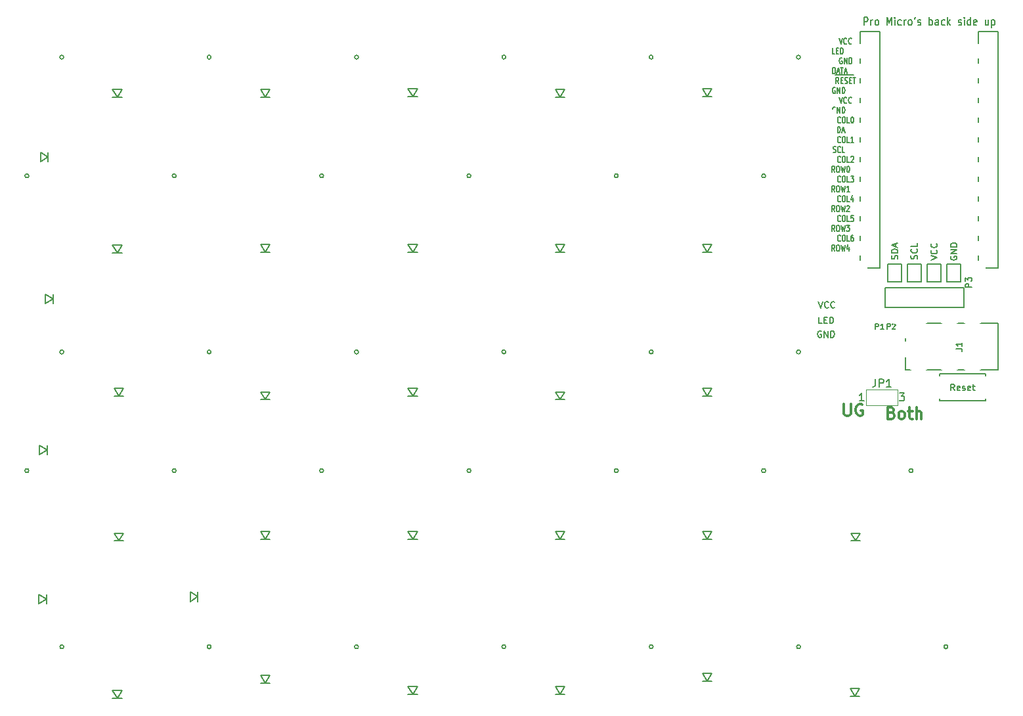
<source format=gbr>
G04 #@! TF.GenerationSoftware,KiCad,Pcbnew,(5.0.2-5-10.14)*
G04 #@! TF.CreationDate,2019-04-28T09:50:56+01:00*
G04 #@! TF.ProjectId,helix,68656c69-782e-46b6-9963-61645f706362,rev?*
G04 #@! TF.SameCoordinates,Original*
G04 #@! TF.FileFunction,Legend,Top*
G04 #@! TF.FilePolarity,Positive*
%FSLAX46Y46*%
G04 Gerber Fmt 4.6, Leading zero omitted, Abs format (unit mm)*
G04 Created by KiCad (PCBNEW (5.0.2-5-10.14)) date Sunday, 28 April 2019 at 09:50:56*
%MOMM*%
%LPD*%
G01*
G04 APERTURE LIST*
%ADD10C,0.300000*%
%ADD11C,0.150000*%
%ADD12C,0.120000*%
%ADD13C,0.110000*%
%ADD14C,5.100400*%
%ADD15C,3.800000*%
%ADD16C,2.150000*%
%ADD17C,4.387800*%
%ADD18C,0.100000*%
%ADD19C,0.100000*%
%ADD20C,2.000000*%
%ADD21R,1.924000X1.924000*%
%ADD22C,2.600000*%
%ADD23R,2.000000X1.400000*%
%ADD24C,1.924000*%
%ADD25C,1.797000*%
%ADD26R,1.543000X1.035000*%
%ADD27R,1.700000X1.350000*%
%ADD28R,1.797000X1.797000*%
%ADD29R,1.350000X1.700000*%
%ADD30C,2.400000*%
%ADD31C,1.600000*%
%ADD32O,2.900000X2.100000*%
%ADD33R,1.400000X1.900000*%
G04 APERTURE END LIST*
D10*
X201221428Y-95692857D02*
X201435714Y-95764285D01*
X201507142Y-95835714D01*
X201578571Y-95978571D01*
X201578571Y-96192857D01*
X201507142Y-96335714D01*
X201435714Y-96407142D01*
X201292857Y-96478571D01*
X200721428Y-96478571D01*
X200721428Y-94978571D01*
X201221428Y-94978571D01*
X201364285Y-95050000D01*
X201435714Y-95121428D01*
X201507142Y-95264285D01*
X201507142Y-95407142D01*
X201435714Y-95550000D01*
X201364285Y-95621428D01*
X201221428Y-95692857D01*
X200721428Y-95692857D01*
X202435714Y-96478571D02*
X202292857Y-96407142D01*
X202221428Y-96335714D01*
X202150000Y-96192857D01*
X202150000Y-95764285D01*
X202221428Y-95621428D01*
X202292857Y-95550000D01*
X202435714Y-95478571D01*
X202650000Y-95478571D01*
X202792857Y-95550000D01*
X202864285Y-95621428D01*
X202935714Y-95764285D01*
X202935714Y-96192857D01*
X202864285Y-96335714D01*
X202792857Y-96407142D01*
X202650000Y-96478571D01*
X202435714Y-96478571D01*
X203364285Y-95478571D02*
X203935714Y-95478571D01*
X203578571Y-94978571D02*
X203578571Y-96264285D01*
X203650000Y-96407142D01*
X203792857Y-96478571D01*
X203935714Y-96478571D01*
X204435714Y-96478571D02*
X204435714Y-94978571D01*
X205078571Y-96478571D02*
X205078571Y-95692857D01*
X205007142Y-95550000D01*
X204864285Y-95478571D01*
X204650000Y-95478571D01*
X204507142Y-95550000D01*
X204435714Y-95621428D01*
X195121428Y-94578571D02*
X195121428Y-95792857D01*
X195192857Y-95935714D01*
X195264285Y-96007142D01*
X195407142Y-96078571D01*
X195692857Y-96078571D01*
X195835714Y-96007142D01*
X195907142Y-95935714D01*
X195978571Y-95792857D01*
X195978571Y-94578571D01*
X197478571Y-94650000D02*
X197335714Y-94578571D01*
X197121428Y-94578571D01*
X196907142Y-94650000D01*
X196764285Y-94792857D01*
X196692857Y-94935714D01*
X196621428Y-95221428D01*
X196621428Y-95435714D01*
X196692857Y-95721428D01*
X196764285Y-95864285D01*
X196907142Y-96007142D01*
X197121428Y-96078571D01*
X197264285Y-96078571D01*
X197478571Y-96007142D01*
X197550000Y-95935714D01*
X197550000Y-95435714D01*
X197264285Y-95435714D01*
D11*
X194515000Y-54984895D02*
X194715000Y-55797695D01*
X194915000Y-54984895D01*
X195457857Y-55720285D02*
X195429285Y-55758990D01*
X195343571Y-55797695D01*
X195286428Y-55797695D01*
X195200714Y-55758990D01*
X195143571Y-55681580D01*
X195115000Y-55604171D01*
X195086428Y-55449352D01*
X195086428Y-55333238D01*
X195115000Y-55178419D01*
X195143571Y-55101009D01*
X195200714Y-55023600D01*
X195286428Y-54984895D01*
X195343571Y-54984895D01*
X195429285Y-55023600D01*
X195457857Y-55062304D01*
X196057857Y-55720285D02*
X196029285Y-55758990D01*
X195943571Y-55797695D01*
X195886428Y-55797695D01*
X195800714Y-55758990D01*
X195743571Y-55681580D01*
X195715000Y-55604171D01*
X195686428Y-55449352D01*
X195686428Y-55333238D01*
X195715000Y-55178419D01*
X195743571Y-55101009D01*
X195800714Y-55023600D01*
X195886428Y-54984895D01*
X195943571Y-54984895D01*
X196029285Y-55023600D01*
X196057857Y-55062304D01*
X193968857Y-56293600D02*
X193911714Y-56254895D01*
X193826000Y-56254895D01*
X193740285Y-56293600D01*
X193683142Y-56371009D01*
X193654571Y-56448419D01*
X193626000Y-56603238D01*
X193626000Y-56719352D01*
X193654571Y-56874171D01*
X193683142Y-56951580D01*
X193740285Y-57028990D01*
X193826000Y-57067695D01*
X193883142Y-57067695D01*
X193968857Y-57028990D01*
X193997428Y-56990285D01*
X193997428Y-56719352D01*
X193883142Y-56719352D01*
X194254571Y-57067695D02*
X194254571Y-56254895D01*
X194597428Y-57067695D01*
X194597428Y-56254895D01*
X194883142Y-57067695D02*
X194883142Y-56254895D01*
X195026000Y-56254895D01*
X195111714Y-56293600D01*
X195168857Y-56371009D01*
X195197428Y-56448419D01*
X195226000Y-56603238D01*
X195226000Y-56719352D01*
X195197428Y-56874171D01*
X195168857Y-56951580D01*
X195111714Y-57028990D01*
X195026000Y-57067695D01*
X194883142Y-57067695D01*
X193968857Y-53753600D02*
X193911714Y-53714895D01*
X193826000Y-53714895D01*
X193740285Y-53753600D01*
X193683142Y-53831009D01*
X193654571Y-53908419D01*
X193626000Y-54063238D01*
X193626000Y-54179352D01*
X193654571Y-54334171D01*
X193683142Y-54411580D01*
X193740285Y-54488990D01*
X193826000Y-54527695D01*
X193883142Y-54527695D01*
X193968857Y-54488990D01*
X193997428Y-54450285D01*
X193997428Y-54179352D01*
X193883142Y-54179352D01*
X194254571Y-54527695D02*
X194254571Y-53714895D01*
X194597428Y-54527695D01*
X194597428Y-53714895D01*
X194883142Y-54527695D02*
X194883142Y-53714895D01*
X195026000Y-53714895D01*
X195111714Y-53753600D01*
X195168857Y-53831009D01*
X195197428Y-53908419D01*
X195226000Y-54063238D01*
X195226000Y-54179352D01*
X195197428Y-54334171D01*
X195168857Y-54411580D01*
X195111714Y-54488990D01*
X195026000Y-54527695D01*
X194883142Y-54527695D01*
X193957857Y-52109784D02*
X194557857Y-52109784D01*
X194443571Y-53257695D02*
X194243571Y-52870647D01*
X194100714Y-53257695D02*
X194100714Y-52444895D01*
X194329285Y-52444895D01*
X194386428Y-52483600D01*
X194415000Y-52522304D01*
X194443571Y-52599714D01*
X194443571Y-52715828D01*
X194415000Y-52793238D01*
X194386428Y-52831942D01*
X194329285Y-52870647D01*
X194100714Y-52870647D01*
X194557857Y-52109784D02*
X195100714Y-52109784D01*
X194700714Y-52831942D02*
X194900714Y-52831942D01*
X194986428Y-53257695D02*
X194700714Y-53257695D01*
X194700714Y-52444895D01*
X194986428Y-52444895D01*
X195100714Y-52109784D02*
X195672142Y-52109784D01*
X195215000Y-53218990D02*
X195300714Y-53257695D01*
X195443571Y-53257695D01*
X195500714Y-53218990D01*
X195529285Y-53180285D01*
X195557857Y-53102876D01*
X195557857Y-53025466D01*
X195529285Y-52948057D01*
X195500714Y-52909352D01*
X195443571Y-52870647D01*
X195329285Y-52831942D01*
X195272142Y-52793238D01*
X195243571Y-52754533D01*
X195215000Y-52677123D01*
X195215000Y-52599714D01*
X195243571Y-52522304D01*
X195272142Y-52483600D01*
X195329285Y-52444895D01*
X195472142Y-52444895D01*
X195557857Y-52483600D01*
X195672142Y-52109784D02*
X196215000Y-52109784D01*
X195815000Y-52831942D02*
X196015000Y-52831942D01*
X196100714Y-53257695D02*
X195815000Y-53257695D01*
X195815000Y-52444895D01*
X196100714Y-52444895D01*
X196215000Y-52109784D02*
X196672142Y-52109784D01*
X196272142Y-52444895D02*
X196615000Y-52444895D01*
X196443571Y-53257695D02*
X196443571Y-52444895D01*
X193653000Y-51987695D02*
X193653000Y-51174895D01*
X193795857Y-51174895D01*
X193881571Y-51213600D01*
X193938714Y-51291009D01*
X193967285Y-51368419D01*
X193995857Y-51523238D01*
X193995857Y-51639352D01*
X193967285Y-51794171D01*
X193938714Y-51871580D01*
X193881571Y-51948990D01*
X193795857Y-51987695D01*
X193653000Y-51987695D01*
X194224428Y-51755466D02*
X194510142Y-51755466D01*
X194167285Y-51987695D02*
X194367285Y-51174895D01*
X194567285Y-51987695D01*
X194681571Y-51174895D02*
X195024428Y-51174895D01*
X194853000Y-51987695D02*
X194853000Y-51174895D01*
X195195857Y-51755466D02*
X195481571Y-51755466D01*
X195138714Y-51987695D02*
X195338714Y-51174895D01*
X195538714Y-51987695D01*
X193697428Y-59568990D02*
X193783142Y-59607695D01*
X193926000Y-59607695D01*
X193983142Y-59568990D01*
X194011714Y-59530285D01*
X194040285Y-59452876D01*
X194040285Y-59375466D01*
X194011714Y-59298057D01*
X193983142Y-59259352D01*
X193926000Y-59220647D01*
X193811714Y-59181942D01*
X193754571Y-59143238D01*
X193726000Y-59104533D01*
X193697428Y-59027123D01*
X193697428Y-58949714D01*
X193726000Y-58872304D01*
X193754571Y-58833600D01*
X193811714Y-58794895D01*
X193954571Y-58794895D01*
X194040285Y-58833600D01*
X194297428Y-59607695D02*
X194297428Y-58794895D01*
X194440285Y-58794895D01*
X194526000Y-58833600D01*
X194583142Y-58911009D01*
X194611714Y-58988419D01*
X194640285Y-59143238D01*
X194640285Y-59259352D01*
X194611714Y-59414171D01*
X194583142Y-59491580D01*
X194526000Y-59568990D01*
X194440285Y-59607695D01*
X194297428Y-59607695D01*
X194868857Y-59375466D02*
X195154571Y-59375466D01*
X194811714Y-59607695D02*
X195011714Y-58794895D01*
X195211714Y-59607695D01*
X193711714Y-62108990D02*
X193797428Y-62147695D01*
X193940285Y-62147695D01*
X193997428Y-62108990D01*
X194026000Y-62070285D01*
X194054571Y-61992876D01*
X194054571Y-61915466D01*
X194026000Y-61838057D01*
X193997428Y-61799352D01*
X193940285Y-61760647D01*
X193826000Y-61721942D01*
X193768857Y-61683238D01*
X193740285Y-61644533D01*
X193711714Y-61567123D01*
X193711714Y-61489714D01*
X193740285Y-61412304D01*
X193768857Y-61373600D01*
X193826000Y-61334895D01*
X193968857Y-61334895D01*
X194054571Y-61373600D01*
X194654571Y-62070285D02*
X194626000Y-62108990D01*
X194540285Y-62147695D01*
X194483142Y-62147695D01*
X194397428Y-62108990D01*
X194340285Y-62031580D01*
X194311714Y-61954171D01*
X194283142Y-61799352D01*
X194283142Y-61683238D01*
X194311714Y-61528419D01*
X194340285Y-61451009D01*
X194397428Y-61373600D01*
X194483142Y-61334895D01*
X194540285Y-61334895D01*
X194626000Y-61373600D01*
X194654571Y-61412304D01*
X195197428Y-62147695D02*
X194911714Y-62147695D01*
X194911714Y-61334895D01*
X193922857Y-64687695D02*
X193722857Y-64300647D01*
X193580000Y-64687695D02*
X193580000Y-63874895D01*
X193808571Y-63874895D01*
X193865714Y-63913600D01*
X193894285Y-63952304D01*
X193922857Y-64029714D01*
X193922857Y-64145828D01*
X193894285Y-64223238D01*
X193865714Y-64261942D01*
X193808571Y-64300647D01*
X193580000Y-64300647D01*
X194294285Y-63874895D02*
X194408571Y-63874895D01*
X194465714Y-63913600D01*
X194522857Y-63991009D01*
X194551428Y-64145828D01*
X194551428Y-64416761D01*
X194522857Y-64571580D01*
X194465714Y-64648990D01*
X194408571Y-64687695D01*
X194294285Y-64687695D01*
X194237142Y-64648990D01*
X194180000Y-64571580D01*
X194151428Y-64416761D01*
X194151428Y-64145828D01*
X194180000Y-63991009D01*
X194237142Y-63913600D01*
X194294285Y-63874895D01*
X194751428Y-63874895D02*
X194894285Y-64687695D01*
X195008571Y-64107123D01*
X195122857Y-64687695D01*
X195265714Y-63874895D01*
X195608571Y-63874895D02*
X195665714Y-63874895D01*
X195722857Y-63913600D01*
X195751428Y-63952304D01*
X195780000Y-64029714D01*
X195808571Y-64184533D01*
X195808571Y-64378057D01*
X195780000Y-64532876D01*
X195751428Y-64610285D01*
X195722857Y-64648990D01*
X195665714Y-64687695D01*
X195608571Y-64687695D01*
X195551428Y-64648990D01*
X195522857Y-64610285D01*
X195494285Y-64532876D01*
X195465714Y-64378057D01*
X195465714Y-64184533D01*
X195494285Y-64029714D01*
X195522857Y-63952304D01*
X195551428Y-63913600D01*
X195608571Y-63874895D01*
X193922857Y-67227695D02*
X193722857Y-66840647D01*
X193580000Y-67227695D02*
X193580000Y-66414895D01*
X193808571Y-66414895D01*
X193865714Y-66453600D01*
X193894285Y-66492304D01*
X193922857Y-66569714D01*
X193922857Y-66685828D01*
X193894285Y-66763238D01*
X193865714Y-66801942D01*
X193808571Y-66840647D01*
X193580000Y-66840647D01*
X194294285Y-66414895D02*
X194408571Y-66414895D01*
X194465714Y-66453600D01*
X194522857Y-66531009D01*
X194551428Y-66685828D01*
X194551428Y-66956761D01*
X194522857Y-67111580D01*
X194465714Y-67188990D01*
X194408571Y-67227695D01*
X194294285Y-67227695D01*
X194237142Y-67188990D01*
X194180000Y-67111580D01*
X194151428Y-66956761D01*
X194151428Y-66685828D01*
X194180000Y-66531009D01*
X194237142Y-66453600D01*
X194294285Y-66414895D01*
X194751428Y-66414895D02*
X194894285Y-67227695D01*
X195008571Y-66647123D01*
X195122857Y-67227695D01*
X195265714Y-66414895D01*
X195808571Y-67227695D02*
X195465714Y-67227695D01*
X195637142Y-67227695D02*
X195637142Y-66414895D01*
X195580000Y-66531009D01*
X195522857Y-66608419D01*
X195465714Y-66647123D01*
X193922857Y-69767695D02*
X193722857Y-69380647D01*
X193580000Y-69767695D02*
X193580000Y-68954895D01*
X193808571Y-68954895D01*
X193865714Y-68993600D01*
X193894285Y-69032304D01*
X193922857Y-69109714D01*
X193922857Y-69225828D01*
X193894285Y-69303238D01*
X193865714Y-69341942D01*
X193808571Y-69380647D01*
X193580000Y-69380647D01*
X194294285Y-68954895D02*
X194408571Y-68954895D01*
X194465714Y-68993600D01*
X194522857Y-69071009D01*
X194551428Y-69225828D01*
X194551428Y-69496761D01*
X194522857Y-69651580D01*
X194465714Y-69728990D01*
X194408571Y-69767695D01*
X194294285Y-69767695D01*
X194237142Y-69728990D01*
X194180000Y-69651580D01*
X194151428Y-69496761D01*
X194151428Y-69225828D01*
X194180000Y-69071009D01*
X194237142Y-68993600D01*
X194294285Y-68954895D01*
X194751428Y-68954895D02*
X194894285Y-69767695D01*
X195008571Y-69187123D01*
X195122857Y-69767695D01*
X195265714Y-68954895D01*
X195465714Y-69032304D02*
X195494285Y-68993600D01*
X195551428Y-68954895D01*
X195694285Y-68954895D01*
X195751428Y-68993600D01*
X195780000Y-69032304D01*
X195808571Y-69109714D01*
X195808571Y-69187123D01*
X195780000Y-69303238D01*
X195437142Y-69767695D01*
X195808571Y-69767695D01*
X193922857Y-72307695D02*
X193722857Y-71920647D01*
X193580000Y-72307695D02*
X193580000Y-71494895D01*
X193808571Y-71494895D01*
X193865714Y-71533600D01*
X193894285Y-71572304D01*
X193922857Y-71649714D01*
X193922857Y-71765828D01*
X193894285Y-71843238D01*
X193865714Y-71881942D01*
X193808571Y-71920647D01*
X193580000Y-71920647D01*
X194294285Y-71494895D02*
X194408571Y-71494895D01*
X194465714Y-71533600D01*
X194522857Y-71611009D01*
X194551428Y-71765828D01*
X194551428Y-72036761D01*
X194522857Y-72191580D01*
X194465714Y-72268990D01*
X194408571Y-72307695D01*
X194294285Y-72307695D01*
X194237142Y-72268990D01*
X194180000Y-72191580D01*
X194151428Y-72036761D01*
X194151428Y-71765828D01*
X194180000Y-71611009D01*
X194237142Y-71533600D01*
X194294285Y-71494895D01*
X194751428Y-71494895D02*
X194894285Y-72307695D01*
X195008571Y-71727123D01*
X195122857Y-72307695D01*
X195265714Y-71494895D01*
X195437142Y-71494895D02*
X195808571Y-71494895D01*
X195608571Y-71804533D01*
X195694285Y-71804533D01*
X195751428Y-71843238D01*
X195780000Y-71881942D01*
X195808571Y-71959352D01*
X195808571Y-72152876D01*
X195780000Y-72230285D01*
X195751428Y-72268990D01*
X195694285Y-72307695D01*
X195522857Y-72307695D01*
X195465714Y-72268990D01*
X195437142Y-72230285D01*
X193922857Y-74847695D02*
X193722857Y-74460647D01*
X193580000Y-74847695D02*
X193580000Y-74034895D01*
X193808571Y-74034895D01*
X193865714Y-74073600D01*
X193894285Y-74112304D01*
X193922857Y-74189714D01*
X193922857Y-74305828D01*
X193894285Y-74383238D01*
X193865714Y-74421942D01*
X193808571Y-74460647D01*
X193580000Y-74460647D01*
X194294285Y-74034895D02*
X194408571Y-74034895D01*
X194465714Y-74073600D01*
X194522857Y-74151009D01*
X194551428Y-74305828D01*
X194551428Y-74576761D01*
X194522857Y-74731580D01*
X194465714Y-74808990D01*
X194408571Y-74847695D01*
X194294285Y-74847695D01*
X194237142Y-74808990D01*
X194180000Y-74731580D01*
X194151428Y-74576761D01*
X194151428Y-74305828D01*
X194180000Y-74151009D01*
X194237142Y-74073600D01*
X194294285Y-74034895D01*
X194751428Y-74034895D02*
X194894285Y-74847695D01*
X195008571Y-74267123D01*
X195122857Y-74847695D01*
X195265714Y-74034895D01*
X195751428Y-74305828D02*
X195751428Y-74847695D01*
X195608571Y-73996190D02*
X195465714Y-74576761D01*
X195837142Y-74576761D01*
X194657857Y-73500285D02*
X194629285Y-73538990D01*
X194543571Y-73577695D01*
X194486428Y-73577695D01*
X194400714Y-73538990D01*
X194343571Y-73461580D01*
X194315000Y-73384171D01*
X194286428Y-73229352D01*
X194286428Y-73113238D01*
X194315000Y-72958419D01*
X194343571Y-72881009D01*
X194400714Y-72803600D01*
X194486428Y-72764895D01*
X194543571Y-72764895D01*
X194629285Y-72803600D01*
X194657857Y-72842304D01*
X195029285Y-72764895D02*
X195143571Y-72764895D01*
X195200714Y-72803600D01*
X195257857Y-72881009D01*
X195286428Y-73035828D01*
X195286428Y-73306761D01*
X195257857Y-73461580D01*
X195200714Y-73538990D01*
X195143571Y-73577695D01*
X195029285Y-73577695D01*
X194972142Y-73538990D01*
X194915000Y-73461580D01*
X194886428Y-73306761D01*
X194886428Y-73035828D01*
X194915000Y-72881009D01*
X194972142Y-72803600D01*
X195029285Y-72764895D01*
X195829285Y-73577695D02*
X195543571Y-73577695D01*
X195543571Y-72764895D01*
X196286428Y-72764895D02*
X196172142Y-72764895D01*
X196115000Y-72803600D01*
X196086428Y-72842304D01*
X196029285Y-72958419D01*
X196000714Y-73113238D01*
X196000714Y-73422876D01*
X196029285Y-73500285D01*
X196057857Y-73538990D01*
X196115000Y-73577695D01*
X196229285Y-73577695D01*
X196286428Y-73538990D01*
X196315000Y-73500285D01*
X196343571Y-73422876D01*
X196343571Y-73229352D01*
X196315000Y-73151942D01*
X196286428Y-73113238D01*
X196229285Y-73074533D01*
X196115000Y-73074533D01*
X196057857Y-73113238D01*
X196029285Y-73151942D01*
X196000714Y-73229352D01*
X194657857Y-70960285D02*
X194629285Y-70998990D01*
X194543571Y-71037695D01*
X194486428Y-71037695D01*
X194400714Y-70998990D01*
X194343571Y-70921580D01*
X194315000Y-70844171D01*
X194286428Y-70689352D01*
X194286428Y-70573238D01*
X194315000Y-70418419D01*
X194343571Y-70341009D01*
X194400714Y-70263600D01*
X194486428Y-70224895D01*
X194543571Y-70224895D01*
X194629285Y-70263600D01*
X194657857Y-70302304D01*
X195029285Y-70224895D02*
X195143571Y-70224895D01*
X195200714Y-70263600D01*
X195257857Y-70341009D01*
X195286428Y-70495828D01*
X195286428Y-70766761D01*
X195257857Y-70921580D01*
X195200714Y-70998990D01*
X195143571Y-71037695D01*
X195029285Y-71037695D01*
X194972142Y-70998990D01*
X194915000Y-70921580D01*
X194886428Y-70766761D01*
X194886428Y-70495828D01*
X194915000Y-70341009D01*
X194972142Y-70263600D01*
X195029285Y-70224895D01*
X195829285Y-71037695D02*
X195543571Y-71037695D01*
X195543571Y-70224895D01*
X196315000Y-70224895D02*
X196029285Y-70224895D01*
X196000714Y-70611942D01*
X196029285Y-70573238D01*
X196086428Y-70534533D01*
X196229285Y-70534533D01*
X196286428Y-70573238D01*
X196315000Y-70611942D01*
X196343571Y-70689352D01*
X196343571Y-70882876D01*
X196315000Y-70960285D01*
X196286428Y-70998990D01*
X196229285Y-71037695D01*
X196086428Y-71037695D01*
X196029285Y-70998990D01*
X196000714Y-70960285D01*
X194657857Y-68420285D02*
X194629285Y-68458990D01*
X194543571Y-68497695D01*
X194486428Y-68497695D01*
X194400714Y-68458990D01*
X194343571Y-68381580D01*
X194315000Y-68304171D01*
X194286428Y-68149352D01*
X194286428Y-68033238D01*
X194315000Y-67878419D01*
X194343571Y-67801009D01*
X194400714Y-67723600D01*
X194486428Y-67684895D01*
X194543571Y-67684895D01*
X194629285Y-67723600D01*
X194657857Y-67762304D01*
X195029285Y-67684895D02*
X195143571Y-67684895D01*
X195200714Y-67723600D01*
X195257857Y-67801009D01*
X195286428Y-67955828D01*
X195286428Y-68226761D01*
X195257857Y-68381580D01*
X195200714Y-68458990D01*
X195143571Y-68497695D01*
X195029285Y-68497695D01*
X194972142Y-68458990D01*
X194915000Y-68381580D01*
X194886428Y-68226761D01*
X194886428Y-67955828D01*
X194915000Y-67801009D01*
X194972142Y-67723600D01*
X195029285Y-67684895D01*
X195829285Y-68497695D02*
X195543571Y-68497695D01*
X195543571Y-67684895D01*
X196286428Y-67955828D02*
X196286428Y-68497695D01*
X196143571Y-67646190D02*
X196000714Y-68226761D01*
X196372142Y-68226761D01*
X194657857Y-65880285D02*
X194629285Y-65918990D01*
X194543571Y-65957695D01*
X194486428Y-65957695D01*
X194400714Y-65918990D01*
X194343571Y-65841580D01*
X194315000Y-65764171D01*
X194286428Y-65609352D01*
X194286428Y-65493238D01*
X194315000Y-65338419D01*
X194343571Y-65261009D01*
X194400714Y-65183600D01*
X194486428Y-65144895D01*
X194543571Y-65144895D01*
X194629285Y-65183600D01*
X194657857Y-65222304D01*
X195029285Y-65144895D02*
X195143571Y-65144895D01*
X195200714Y-65183600D01*
X195257857Y-65261009D01*
X195286428Y-65415828D01*
X195286428Y-65686761D01*
X195257857Y-65841580D01*
X195200714Y-65918990D01*
X195143571Y-65957695D01*
X195029285Y-65957695D01*
X194972142Y-65918990D01*
X194915000Y-65841580D01*
X194886428Y-65686761D01*
X194886428Y-65415828D01*
X194915000Y-65261009D01*
X194972142Y-65183600D01*
X195029285Y-65144895D01*
X195829285Y-65957695D02*
X195543571Y-65957695D01*
X195543571Y-65144895D01*
X195972142Y-65144895D02*
X196343571Y-65144895D01*
X196143571Y-65454533D01*
X196229285Y-65454533D01*
X196286428Y-65493238D01*
X196315000Y-65531942D01*
X196343571Y-65609352D01*
X196343571Y-65802876D01*
X196315000Y-65880285D01*
X196286428Y-65918990D01*
X196229285Y-65957695D01*
X196057857Y-65957695D01*
X196000714Y-65918990D01*
X195972142Y-65880285D01*
X194657857Y-63340285D02*
X194629285Y-63378990D01*
X194543571Y-63417695D01*
X194486428Y-63417695D01*
X194400714Y-63378990D01*
X194343571Y-63301580D01*
X194315000Y-63224171D01*
X194286428Y-63069352D01*
X194286428Y-62953238D01*
X194315000Y-62798419D01*
X194343571Y-62721009D01*
X194400714Y-62643600D01*
X194486428Y-62604895D01*
X194543571Y-62604895D01*
X194629285Y-62643600D01*
X194657857Y-62682304D01*
X195029285Y-62604895D02*
X195143571Y-62604895D01*
X195200714Y-62643600D01*
X195257857Y-62721009D01*
X195286428Y-62875828D01*
X195286428Y-63146761D01*
X195257857Y-63301580D01*
X195200714Y-63378990D01*
X195143571Y-63417695D01*
X195029285Y-63417695D01*
X194972142Y-63378990D01*
X194915000Y-63301580D01*
X194886428Y-63146761D01*
X194886428Y-62875828D01*
X194915000Y-62721009D01*
X194972142Y-62643600D01*
X195029285Y-62604895D01*
X195829285Y-63417695D02*
X195543571Y-63417695D01*
X195543571Y-62604895D01*
X196000714Y-62682304D02*
X196029285Y-62643600D01*
X196086428Y-62604895D01*
X196229285Y-62604895D01*
X196286428Y-62643600D01*
X196315000Y-62682304D01*
X196343571Y-62759714D01*
X196343571Y-62837123D01*
X196315000Y-62953238D01*
X195972142Y-63417695D01*
X196343571Y-63417695D01*
X194657857Y-60800285D02*
X194629285Y-60838990D01*
X194543571Y-60877695D01*
X194486428Y-60877695D01*
X194400714Y-60838990D01*
X194343571Y-60761580D01*
X194315000Y-60684171D01*
X194286428Y-60529352D01*
X194286428Y-60413238D01*
X194315000Y-60258419D01*
X194343571Y-60181009D01*
X194400714Y-60103600D01*
X194486428Y-60064895D01*
X194543571Y-60064895D01*
X194629285Y-60103600D01*
X194657857Y-60142304D01*
X195029285Y-60064895D02*
X195143571Y-60064895D01*
X195200714Y-60103600D01*
X195257857Y-60181009D01*
X195286428Y-60335828D01*
X195286428Y-60606761D01*
X195257857Y-60761580D01*
X195200714Y-60838990D01*
X195143571Y-60877695D01*
X195029285Y-60877695D01*
X194972142Y-60838990D01*
X194915000Y-60761580D01*
X194886428Y-60606761D01*
X194886428Y-60335828D01*
X194915000Y-60181009D01*
X194972142Y-60103600D01*
X195029285Y-60064895D01*
X195829285Y-60877695D02*
X195543571Y-60877695D01*
X195543571Y-60064895D01*
X196343571Y-60877695D02*
X196000714Y-60877695D01*
X196172142Y-60877695D02*
X196172142Y-60064895D01*
X196115000Y-60181009D01*
X196057857Y-60258419D01*
X196000714Y-60297123D01*
X194657857Y-58260285D02*
X194629285Y-58298990D01*
X194543571Y-58337695D01*
X194486428Y-58337695D01*
X194400714Y-58298990D01*
X194343571Y-58221580D01*
X194315000Y-58144171D01*
X194286428Y-57989352D01*
X194286428Y-57873238D01*
X194315000Y-57718419D01*
X194343571Y-57641009D01*
X194400714Y-57563600D01*
X194486428Y-57524895D01*
X194543571Y-57524895D01*
X194629285Y-57563600D01*
X194657857Y-57602304D01*
X195029285Y-57524895D02*
X195143571Y-57524895D01*
X195200714Y-57563600D01*
X195257857Y-57641009D01*
X195286428Y-57795828D01*
X195286428Y-58066761D01*
X195257857Y-58221580D01*
X195200714Y-58298990D01*
X195143571Y-58337695D01*
X195029285Y-58337695D01*
X194972142Y-58298990D01*
X194915000Y-58221580D01*
X194886428Y-58066761D01*
X194886428Y-57795828D01*
X194915000Y-57641009D01*
X194972142Y-57563600D01*
X195029285Y-57524895D01*
X195829285Y-58337695D02*
X195543571Y-58337695D01*
X195543571Y-57524895D01*
X196143571Y-57524895D02*
X196200714Y-57524895D01*
X196257857Y-57563600D01*
X196286428Y-57602304D01*
X196315000Y-57679714D01*
X196343571Y-57834533D01*
X196343571Y-58028057D01*
X196315000Y-58182876D01*
X196286428Y-58260285D01*
X196257857Y-58298990D01*
X196200714Y-58337695D01*
X196143571Y-58337695D01*
X196086428Y-58298990D01*
X196057857Y-58260285D01*
X196029285Y-58182876D01*
X196000714Y-58028057D01*
X196000714Y-57834533D01*
X196029285Y-57679714D01*
X196057857Y-57602304D01*
X196086428Y-57563600D01*
X196143571Y-57524895D01*
X194857857Y-49943600D02*
X194800714Y-49904895D01*
X194715000Y-49904895D01*
X194629285Y-49943600D01*
X194572142Y-50021009D01*
X194543571Y-50098419D01*
X194515000Y-50253238D01*
X194515000Y-50369352D01*
X194543571Y-50524171D01*
X194572142Y-50601580D01*
X194629285Y-50678990D01*
X194715000Y-50717695D01*
X194772142Y-50717695D01*
X194857857Y-50678990D01*
X194886428Y-50640285D01*
X194886428Y-50369352D01*
X194772142Y-50369352D01*
X195143571Y-50717695D02*
X195143571Y-49904895D01*
X195486428Y-50717695D01*
X195486428Y-49904895D01*
X195772142Y-50717695D02*
X195772142Y-49904895D01*
X195915000Y-49904895D01*
X196000714Y-49943600D01*
X196057857Y-50021009D01*
X196086428Y-50098419D01*
X196115000Y-50253238D01*
X196115000Y-50369352D01*
X196086428Y-50524171D01*
X196057857Y-50601580D01*
X196000714Y-50678990D01*
X195915000Y-50717695D01*
X195772142Y-50717695D01*
X193913285Y-49447695D02*
X193627571Y-49447695D01*
X193627571Y-48634895D01*
X194113285Y-49021942D02*
X194313285Y-49021942D01*
X194399000Y-49447695D02*
X194113285Y-49447695D01*
X194113285Y-48634895D01*
X194399000Y-48634895D01*
X194656142Y-49447695D02*
X194656142Y-48634895D01*
X194799000Y-48634895D01*
X194884714Y-48673600D01*
X194941857Y-48751009D01*
X194970428Y-48828419D01*
X194999000Y-48983238D01*
X194999000Y-49099352D01*
X194970428Y-49254171D01*
X194941857Y-49331580D01*
X194884714Y-49408990D01*
X194799000Y-49447695D01*
X194656142Y-49447695D01*
X194515000Y-47364895D02*
X194715000Y-48177695D01*
X194915000Y-47364895D01*
X195457857Y-48100285D02*
X195429285Y-48138990D01*
X195343571Y-48177695D01*
X195286428Y-48177695D01*
X195200714Y-48138990D01*
X195143571Y-48061580D01*
X195115000Y-47984171D01*
X195086428Y-47829352D01*
X195086428Y-47713238D01*
X195115000Y-47558419D01*
X195143571Y-47481009D01*
X195200714Y-47403600D01*
X195286428Y-47364895D01*
X195343571Y-47364895D01*
X195429285Y-47403600D01*
X195457857Y-47442304D01*
X196057857Y-48100285D02*
X196029285Y-48138990D01*
X195943571Y-48177695D01*
X195886428Y-48177695D01*
X195800714Y-48138990D01*
X195743571Y-48061580D01*
X195715000Y-47984171D01*
X195686428Y-47829352D01*
X195686428Y-47713238D01*
X195715000Y-47558419D01*
X195743571Y-47481009D01*
X195800714Y-47403600D01*
X195886428Y-47364895D01*
X195943571Y-47364895D01*
X196029285Y-47403600D01*
X196057857Y-47442304D01*
X197688571Y-45722380D02*
X197688571Y-44722380D01*
X198031428Y-44722380D01*
X198117142Y-44770000D01*
X198160000Y-44817619D01*
X198202857Y-44912857D01*
X198202857Y-45055714D01*
X198160000Y-45150952D01*
X198117142Y-45198571D01*
X198031428Y-45246190D01*
X197688571Y-45246190D01*
X198588571Y-45722380D02*
X198588571Y-45055714D01*
X198588571Y-45246190D02*
X198631428Y-45150952D01*
X198674285Y-45103333D01*
X198760000Y-45055714D01*
X198845714Y-45055714D01*
X199274285Y-45722380D02*
X199188571Y-45674761D01*
X199145714Y-45627142D01*
X199102857Y-45531904D01*
X199102857Y-45246190D01*
X199145714Y-45150952D01*
X199188571Y-45103333D01*
X199274285Y-45055714D01*
X199402857Y-45055714D01*
X199488571Y-45103333D01*
X199531428Y-45150952D01*
X199574285Y-45246190D01*
X199574285Y-45531904D01*
X199531428Y-45627142D01*
X199488571Y-45674761D01*
X199402857Y-45722380D01*
X199274285Y-45722380D01*
X200645714Y-45722380D02*
X200645714Y-44722380D01*
X200945714Y-45436666D01*
X201245714Y-44722380D01*
X201245714Y-45722380D01*
X201674285Y-45722380D02*
X201674285Y-45055714D01*
X201674285Y-44722380D02*
X201631428Y-44770000D01*
X201674285Y-44817619D01*
X201717142Y-44770000D01*
X201674285Y-44722380D01*
X201674285Y-44817619D01*
X202488571Y-45674761D02*
X202402857Y-45722380D01*
X202231428Y-45722380D01*
X202145714Y-45674761D01*
X202102857Y-45627142D01*
X202060000Y-45531904D01*
X202060000Y-45246190D01*
X202102857Y-45150952D01*
X202145714Y-45103333D01*
X202231428Y-45055714D01*
X202402857Y-45055714D01*
X202488571Y-45103333D01*
X202874285Y-45722380D02*
X202874285Y-45055714D01*
X202874285Y-45246190D02*
X202917142Y-45150952D01*
X202960000Y-45103333D01*
X203045714Y-45055714D01*
X203131428Y-45055714D01*
X203560000Y-45722380D02*
X203474285Y-45674761D01*
X203431428Y-45627142D01*
X203388571Y-45531904D01*
X203388571Y-45246190D01*
X203431428Y-45150952D01*
X203474285Y-45103333D01*
X203560000Y-45055714D01*
X203688571Y-45055714D01*
X203774285Y-45103333D01*
X203817142Y-45150952D01*
X203860000Y-45246190D01*
X203860000Y-45531904D01*
X203817142Y-45627142D01*
X203774285Y-45674761D01*
X203688571Y-45722380D01*
X203560000Y-45722380D01*
X204288571Y-44722380D02*
X204202857Y-44912857D01*
X204631428Y-45674761D02*
X204717142Y-45722380D01*
X204888571Y-45722380D01*
X204974285Y-45674761D01*
X205017142Y-45579523D01*
X205017142Y-45531904D01*
X204974285Y-45436666D01*
X204888571Y-45389047D01*
X204760000Y-45389047D01*
X204674285Y-45341428D01*
X204631428Y-45246190D01*
X204631428Y-45198571D01*
X204674285Y-45103333D01*
X204760000Y-45055714D01*
X204888571Y-45055714D01*
X204974285Y-45103333D01*
X206088571Y-45722380D02*
X206088571Y-44722380D01*
X206088571Y-45103333D02*
X206174285Y-45055714D01*
X206345714Y-45055714D01*
X206431428Y-45103333D01*
X206474285Y-45150952D01*
X206517142Y-45246190D01*
X206517142Y-45531904D01*
X206474285Y-45627142D01*
X206431428Y-45674761D01*
X206345714Y-45722380D01*
X206174285Y-45722380D01*
X206088571Y-45674761D01*
X207288571Y-45722380D02*
X207288571Y-45198571D01*
X207245714Y-45103333D01*
X207160000Y-45055714D01*
X206988571Y-45055714D01*
X206902857Y-45103333D01*
X207288571Y-45674761D02*
X207202857Y-45722380D01*
X206988571Y-45722380D01*
X206902857Y-45674761D01*
X206860000Y-45579523D01*
X206860000Y-45484285D01*
X206902857Y-45389047D01*
X206988571Y-45341428D01*
X207202857Y-45341428D01*
X207288571Y-45293809D01*
X208102857Y-45674761D02*
X208017142Y-45722380D01*
X207845714Y-45722380D01*
X207760000Y-45674761D01*
X207717142Y-45627142D01*
X207674285Y-45531904D01*
X207674285Y-45246190D01*
X207717142Y-45150952D01*
X207760000Y-45103333D01*
X207845714Y-45055714D01*
X208017142Y-45055714D01*
X208102857Y-45103333D01*
X208488571Y-45722380D02*
X208488571Y-44722380D01*
X208574285Y-45341428D02*
X208831428Y-45722380D01*
X208831428Y-45055714D02*
X208488571Y-45436666D01*
X209860000Y-45674761D02*
X209945714Y-45722380D01*
X210117142Y-45722380D01*
X210202857Y-45674761D01*
X210245714Y-45579523D01*
X210245714Y-45531904D01*
X210202857Y-45436666D01*
X210117142Y-45389047D01*
X209988571Y-45389047D01*
X209902857Y-45341428D01*
X209860000Y-45246190D01*
X209860000Y-45198571D01*
X209902857Y-45103333D01*
X209988571Y-45055714D01*
X210117142Y-45055714D01*
X210202857Y-45103333D01*
X210631428Y-45722380D02*
X210631428Y-45055714D01*
X210631428Y-44722380D02*
X210588571Y-44770000D01*
X210631428Y-44817619D01*
X210674285Y-44770000D01*
X210631428Y-44722380D01*
X210631428Y-44817619D01*
X211445714Y-45722380D02*
X211445714Y-44722380D01*
X211445714Y-45674761D02*
X211360000Y-45722380D01*
X211188571Y-45722380D01*
X211102857Y-45674761D01*
X211060000Y-45627142D01*
X211017142Y-45531904D01*
X211017142Y-45246190D01*
X211060000Y-45150952D01*
X211102857Y-45103333D01*
X211188571Y-45055714D01*
X211360000Y-45055714D01*
X211445714Y-45103333D01*
X212217142Y-45674761D02*
X212131428Y-45722380D01*
X211960000Y-45722380D01*
X211874285Y-45674761D01*
X211831428Y-45579523D01*
X211831428Y-45198571D01*
X211874285Y-45103333D01*
X211960000Y-45055714D01*
X212131428Y-45055714D01*
X212217142Y-45103333D01*
X212260000Y-45198571D01*
X212260000Y-45293809D01*
X211831428Y-45389047D01*
X213717142Y-45055714D02*
X213717142Y-45722380D01*
X213331428Y-45055714D02*
X213331428Y-45579523D01*
X213374285Y-45674761D01*
X213460000Y-45722380D01*
X213588571Y-45722380D01*
X213674285Y-45674761D01*
X213717142Y-45627142D01*
X214145714Y-45055714D02*
X214145714Y-46055714D01*
X214145714Y-45103333D02*
X214231428Y-45055714D01*
X214402857Y-45055714D01*
X214488571Y-45103333D01*
X214531428Y-45150952D01*
X214574285Y-45246190D01*
X214574285Y-45531904D01*
X214531428Y-45627142D01*
X214488571Y-45674761D01*
X214402857Y-45722380D01*
X214231428Y-45722380D01*
X214145714Y-45674761D01*
X192180723Y-85193600D02*
X192103314Y-85154895D01*
X191987200Y-85154895D01*
X191871085Y-85193600D01*
X191793676Y-85271009D01*
X191754971Y-85348419D01*
X191716266Y-85503238D01*
X191716266Y-85619352D01*
X191754971Y-85774171D01*
X191793676Y-85851580D01*
X191871085Y-85928990D01*
X191987200Y-85967695D01*
X192064609Y-85967695D01*
X192180723Y-85928990D01*
X192219428Y-85890285D01*
X192219428Y-85619352D01*
X192064609Y-85619352D01*
X192567771Y-85967695D02*
X192567771Y-85154895D01*
X193032228Y-85967695D01*
X193032228Y-85154895D01*
X193419276Y-85967695D02*
X193419276Y-85154895D01*
X193612800Y-85154895D01*
X193728914Y-85193600D01*
X193806323Y-85271009D01*
X193845028Y-85348419D01*
X193883733Y-85503238D01*
X193883733Y-85619352D01*
X193845028Y-85774171D01*
X193806323Y-85851580D01*
X193728914Y-85928990D01*
X193612800Y-85967695D01*
X193419276Y-85967695D01*
X192277485Y-84167695D02*
X191890438Y-84167695D01*
X191890438Y-83354895D01*
X192548419Y-83741942D02*
X192819352Y-83741942D01*
X192935466Y-84167695D02*
X192548419Y-84167695D01*
X192548419Y-83354895D01*
X192935466Y-83354895D01*
X193283809Y-84167695D02*
X193283809Y-83354895D01*
X193477333Y-83354895D01*
X193593447Y-83393600D01*
X193670857Y-83471009D01*
X193709561Y-83548419D01*
X193748266Y-83703238D01*
X193748266Y-83819352D01*
X193709561Y-83974171D01*
X193670857Y-84051580D01*
X193593447Y-84128990D01*
X193477333Y-84167695D01*
X193283809Y-84167695D01*
X191816266Y-81354895D02*
X192087200Y-82167695D01*
X192358133Y-81354895D01*
X193093523Y-82090285D02*
X193054819Y-82128990D01*
X192938704Y-82167695D01*
X192861295Y-82167695D01*
X192745180Y-82128990D01*
X192667771Y-82051580D01*
X192629066Y-81974171D01*
X192590361Y-81819352D01*
X192590361Y-81703238D01*
X192629066Y-81548419D01*
X192667771Y-81471009D01*
X192745180Y-81393600D01*
X192861295Y-81354895D01*
X192938704Y-81354895D01*
X193054819Y-81393600D01*
X193093523Y-81432304D01*
X193906323Y-82090285D02*
X193867619Y-82128990D01*
X193751504Y-82167695D01*
X193674095Y-82167695D01*
X193557980Y-82128990D01*
X193480571Y-82051580D01*
X193441866Y-81974171D01*
X193403161Y-81819352D01*
X193403161Y-81703238D01*
X193441866Y-81548419D01*
X193480571Y-81471009D01*
X193557980Y-81393600D01*
X193674095Y-81354895D01*
X193751504Y-81354895D01*
X193867619Y-81393600D01*
X193906323Y-81432304D01*
G04 #@! TO.C,U2*
X94500000Y-49850000D02*
G75*
G03X94500000Y-49850000I-250000J0D01*
G01*
G04 #@! TO.C,U3*
X113500000Y-49850000D02*
G75*
G03X113500000Y-49850000I-250000J0D01*
G01*
G04 #@! TO.C,U1*
X199760000Y-46540000D02*
X197220000Y-46540000D01*
X197220000Y-46540000D02*
X197220000Y-77020000D01*
X197220000Y-77020000D02*
X199760000Y-77020000D01*
X199760000Y-77020000D02*
X199760000Y-46540000D01*
X215000000Y-46540000D02*
X212460000Y-46540000D01*
X212460000Y-46540000D02*
X212460000Y-77020000D01*
X212460000Y-77020000D02*
X215000000Y-77020000D01*
X215000000Y-77020000D02*
X215000000Y-46540000D01*
G04 #@! TO.C,P3*
X210555000Y-79560000D02*
X200395000Y-79560000D01*
X210555000Y-82100000D02*
X200395000Y-82100000D01*
X200395000Y-82100000D02*
X200395000Y-79560000D01*
X210555000Y-79560000D02*
X210555000Y-82100000D01*
G04 #@! TO.C,JP4*
X210174000Y-76512000D02*
X210174000Y-78798000D01*
X210174000Y-78798000D02*
X208396000Y-78798000D01*
X208396000Y-78798000D02*
X208396000Y-76512000D01*
X208396000Y-76512000D02*
X210174000Y-76512000D01*
G04 #@! TO.C,JP5*
X207634000Y-76512000D02*
X207634000Y-78798000D01*
X207634000Y-78798000D02*
X205856000Y-78798000D01*
X205856000Y-78798000D02*
X205856000Y-76512000D01*
X205856000Y-76512000D02*
X207634000Y-76512000D01*
G04 #@! TO.C,JP6*
X205094000Y-76512000D02*
X205094000Y-78798000D01*
X205094000Y-78798000D02*
X203316000Y-78798000D01*
X203316000Y-78798000D02*
X203316000Y-76512000D01*
X203316000Y-76512000D02*
X205094000Y-76512000D01*
G04 #@! TO.C,JP7*
X202554000Y-76512000D02*
X202554000Y-78798000D01*
X202554000Y-78798000D02*
X200776000Y-78798000D01*
X200776000Y-78798000D02*
X200776000Y-76512000D01*
X200776000Y-76512000D02*
X202554000Y-76512000D01*
G04 #@! TO.C,D1*
X92500000Y-62700000D02*
X91500000Y-63300000D01*
X91500000Y-63300000D02*
X91500000Y-62100000D01*
X91500000Y-62100000D02*
X92500000Y-62700000D01*
X92500000Y-63300000D02*
X92500000Y-62100000D01*
G04 #@! TO.C,D2*
X101400000Y-55000000D02*
X100800000Y-54000000D01*
X100800000Y-54000000D02*
X102000000Y-54000000D01*
X102000000Y-54000000D02*
X101400000Y-55000000D01*
X100800000Y-55000000D02*
X102000000Y-55000000D01*
G04 #@! TO.C,D3*
X120500000Y-55000000D02*
X119900000Y-54000000D01*
X119900000Y-54000000D02*
X121100000Y-54000000D01*
X121100000Y-54000000D02*
X120500000Y-55000000D01*
X119900000Y-55000000D02*
X121100000Y-55000000D01*
G04 #@! TO.C,D4*
X139500000Y-54900000D02*
X138900000Y-53900000D01*
X138900000Y-53900000D02*
X140100000Y-53900000D01*
X140100000Y-53900000D02*
X139500000Y-54900000D01*
X138900000Y-54900000D02*
X140100000Y-54900000D01*
G04 #@! TO.C,D5*
X158500000Y-55000000D02*
X157900000Y-54000000D01*
X157900000Y-54000000D02*
X159100000Y-54000000D01*
X159100000Y-54000000D02*
X158500000Y-55000000D01*
X157900000Y-55000000D02*
X159100000Y-55000000D01*
G04 #@! TO.C,D6*
X177500000Y-54900000D02*
X176900000Y-53900000D01*
X176900000Y-53900000D02*
X178100000Y-53900000D01*
X178100000Y-53900000D02*
X177500000Y-54900000D01*
X176900000Y-54900000D02*
X178100000Y-54900000D01*
G04 #@! TO.C,D7*
X93100000Y-81000000D02*
X92100000Y-81600000D01*
X92100000Y-81600000D02*
X92100000Y-80400000D01*
X92100000Y-80400000D02*
X93100000Y-81000000D01*
X93100000Y-81600000D02*
X93100000Y-80400000D01*
G04 #@! TO.C,D8*
X101400000Y-75100000D02*
X100800000Y-74100000D01*
X100800000Y-74100000D02*
X102000000Y-74100000D01*
X102000000Y-74100000D02*
X101400000Y-75100000D01*
X100800000Y-75100000D02*
X102000000Y-75100000D01*
G04 #@! TO.C,D9*
X120500000Y-75000000D02*
X119900000Y-74000000D01*
X119900000Y-74000000D02*
X121100000Y-74000000D01*
X121100000Y-74000000D02*
X120500000Y-75000000D01*
X119900000Y-75000000D02*
X121100000Y-75000000D01*
G04 #@! TO.C,D10*
X139500000Y-75000000D02*
X138900000Y-74000000D01*
X138900000Y-74000000D02*
X140100000Y-74000000D01*
X140100000Y-74000000D02*
X139500000Y-75000000D01*
X138900000Y-75000000D02*
X140100000Y-75000000D01*
G04 #@! TO.C,D11*
X158500000Y-75000000D02*
X157900000Y-74000000D01*
X157900000Y-74000000D02*
X159100000Y-74000000D01*
X159100000Y-74000000D02*
X158500000Y-75000000D01*
X157900000Y-75000000D02*
X159100000Y-75000000D01*
G04 #@! TO.C,D12*
X177500000Y-75000000D02*
X176900000Y-74000000D01*
X176900000Y-74000000D02*
X178100000Y-74000000D01*
X178100000Y-74000000D02*
X177500000Y-75000000D01*
X176900000Y-75000000D02*
X178100000Y-75000000D01*
G04 #@! TO.C,D13*
X92400000Y-100500000D02*
X91400000Y-101100000D01*
X91400000Y-101100000D02*
X91400000Y-99900000D01*
X91400000Y-99900000D02*
X92400000Y-100500000D01*
X92400000Y-101100000D02*
X92400000Y-99900000D01*
G04 #@! TO.C,D14*
X101600000Y-93500000D02*
X101000000Y-92500000D01*
X101000000Y-92500000D02*
X102200000Y-92500000D01*
X102200000Y-92500000D02*
X101600000Y-93500000D01*
X101000000Y-93500000D02*
X102200000Y-93500000D01*
G04 #@! TO.C,D15*
X120500000Y-94000000D02*
X119900000Y-93000000D01*
X119900000Y-93000000D02*
X121100000Y-93000000D01*
X121100000Y-93000000D02*
X120500000Y-94000000D01*
X119900000Y-94000000D02*
X121100000Y-94000000D01*
G04 #@! TO.C,D16*
X139500000Y-93500000D02*
X138900000Y-92500000D01*
X138900000Y-92500000D02*
X140100000Y-92500000D01*
X140100000Y-92500000D02*
X139500000Y-93500000D01*
X138900000Y-93500000D02*
X140100000Y-93500000D01*
G04 #@! TO.C,D17*
X158500000Y-94000000D02*
X157900000Y-93000000D01*
X157900000Y-93000000D02*
X159100000Y-93000000D01*
X159100000Y-93000000D02*
X158500000Y-94000000D01*
X157900000Y-94000000D02*
X159100000Y-94000000D01*
G04 #@! TO.C,D18*
X177500000Y-93500000D02*
X176900000Y-92500000D01*
X176900000Y-92500000D02*
X178100000Y-92500000D01*
X178100000Y-92500000D02*
X177500000Y-93500000D01*
X176900000Y-93500000D02*
X178100000Y-93500000D01*
G04 #@! TO.C,D19*
X101600000Y-112200000D02*
X101000000Y-111200000D01*
X101000000Y-111200000D02*
X102200000Y-111200000D01*
X102200000Y-111200000D02*
X101600000Y-112200000D01*
X101000000Y-112200000D02*
X102200000Y-112200000D01*
G04 #@! TO.C,D20*
X111800000Y-119400000D02*
X110800000Y-120000000D01*
X110800000Y-120000000D02*
X110800000Y-118800000D01*
X110800000Y-118800000D02*
X111800000Y-119400000D01*
X111800000Y-120000000D02*
X111800000Y-118800000D01*
G04 #@! TO.C,D21*
X120500000Y-112000000D02*
X119900000Y-111000000D01*
X119900000Y-111000000D02*
X121100000Y-111000000D01*
X121100000Y-111000000D02*
X120500000Y-112000000D01*
X119900000Y-112000000D02*
X121100000Y-112000000D01*
G04 #@! TO.C,D22*
X139500000Y-112000000D02*
X138900000Y-111000000D01*
X138900000Y-111000000D02*
X140100000Y-111000000D01*
X140100000Y-111000000D02*
X139500000Y-112000000D01*
X138900000Y-112000000D02*
X140100000Y-112000000D01*
G04 #@! TO.C,D23*
X158500000Y-112000000D02*
X157900000Y-111000000D01*
X157900000Y-111000000D02*
X159100000Y-111000000D01*
X159100000Y-111000000D02*
X158500000Y-112000000D01*
X157900000Y-112000000D02*
X159100000Y-112000000D01*
G04 #@! TO.C,D24*
X177500000Y-112000000D02*
X176900000Y-111000000D01*
X176900000Y-111000000D02*
X178100000Y-111000000D01*
X178100000Y-111000000D02*
X177500000Y-112000000D01*
X176900000Y-112000000D02*
X178100000Y-112000000D01*
G04 #@! TO.C,D25*
X196600000Y-112200000D02*
X196000000Y-111200000D01*
X196000000Y-111200000D02*
X197200000Y-111200000D01*
X197200000Y-111200000D02*
X196600000Y-112200000D01*
X196000000Y-112200000D02*
X197200000Y-112200000D01*
G04 #@! TO.C,D26*
X92300000Y-119700000D02*
X91300000Y-120300000D01*
X91300000Y-120300000D02*
X91300000Y-119100000D01*
X91300000Y-119100000D02*
X92300000Y-119700000D01*
X92300000Y-120300000D02*
X92300000Y-119100000D01*
G04 #@! TO.C,D27*
X101400000Y-132500000D02*
X100800000Y-131500000D01*
X100800000Y-131500000D02*
X102000000Y-131500000D01*
X102000000Y-131500000D02*
X101400000Y-132500000D01*
X100800000Y-132500000D02*
X102000000Y-132500000D01*
G04 #@! TO.C,D28*
X120500000Y-130500000D02*
X119900000Y-129500000D01*
X119900000Y-129500000D02*
X121100000Y-129500000D01*
X121100000Y-129500000D02*
X120500000Y-130500000D01*
X119900000Y-130500000D02*
X121100000Y-130500000D01*
G04 #@! TO.C,D29*
X139500000Y-132000000D02*
X138900000Y-131000000D01*
X138900000Y-131000000D02*
X140100000Y-131000000D01*
X140100000Y-131000000D02*
X139500000Y-132000000D01*
X138900000Y-132000000D02*
X140100000Y-132000000D01*
G04 #@! TO.C,D30*
X158500000Y-132000000D02*
X157900000Y-131000000D01*
X157900000Y-131000000D02*
X159100000Y-131000000D01*
X159100000Y-131000000D02*
X158500000Y-132000000D01*
X157900000Y-132000000D02*
X159100000Y-132000000D01*
G04 #@! TO.C,D31*
X177500000Y-130275000D02*
X176900000Y-129275000D01*
X176900000Y-129275000D02*
X178100000Y-129275000D01*
X178100000Y-129275000D02*
X177500000Y-130275000D01*
X176900000Y-130275000D02*
X178100000Y-130275000D01*
G04 #@! TO.C,D32*
X196500000Y-132200000D02*
X195900000Y-131200000D01*
X195900000Y-131200000D02*
X197100000Y-131200000D01*
X197100000Y-131200000D02*
X196500000Y-132200000D01*
X195900000Y-132200000D02*
X197100000Y-132200000D01*
G04 #@! TO.C,SW33*
X213400000Y-90650000D02*
X207400000Y-90650000D01*
X207400000Y-90650000D02*
X207400000Y-90900000D01*
X213400000Y-90650000D02*
X213400000Y-90900000D01*
X213400000Y-94150000D02*
X213400000Y-93900000D01*
X213400000Y-94150000D02*
X207400000Y-94150000D01*
X207400000Y-94150000D02*
X207400000Y-93900000D01*
G04 #@! TO.C,J1*
X215000000Y-84180000D02*
X215000000Y-90180000D01*
X215000000Y-90180000D02*
X203000000Y-90180000D01*
X203000000Y-90180000D02*
X203000000Y-84180000D01*
X203000000Y-84180000D02*
X215000000Y-84180000D01*
G04 #@! TO.C,U4*
X132500000Y-49850000D02*
G75*
G03X132500000Y-49850000I-250000J0D01*
G01*
G04 #@! TO.C,U5*
X151500000Y-49850000D02*
G75*
G03X151500000Y-49850000I-250000J0D01*
G01*
G04 #@! TO.C,U6*
X170500000Y-49850000D02*
G75*
G03X170500000Y-49850000I-250000J0D01*
G01*
G04 #@! TO.C,U8*
X90000000Y-65150000D02*
G75*
G03X90000000Y-65150000I-250000J0D01*
G01*
G04 #@! TO.C,U9*
X109000000Y-65150000D02*
G75*
G03X109000000Y-65150000I-250000J0D01*
G01*
G04 #@! TO.C,U10*
X128000000Y-65150000D02*
G75*
G03X128000000Y-65150000I-250000J0D01*
G01*
G04 #@! TO.C,U11*
X147000000Y-65150000D02*
G75*
G03X147000000Y-65150000I-250000J0D01*
G01*
G04 #@! TO.C,U12*
X166000000Y-65150000D02*
G75*
G03X166000000Y-65150000I-250000J0D01*
G01*
G04 #@! TO.C,U13*
X185000000Y-65150000D02*
G75*
G03X185000000Y-65150000I-250000J0D01*
G01*
G04 #@! TO.C,U14*
X94500000Y-87850000D02*
G75*
G03X94500000Y-87850000I-250000J0D01*
G01*
G04 #@! TO.C,U15*
X113500000Y-87850000D02*
G75*
G03X113500000Y-87850000I-250000J0D01*
G01*
G04 #@! TO.C,U16*
X132500000Y-87850000D02*
G75*
G03X132500000Y-87850000I-250000J0D01*
G01*
G04 #@! TO.C,U17*
X151500000Y-87850000D02*
G75*
G03X151500000Y-87850000I-250000J0D01*
G01*
G04 #@! TO.C,U18*
X170500000Y-87850000D02*
G75*
G03X170500000Y-87850000I-250000J0D01*
G01*
G04 #@! TO.C,U19*
X189500000Y-87850000D02*
G75*
G03X189500000Y-87850000I-250000J0D01*
G01*
G04 #@! TO.C,U20*
X90000000Y-103150000D02*
G75*
G03X90000000Y-103150000I-250000J0D01*
G01*
G04 #@! TO.C,U21*
X109000000Y-103150000D02*
G75*
G03X109000000Y-103150000I-250000J0D01*
G01*
G04 #@! TO.C,U22*
X128000000Y-103150000D02*
G75*
G03X128000000Y-103150000I-250000J0D01*
G01*
G04 #@! TO.C,U23*
X147000000Y-103150000D02*
G75*
G03X147000000Y-103150000I-250000J0D01*
G01*
G04 #@! TO.C,U24*
X166000000Y-103150000D02*
G75*
G03X166000000Y-103150000I-250000J0D01*
G01*
G04 #@! TO.C,U25*
X185000000Y-103150000D02*
G75*
G03X185000000Y-103150000I-250000J0D01*
G01*
G04 #@! TO.C,U26*
X204000000Y-103150000D02*
G75*
G03X204000000Y-103150000I-250000J0D01*
G01*
G04 #@! TO.C,U27*
X94500000Y-125850000D02*
G75*
G03X94500000Y-125850000I-250000J0D01*
G01*
G04 #@! TO.C,U28*
X113500000Y-125850000D02*
G75*
G03X113500000Y-125850000I-250000J0D01*
G01*
G04 #@! TO.C,U29*
X132500000Y-125850000D02*
G75*
G03X132500000Y-125850000I-250000J0D01*
G01*
G04 #@! TO.C,U30*
X151500000Y-125850000D02*
G75*
G03X151500000Y-125850000I-250000J0D01*
G01*
G04 #@! TO.C,U31*
X170500000Y-125850000D02*
G75*
G03X170500000Y-125850000I-250000J0D01*
G01*
G04 #@! TO.C,U32*
X189500000Y-125850000D02*
G75*
G03X189500000Y-125850000I-250000J0D01*
G01*
G04 #@! TO.C,U33*
X208500000Y-125850000D02*
G75*
G03X208500000Y-125850000I-250000J0D01*
G01*
G04 #@! TO.C,U7*
X189500000Y-49850000D02*
G75*
G03X189500000Y-49850000I-250000J0D01*
G01*
D12*
G04 #@! TO.C,JP1*
X197950000Y-94700000D02*
X197950000Y-92700000D01*
X202050000Y-94700000D02*
X197950000Y-94700000D01*
X202050000Y-92700000D02*
X202050000Y-94700000D01*
X197950000Y-92700000D02*
X202050000Y-92700000D01*
G04 #@! TO.C,P3*
D11*
X211567695Y-79499923D02*
X210754895Y-79499923D01*
X210754895Y-79190285D01*
X210793600Y-79112876D01*
X210832304Y-79074171D01*
X210909714Y-79035466D01*
X211025828Y-79035466D01*
X211103238Y-79074171D01*
X211141942Y-79112876D01*
X211180647Y-79190285D01*
X211180647Y-79499923D01*
X210754895Y-78764533D02*
X210754895Y-78261371D01*
X211064533Y-78532304D01*
X211064533Y-78416190D01*
X211103238Y-78338780D01*
X211141942Y-78300076D01*
X211219352Y-78261371D01*
X211412876Y-78261371D01*
X211490285Y-78300076D01*
X211528990Y-78338780D01*
X211567695Y-78416190D01*
X211567695Y-78648419D01*
X211528990Y-78725828D01*
X211490285Y-78764533D01*
G04 #@! TO.C,JP4*
X208878600Y-75519276D02*
X208839895Y-75596685D01*
X208839895Y-75712800D01*
X208878600Y-75828914D01*
X208956009Y-75906323D01*
X209033419Y-75945028D01*
X209188238Y-75983733D01*
X209304352Y-75983733D01*
X209459171Y-75945028D01*
X209536580Y-75906323D01*
X209613990Y-75828914D01*
X209652695Y-75712800D01*
X209652695Y-75635390D01*
X209613990Y-75519276D01*
X209575285Y-75480571D01*
X209304352Y-75480571D01*
X209304352Y-75635390D01*
X209652695Y-75132228D02*
X208839895Y-75132228D01*
X209652695Y-74667771D01*
X208839895Y-74667771D01*
X209652695Y-74280723D02*
X208839895Y-74280723D01*
X208839895Y-74087200D01*
X208878600Y-73971085D01*
X208956009Y-73893676D01*
X209033419Y-73854971D01*
X209188238Y-73816266D01*
X209304352Y-73816266D01*
X209459171Y-73854971D01*
X209536580Y-73893676D01*
X209613990Y-73971085D01*
X209652695Y-74087200D01*
X209652695Y-74280723D01*
G04 #@! TO.C,JP5*
X206299895Y-75983733D02*
X207112695Y-75712800D01*
X206299895Y-75441866D01*
X207035285Y-74706476D02*
X207073990Y-74745180D01*
X207112695Y-74861295D01*
X207112695Y-74938704D01*
X207073990Y-75054819D01*
X206996580Y-75132228D01*
X206919171Y-75170933D01*
X206764352Y-75209638D01*
X206648238Y-75209638D01*
X206493419Y-75170933D01*
X206416009Y-75132228D01*
X206338600Y-75054819D01*
X206299895Y-74938704D01*
X206299895Y-74861295D01*
X206338600Y-74745180D01*
X206377304Y-74706476D01*
X207035285Y-73893676D02*
X207073990Y-73932380D01*
X207112695Y-74048495D01*
X207112695Y-74125904D01*
X207073990Y-74242019D01*
X206996580Y-74319428D01*
X206919171Y-74358133D01*
X206764352Y-74396838D01*
X206648238Y-74396838D01*
X206493419Y-74358133D01*
X206416009Y-74319428D01*
X206338600Y-74242019D01*
X206299895Y-74125904D01*
X206299895Y-74048495D01*
X206338600Y-73932380D01*
X206377304Y-73893676D01*
G04 #@! TO.C,JP6*
X204528990Y-75867619D02*
X204567695Y-75751504D01*
X204567695Y-75557980D01*
X204528990Y-75480571D01*
X204490285Y-75441866D01*
X204412876Y-75403161D01*
X204335466Y-75403161D01*
X204258057Y-75441866D01*
X204219352Y-75480571D01*
X204180647Y-75557980D01*
X204141942Y-75712800D01*
X204103238Y-75790209D01*
X204064533Y-75828914D01*
X203987123Y-75867619D01*
X203909714Y-75867619D01*
X203832304Y-75828914D01*
X203793600Y-75790209D01*
X203754895Y-75712800D01*
X203754895Y-75519276D01*
X203793600Y-75403161D01*
X204490285Y-74590361D02*
X204528990Y-74629066D01*
X204567695Y-74745180D01*
X204567695Y-74822590D01*
X204528990Y-74938704D01*
X204451580Y-75016114D01*
X204374171Y-75054819D01*
X204219352Y-75093523D01*
X204103238Y-75093523D01*
X203948419Y-75054819D01*
X203871009Y-75016114D01*
X203793600Y-74938704D01*
X203754895Y-74822590D01*
X203754895Y-74745180D01*
X203793600Y-74629066D01*
X203832304Y-74590361D01*
X204567695Y-73854971D02*
X204567695Y-74242019D01*
X203754895Y-74242019D01*
G04 #@! TO.C,JP7*
X201993990Y-75886971D02*
X202032695Y-75770857D01*
X202032695Y-75577333D01*
X201993990Y-75499923D01*
X201955285Y-75461219D01*
X201877876Y-75422514D01*
X201800466Y-75422514D01*
X201723057Y-75461219D01*
X201684352Y-75499923D01*
X201645647Y-75577333D01*
X201606942Y-75732152D01*
X201568238Y-75809561D01*
X201529533Y-75848266D01*
X201452123Y-75886971D01*
X201374714Y-75886971D01*
X201297304Y-75848266D01*
X201258600Y-75809561D01*
X201219895Y-75732152D01*
X201219895Y-75538628D01*
X201258600Y-75422514D01*
X202032695Y-75074171D02*
X201219895Y-75074171D01*
X201219895Y-74880647D01*
X201258600Y-74764533D01*
X201336009Y-74687123D01*
X201413419Y-74648419D01*
X201568238Y-74609714D01*
X201684352Y-74609714D01*
X201839171Y-74648419D01*
X201916580Y-74687123D01*
X201993990Y-74764533D01*
X202032695Y-74880647D01*
X202032695Y-75074171D01*
X201800466Y-74300076D02*
X201800466Y-73913028D01*
X202032695Y-74377485D02*
X201219895Y-74106552D01*
X202032695Y-73835619D01*
G04 #@! TO.C,P1*
X199183333Y-84916666D02*
X199183333Y-84216666D01*
X199450000Y-84216666D01*
X199516666Y-84250000D01*
X199550000Y-84283333D01*
X199583333Y-84350000D01*
X199583333Y-84450000D01*
X199550000Y-84516666D01*
X199516666Y-84550000D01*
X199450000Y-84583333D01*
X199183333Y-84583333D01*
X200250000Y-84916666D02*
X199850000Y-84916666D01*
X200050000Y-84916666D02*
X200050000Y-84216666D01*
X199983333Y-84316666D01*
X199916666Y-84383333D01*
X199850000Y-84416666D01*
G04 #@! TO.C,P2*
X200683333Y-84916666D02*
X200683333Y-84216666D01*
X200950000Y-84216666D01*
X201016666Y-84250000D01*
X201050000Y-84283333D01*
X201083333Y-84350000D01*
X201083333Y-84450000D01*
X201050000Y-84516666D01*
X201016666Y-84550000D01*
X200950000Y-84583333D01*
X200683333Y-84583333D01*
X201350000Y-84283333D02*
X201383333Y-84250000D01*
X201450000Y-84216666D01*
X201616666Y-84216666D01*
X201683333Y-84250000D01*
X201716666Y-84283333D01*
X201750000Y-84350000D01*
X201750000Y-84416666D01*
X201716666Y-84516666D01*
X201316666Y-84916666D01*
X201750000Y-84916666D01*
G04 #@! TO.C,SW33*
X209382676Y-92799695D02*
X209111742Y-92412647D01*
X208918219Y-92799695D02*
X208918219Y-91986895D01*
X209227857Y-91986895D01*
X209305266Y-92025600D01*
X209343971Y-92064304D01*
X209382676Y-92141714D01*
X209382676Y-92257828D01*
X209343971Y-92335238D01*
X209305266Y-92373942D01*
X209227857Y-92412647D01*
X208918219Y-92412647D01*
X210040657Y-92760990D02*
X209963247Y-92799695D01*
X209808428Y-92799695D01*
X209731019Y-92760990D01*
X209692314Y-92683580D01*
X209692314Y-92373942D01*
X209731019Y-92296533D01*
X209808428Y-92257828D01*
X209963247Y-92257828D01*
X210040657Y-92296533D01*
X210079361Y-92373942D01*
X210079361Y-92451352D01*
X209692314Y-92528761D01*
X210389000Y-92760990D02*
X210466409Y-92799695D01*
X210621228Y-92799695D01*
X210698638Y-92760990D01*
X210737342Y-92683580D01*
X210737342Y-92644876D01*
X210698638Y-92567466D01*
X210621228Y-92528761D01*
X210505114Y-92528761D01*
X210427704Y-92490057D01*
X210389000Y-92412647D01*
X210389000Y-92373942D01*
X210427704Y-92296533D01*
X210505114Y-92257828D01*
X210621228Y-92257828D01*
X210698638Y-92296533D01*
X211395323Y-92760990D02*
X211317914Y-92799695D01*
X211163095Y-92799695D01*
X211085685Y-92760990D01*
X211046980Y-92683580D01*
X211046980Y-92373942D01*
X211085685Y-92296533D01*
X211163095Y-92257828D01*
X211317914Y-92257828D01*
X211395323Y-92296533D01*
X211434028Y-92373942D01*
X211434028Y-92451352D01*
X211046980Y-92528761D01*
X211666257Y-92257828D02*
X211975895Y-92257828D01*
X211782371Y-91986895D02*
X211782371Y-92683580D01*
X211821076Y-92760990D01*
X211898485Y-92799695D01*
X211975895Y-92799695D01*
G04 #@! TO.C,J1*
X209561904Y-87446666D02*
X210133333Y-87446666D01*
X210247619Y-87484761D01*
X210323809Y-87560952D01*
X210361904Y-87675238D01*
X210361904Y-87751428D01*
X210361904Y-86646666D02*
X210361904Y-87103809D01*
X210361904Y-86875238D02*
X209561904Y-86875238D01*
X209676190Y-86951428D01*
X209752380Y-87027619D01*
X209790476Y-87103809D01*
G04 #@! TO.C,JP1*
X199166666Y-91352380D02*
X199166666Y-92066666D01*
X199119047Y-92209523D01*
X199023809Y-92304761D01*
X198880952Y-92352380D01*
X198785714Y-92352380D01*
X199642857Y-92352380D02*
X199642857Y-91352380D01*
X200023809Y-91352380D01*
X200119047Y-91400000D01*
X200166666Y-91447619D01*
X200214285Y-91542857D01*
X200214285Y-91685714D01*
X200166666Y-91780952D01*
X200119047Y-91828571D01*
X200023809Y-91876190D01*
X199642857Y-91876190D01*
X201166666Y-92352380D02*
X200595238Y-92352380D01*
X200880952Y-92352380D02*
X200880952Y-91352380D01*
X200785714Y-91495238D01*
X200690476Y-91590476D01*
X200595238Y-91638095D01*
X202266666Y-93152380D02*
X202885714Y-93152380D01*
X202552380Y-93533333D01*
X202695238Y-93533333D01*
X202790476Y-93580952D01*
X202838095Y-93628571D01*
X202885714Y-93723809D01*
X202885714Y-93961904D01*
X202838095Y-94057142D01*
X202790476Y-94104761D01*
X202695238Y-94152380D01*
X202409523Y-94152380D01*
X202314285Y-94104761D01*
X202266666Y-94057142D01*
X197685714Y-94152380D02*
X197114285Y-94152380D01*
X197400000Y-94152380D02*
X197400000Y-93152380D01*
X197304761Y-93295238D01*
X197209523Y-93390476D01*
X197114285Y-93438095D01*
G04 #@! TD*
%LPC*%
D13*
X121971428Y-82033333D02*
X122352380Y-82033333D01*
X121895238Y-82261904D02*
X122161904Y-81461904D01*
X122428571Y-82261904D01*
X122695238Y-82261904D02*
X122695238Y-81728571D01*
X122695238Y-81880952D02*
X122733333Y-81804761D01*
X122771428Y-81766666D01*
X122847619Y-81728571D01*
X122923809Y-81728571D01*
X123076190Y-81728571D02*
X123380952Y-81728571D01*
X123190476Y-81461904D02*
X123190476Y-82147619D01*
X123228571Y-82223809D01*
X123304761Y-82261904D01*
X123380952Y-82261904D01*
X123571428Y-81728571D02*
X123723809Y-82261904D01*
X123876190Y-81880952D01*
X124028571Y-82261904D01*
X124180952Y-81728571D01*
X124600000Y-82261904D02*
X124523809Y-82223809D01*
X124485714Y-82185714D01*
X124447619Y-82109523D01*
X124447619Y-81880952D01*
X124485714Y-81804761D01*
X124523809Y-81766666D01*
X124600000Y-81728571D01*
X124714285Y-81728571D01*
X124790476Y-81766666D01*
X124828571Y-81804761D01*
X124866666Y-81880952D01*
X124866666Y-82109523D01*
X124828571Y-82185714D01*
X124790476Y-82223809D01*
X124714285Y-82261904D01*
X124600000Y-82261904D01*
X125209523Y-82261904D02*
X125209523Y-81728571D01*
X125209523Y-81880952D02*
X125247619Y-81804761D01*
X125285714Y-81766666D01*
X125361904Y-81728571D01*
X125438095Y-81728571D01*
X125704761Y-82261904D02*
X125704761Y-81461904D01*
X125780952Y-81957142D02*
X126009523Y-82261904D01*
X126009523Y-81728571D02*
X125704761Y-82033333D01*
X126961904Y-82261904D02*
X126961904Y-81461904D01*
X126961904Y-81766666D02*
X127038095Y-81728571D01*
X127190476Y-81728571D01*
X127266666Y-81766666D01*
X127304761Y-81804761D01*
X127342857Y-81880952D01*
X127342857Y-82109523D01*
X127304761Y-82185714D01*
X127266666Y-82223809D01*
X127190476Y-82261904D01*
X127038095Y-82261904D01*
X126961904Y-82223809D01*
X127609523Y-81728571D02*
X127800000Y-82261904D01*
X127990476Y-81728571D02*
X127800000Y-82261904D01*
X127723809Y-82452380D01*
X127685714Y-82490476D01*
X127609523Y-82528571D01*
X129400000Y-81880952D02*
X129361904Y-81842857D01*
X129285714Y-81804761D01*
X129209523Y-81804761D01*
X129133333Y-81842857D01*
X129095238Y-81880952D01*
X129057142Y-81957142D01*
X129057142Y-82033333D01*
X129095238Y-82109523D01*
X129133333Y-82147619D01*
X129209523Y-82185714D01*
X129285714Y-82185714D01*
X129361904Y-82147619D01*
X129400000Y-82109523D01*
X129400000Y-81804761D02*
X129400000Y-82109523D01*
X129438095Y-82147619D01*
X129476190Y-82147619D01*
X129552380Y-82109523D01*
X129590476Y-82033333D01*
X129590476Y-81842857D01*
X129514285Y-81728571D01*
X129400000Y-81652380D01*
X129247619Y-81614285D01*
X129095238Y-81652380D01*
X128980952Y-81728571D01*
X128904761Y-81842857D01*
X128866666Y-81995238D01*
X128904761Y-82147619D01*
X128980952Y-82261904D01*
X129095238Y-82338095D01*
X129247619Y-82376190D01*
X129400000Y-82338095D01*
X129514285Y-82261904D01*
X129857142Y-81728571D02*
X130047619Y-82261904D01*
X130238095Y-81728571D01*
X130657142Y-82261904D02*
X130580952Y-82223809D01*
X130542857Y-82185714D01*
X130504761Y-82109523D01*
X130504761Y-81880952D01*
X130542857Y-81804761D01*
X130580952Y-81766666D01*
X130657142Y-81728571D01*
X130771428Y-81728571D01*
X130847619Y-81766666D01*
X130885714Y-81804761D01*
X130923809Y-81880952D01*
X130923809Y-82109523D01*
X130885714Y-82185714D01*
X130847619Y-82223809D01*
X130771428Y-82261904D01*
X130657142Y-82261904D01*
X131266666Y-82261904D02*
X131266666Y-81728571D01*
X131266666Y-81461904D02*
X131228571Y-81500000D01*
X131266666Y-81538095D01*
X131304761Y-81500000D01*
X131266666Y-81461904D01*
X131266666Y-81538095D01*
X131990476Y-82261904D02*
X131990476Y-81461904D01*
X131990476Y-82223809D02*
X131914285Y-82261904D01*
X131761904Y-82261904D01*
X131685714Y-82223809D01*
X131647619Y-82185714D01*
X131609523Y-82109523D01*
X131609523Y-81880952D01*
X131647619Y-81804761D01*
X131685714Y-81766666D01*
X131761904Y-81728571D01*
X131914285Y-81728571D01*
X131990476Y-81766666D01*
X132180952Y-82338095D02*
X132790476Y-82338095D01*
X132980952Y-82261904D02*
X132980952Y-81461904D01*
X133057142Y-81957142D02*
X133285714Y-82261904D01*
X133285714Y-81728571D02*
X132980952Y-82033333D01*
X133933333Y-82223809D02*
X133857142Y-82261904D01*
X133704761Y-82261904D01*
X133628571Y-82223809D01*
X133590476Y-82147619D01*
X133590476Y-81842857D01*
X133628571Y-81766666D01*
X133704761Y-81728571D01*
X133857142Y-81728571D01*
X133933333Y-81766666D01*
X133971428Y-81842857D01*
X133971428Y-81919047D01*
X133590476Y-81995238D01*
X134238095Y-81728571D02*
X134428571Y-82261904D01*
X134619047Y-81728571D02*
X134428571Y-82261904D01*
X134352380Y-82452380D01*
X134314285Y-82490476D01*
X134238095Y-82528571D01*
X134885714Y-82223809D02*
X134961904Y-82261904D01*
X135114285Y-82261904D01*
X135190476Y-82223809D01*
X135228571Y-82147619D01*
X135228571Y-82109523D01*
X135190476Y-82033333D01*
X135114285Y-81995238D01*
X135000000Y-81995238D01*
X134923809Y-81957142D01*
X134885714Y-81880952D01*
X134885714Y-81842857D01*
X134923809Y-81766666D01*
X135000000Y-81728571D01*
X135114285Y-81728571D01*
X135190476Y-81766666D01*
X136280952Y-82261904D02*
X136280952Y-81461904D01*
X136585714Y-81461904D01*
X136661904Y-81500000D01*
X136700000Y-81538095D01*
X136738095Y-81614285D01*
X136738095Y-81728571D01*
X136700000Y-81804761D01*
X136661904Y-81842857D01*
X136585714Y-81880952D01*
X136280952Y-81880952D01*
X137538095Y-82185714D02*
X137500000Y-82223809D01*
X137385714Y-82261904D01*
X137309523Y-82261904D01*
X137195238Y-82223809D01*
X137119047Y-82147619D01*
X137080952Y-82071428D01*
X137042857Y-81919047D01*
X137042857Y-81804761D01*
X137080952Y-81652380D01*
X137119047Y-81576190D01*
X137195238Y-81500000D01*
X137309523Y-81461904D01*
X137385714Y-81461904D01*
X137500000Y-81500000D01*
X137538095Y-81538095D01*
X138147619Y-81842857D02*
X138261904Y-81880952D01*
X138300000Y-81919047D01*
X138338095Y-81995238D01*
X138338095Y-82109523D01*
X138300000Y-82185714D01*
X138261904Y-82223809D01*
X138185714Y-82261904D01*
X137880952Y-82261904D01*
X137880952Y-81461904D01*
X138147619Y-81461904D01*
X138223809Y-81500000D01*
X138261904Y-81538095D01*
X138300000Y-81614285D01*
X138300000Y-81690476D01*
X138261904Y-81766666D01*
X138223809Y-81804761D01*
X138147619Y-81842857D01*
X137880952Y-81842857D01*
X139290476Y-82261904D02*
X139290476Y-81461904D01*
X139480952Y-81461904D01*
X139595238Y-81500000D01*
X139671428Y-81576190D01*
X139709523Y-81652380D01*
X139747619Y-81804761D01*
X139747619Y-81919047D01*
X139709523Y-82071428D01*
X139671428Y-82147619D01*
X139595238Y-82223809D01*
X139480952Y-82261904D01*
X139290476Y-82261904D01*
X140395238Y-82223809D02*
X140319047Y-82261904D01*
X140166666Y-82261904D01*
X140090476Y-82223809D01*
X140052380Y-82147619D01*
X140052380Y-81842857D01*
X140090476Y-81766666D01*
X140166666Y-81728571D01*
X140319047Y-81728571D01*
X140395238Y-81766666D01*
X140433333Y-81842857D01*
X140433333Y-81919047D01*
X140052380Y-81995238D01*
X140738095Y-82223809D02*
X140814285Y-82261904D01*
X140966666Y-82261904D01*
X141042857Y-82223809D01*
X141080952Y-82147619D01*
X141080952Y-82109523D01*
X141042857Y-82033333D01*
X140966666Y-81995238D01*
X140852380Y-81995238D01*
X140776190Y-81957142D01*
X140738095Y-81880952D01*
X140738095Y-81842857D01*
X140776190Y-81766666D01*
X140852380Y-81728571D01*
X140966666Y-81728571D01*
X141042857Y-81766666D01*
X141423809Y-82261904D02*
X141423809Y-81728571D01*
X141423809Y-81461904D02*
X141385714Y-81500000D01*
X141423809Y-81538095D01*
X141461904Y-81500000D01*
X141423809Y-81461904D01*
X141423809Y-81538095D01*
X142147619Y-81728571D02*
X142147619Y-82376190D01*
X142109523Y-82452380D01*
X142071428Y-82490476D01*
X141995238Y-82528571D01*
X141880952Y-82528571D01*
X141804761Y-82490476D01*
X142147619Y-82223809D02*
X142071428Y-82261904D01*
X141919047Y-82261904D01*
X141842857Y-82223809D01*
X141804761Y-82185714D01*
X141766666Y-82109523D01*
X141766666Y-81880952D01*
X141804761Y-81804761D01*
X141842857Y-81766666D01*
X141919047Y-81728571D01*
X142071428Y-81728571D01*
X142147619Y-81766666D01*
X142528571Y-81728571D02*
X142528571Y-82261904D01*
X142528571Y-81804761D02*
X142566666Y-81766666D01*
X142642857Y-81728571D01*
X142757142Y-81728571D01*
X142833333Y-81766666D01*
X142871428Y-81842857D01*
X142871428Y-82261904D01*
X143861904Y-82261904D02*
X143861904Y-81461904D01*
X143861904Y-81766666D02*
X143938095Y-81728571D01*
X144090476Y-81728571D01*
X144166666Y-81766666D01*
X144204761Y-81804761D01*
X144242857Y-81880952D01*
X144242857Y-82109523D01*
X144204761Y-82185714D01*
X144166666Y-82223809D01*
X144090476Y-82261904D01*
X143938095Y-82261904D01*
X143861904Y-82223809D01*
X144509523Y-81728571D02*
X144700000Y-82261904D01*
X144890476Y-81728571D02*
X144700000Y-82261904D01*
X144623809Y-82452380D01*
X144585714Y-82490476D01*
X144509523Y-82528571D01*
X146300000Y-81880952D02*
X146261904Y-81842857D01*
X146185714Y-81804761D01*
X146109523Y-81804761D01*
X146033333Y-81842857D01*
X145995238Y-81880952D01*
X145957142Y-81957142D01*
X145957142Y-82033333D01*
X145995238Y-82109523D01*
X146033333Y-82147619D01*
X146109523Y-82185714D01*
X146185714Y-82185714D01*
X146261904Y-82147619D01*
X146300000Y-82109523D01*
X146300000Y-81804761D02*
X146300000Y-82109523D01*
X146338095Y-82147619D01*
X146376190Y-82147619D01*
X146452380Y-82109523D01*
X146490476Y-82033333D01*
X146490476Y-81842857D01*
X146414285Y-81728571D01*
X146300000Y-81652380D01*
X146147619Y-81614285D01*
X145995238Y-81652380D01*
X145880952Y-81728571D01*
X145804761Y-81842857D01*
X145766666Y-81995238D01*
X145804761Y-82147619D01*
X145880952Y-82261904D01*
X145995238Y-82338095D01*
X146147619Y-82376190D01*
X146300000Y-82338095D01*
X146414285Y-82261904D01*
X146833333Y-81728571D02*
X146833333Y-82528571D01*
X146833333Y-81766666D02*
X146909523Y-81728571D01*
X147061904Y-81728571D01*
X147138095Y-81766666D01*
X147176190Y-81804761D01*
X147214285Y-81880952D01*
X147214285Y-82109523D01*
X147176190Y-82185714D01*
X147138095Y-82223809D01*
X147061904Y-82261904D01*
X146909523Y-82261904D01*
X146833333Y-82223809D01*
X147671428Y-82261904D02*
X147595238Y-82223809D01*
X147557142Y-82147619D01*
X147557142Y-81461904D01*
X148319047Y-81728571D02*
X148319047Y-82261904D01*
X147976190Y-81728571D02*
X147976190Y-82147619D01*
X148014285Y-82223809D01*
X148090476Y-82261904D01*
X148204761Y-82261904D01*
X148280952Y-82223809D01*
X148319047Y-82185714D01*
X148700000Y-82261904D02*
X148700000Y-81728571D01*
X148700000Y-81461904D02*
X148661904Y-81500000D01*
X148700000Y-81538095D01*
X148738095Y-81500000D01*
X148700000Y-81461904D01*
X148700000Y-81538095D01*
X149042857Y-82223809D02*
X149119047Y-82261904D01*
X149271428Y-82261904D01*
X149347619Y-82223809D01*
X149385714Y-82147619D01*
X149385714Y-82109523D01*
X149347619Y-82033333D01*
X149271428Y-81995238D01*
X149157142Y-81995238D01*
X149080952Y-81957142D01*
X149042857Y-81880952D01*
X149042857Y-81842857D01*
X149080952Y-81766666D01*
X149157142Y-81728571D01*
X149271428Y-81728571D01*
X149347619Y-81766666D01*
X149766666Y-82261904D02*
X149919047Y-82261904D01*
X149995238Y-82223809D01*
X150033333Y-82185714D01*
X150109523Y-82071428D01*
X150147619Y-81919047D01*
X150147619Y-81614285D01*
X150109523Y-81538095D01*
X150071428Y-81500000D01*
X149995238Y-81461904D01*
X149842857Y-81461904D01*
X149766666Y-81500000D01*
X149728571Y-81538095D01*
X149690476Y-81614285D01*
X149690476Y-81804761D01*
X149728571Y-81880952D01*
X149766666Y-81919047D01*
X149842857Y-81957142D01*
X149995238Y-81957142D01*
X150071428Y-81919047D01*
X150109523Y-81880952D01*
X150147619Y-81804761D01*
X121961904Y-80861904D02*
X121961904Y-80061904D01*
X121961904Y-80442857D02*
X122419047Y-80442857D01*
X122419047Y-80861904D02*
X122419047Y-80061904D01*
X123104761Y-80823809D02*
X123028571Y-80861904D01*
X122876190Y-80861904D01*
X122800000Y-80823809D01*
X122761904Y-80747619D01*
X122761904Y-80442857D01*
X122800000Y-80366666D01*
X122876190Y-80328571D01*
X123028571Y-80328571D01*
X123104761Y-80366666D01*
X123142857Y-80442857D01*
X123142857Y-80519047D01*
X122761904Y-80595238D01*
X123600000Y-80861904D02*
X123523809Y-80823809D01*
X123485714Y-80747619D01*
X123485714Y-80061904D01*
X123904761Y-80861904D02*
X123904761Y-80328571D01*
X123904761Y-80061904D02*
X123866666Y-80100000D01*
X123904761Y-80138095D01*
X123942857Y-80100000D01*
X123904761Y-80061904D01*
X123904761Y-80138095D01*
X124209523Y-80861904D02*
X124628571Y-80328571D01*
X124209523Y-80328571D02*
X124628571Y-80861904D01*
X125771428Y-80100000D02*
X125771428Y-80061904D01*
X125809523Y-79985714D01*
X125847619Y-79947619D01*
X125466666Y-80100000D02*
X125466666Y-80061904D01*
X125504761Y-79985714D01*
X125542857Y-79947619D01*
X126152380Y-80861904D02*
X126152380Y-80061904D01*
X126152380Y-80442857D02*
X126609523Y-80442857D01*
X126609523Y-80861904D02*
X126609523Y-80061904D01*
X127104761Y-80861904D02*
X127028571Y-80823809D01*
X126990476Y-80785714D01*
X126952380Y-80709523D01*
X126952380Y-80480952D01*
X126990476Y-80404761D01*
X127028571Y-80366666D01*
X127104761Y-80328571D01*
X127219047Y-80328571D01*
X127295238Y-80366666D01*
X127333333Y-80404761D01*
X127371428Y-80480952D01*
X127371428Y-80709523D01*
X127333333Y-80785714D01*
X127295238Y-80823809D01*
X127219047Y-80861904D01*
X127104761Y-80861904D01*
X127600000Y-80328571D02*
X127904761Y-80328571D01*
X127714285Y-80061904D02*
X127714285Y-80747619D01*
X127752380Y-80823809D01*
X127828571Y-80861904D01*
X127904761Y-80861904D01*
X128133333Y-80823809D02*
X128247619Y-80861904D01*
X128438095Y-80861904D01*
X128514285Y-80823809D01*
X128552380Y-80785714D01*
X128590476Y-80709523D01*
X128590476Y-80633333D01*
X128552380Y-80557142D01*
X128514285Y-80519047D01*
X128438095Y-80480952D01*
X128285714Y-80442857D01*
X128209523Y-80404761D01*
X128171428Y-80366666D01*
X128133333Y-80290476D01*
X128133333Y-80214285D01*
X128171428Y-80138095D01*
X128209523Y-80100000D01*
X128285714Y-80061904D01*
X128476190Y-80061904D01*
X128590476Y-80100000D01*
X128857142Y-80328571D02*
X129009523Y-80861904D01*
X129161904Y-80480952D01*
X129314285Y-80861904D01*
X129466666Y-80328571D01*
X130114285Y-80861904D02*
X130114285Y-80442857D01*
X130076190Y-80366666D01*
X130000000Y-80328571D01*
X129847619Y-80328571D01*
X129771428Y-80366666D01*
X130114285Y-80823809D02*
X130038095Y-80861904D01*
X129847619Y-80861904D01*
X129771428Y-80823809D01*
X129733333Y-80747619D01*
X129733333Y-80671428D01*
X129771428Y-80595238D01*
X129847619Y-80557142D01*
X130038095Y-80557142D01*
X130114285Y-80519047D01*
X130495238Y-80328571D02*
X130495238Y-81128571D01*
X130495238Y-80366666D02*
X130571428Y-80328571D01*
X130723809Y-80328571D01*
X130800000Y-80366666D01*
X130838095Y-80404761D01*
X130876190Y-80480952D01*
X130876190Y-80709523D01*
X130838095Y-80785714D01*
X130800000Y-80823809D01*
X130723809Y-80861904D01*
X130571428Y-80861904D01*
X130495238Y-80823809D01*
X131219047Y-80061904D02*
X131219047Y-80100000D01*
X131180952Y-80176190D01*
X131142857Y-80214285D01*
X131523809Y-80061904D02*
X131523809Y-80100000D01*
X131485714Y-80176190D01*
X131447619Y-80214285D01*
X132438095Y-80861904D02*
X132438095Y-80061904D01*
X132895238Y-80861904D02*
X132552380Y-80404761D01*
X132895238Y-80061904D02*
X132438095Y-80519047D01*
X133542857Y-80823809D02*
X133466666Y-80861904D01*
X133314285Y-80861904D01*
X133238095Y-80823809D01*
X133200000Y-80747619D01*
X133200000Y-80442857D01*
X133238095Y-80366666D01*
X133314285Y-80328571D01*
X133466666Y-80328571D01*
X133542857Y-80366666D01*
X133580952Y-80442857D01*
X133580952Y-80519047D01*
X133200000Y-80595238D01*
X133847619Y-80328571D02*
X134038095Y-80861904D01*
X134228571Y-80328571D02*
X134038095Y-80861904D01*
X133961904Y-81052380D01*
X133923809Y-81090476D01*
X133847619Y-81128571D01*
X134533333Y-80861904D02*
X134533333Y-80061904D01*
X134533333Y-80366666D02*
X134609523Y-80328571D01*
X134761904Y-80328571D01*
X134838095Y-80366666D01*
X134876190Y-80404761D01*
X134914285Y-80480952D01*
X134914285Y-80709523D01*
X134876190Y-80785714D01*
X134838095Y-80823809D01*
X134761904Y-80861904D01*
X134609523Y-80861904D01*
X134533333Y-80823809D01*
X135371428Y-80861904D02*
X135295238Y-80823809D01*
X135257142Y-80785714D01*
X135219047Y-80709523D01*
X135219047Y-80480952D01*
X135257142Y-80404761D01*
X135295238Y-80366666D01*
X135371428Y-80328571D01*
X135485714Y-80328571D01*
X135561904Y-80366666D01*
X135600000Y-80404761D01*
X135638095Y-80480952D01*
X135638095Y-80709523D01*
X135600000Y-80785714D01*
X135561904Y-80823809D01*
X135485714Y-80861904D01*
X135371428Y-80861904D01*
X136323809Y-80861904D02*
X136323809Y-80442857D01*
X136285714Y-80366666D01*
X136209523Y-80328571D01*
X136057142Y-80328571D01*
X135980952Y-80366666D01*
X136323809Y-80823809D02*
X136247619Y-80861904D01*
X136057142Y-80861904D01*
X135980952Y-80823809D01*
X135942857Y-80747619D01*
X135942857Y-80671428D01*
X135980952Y-80595238D01*
X136057142Y-80557142D01*
X136247619Y-80557142D01*
X136323809Y-80519047D01*
X136704761Y-80861904D02*
X136704761Y-80328571D01*
X136704761Y-80480952D02*
X136742857Y-80404761D01*
X136780952Y-80366666D01*
X136857142Y-80328571D01*
X136933333Y-80328571D01*
X137542857Y-80861904D02*
X137542857Y-80061904D01*
X137542857Y-80823809D02*
X137466666Y-80861904D01*
X137314285Y-80861904D01*
X137238095Y-80823809D01*
X137200000Y-80785714D01*
X137161904Y-80709523D01*
X137161904Y-80480952D01*
X137200000Y-80404761D01*
X137238095Y-80366666D01*
X137314285Y-80328571D01*
X137466666Y-80328571D01*
X137542857Y-80366666D01*
X138533333Y-80861904D02*
X138533333Y-80061904D01*
X138838095Y-80061904D01*
X138914285Y-80100000D01*
X138952380Y-80138095D01*
X138990476Y-80214285D01*
X138990476Y-80328571D01*
X138952380Y-80404761D01*
X138914285Y-80442857D01*
X138838095Y-80480952D01*
X138533333Y-80480952D01*
X139790476Y-80785714D02*
X139752380Y-80823809D01*
X139638095Y-80861904D01*
X139561904Y-80861904D01*
X139447619Y-80823809D01*
X139371428Y-80747619D01*
X139333333Y-80671428D01*
X139295238Y-80519047D01*
X139295238Y-80404761D01*
X139333333Y-80252380D01*
X139371428Y-80176190D01*
X139447619Y-80100000D01*
X139561904Y-80061904D01*
X139638095Y-80061904D01*
X139752380Y-80100000D01*
X139790476Y-80138095D01*
X140400000Y-80442857D02*
X140514285Y-80480952D01*
X140552380Y-80519047D01*
X140590476Y-80595238D01*
X140590476Y-80709523D01*
X140552380Y-80785714D01*
X140514285Y-80823809D01*
X140438095Y-80861904D01*
X140133333Y-80861904D01*
X140133333Y-80061904D01*
X140400000Y-80061904D01*
X140476190Y-80100000D01*
X140514285Y-80138095D01*
X140552380Y-80214285D01*
X140552380Y-80290476D01*
X140514285Y-80366666D01*
X140476190Y-80404761D01*
X140400000Y-80442857D01*
X140133333Y-80442857D01*
X141466666Y-80328571D02*
X141657142Y-80861904D01*
X141847619Y-80328571D01*
X142571428Y-80861904D02*
X142114285Y-80861904D01*
X142342857Y-80861904D02*
X142342857Y-80061904D01*
X142266666Y-80176190D01*
X142190476Y-80252380D01*
X142114285Y-80290476D01*
X142914285Y-80785714D02*
X142952380Y-80823809D01*
X142914285Y-80861904D01*
X142876190Y-80823809D01*
X142914285Y-80785714D01*
X142914285Y-80861904D01*
X143447619Y-80061904D02*
X143523809Y-80061904D01*
X143600000Y-80100000D01*
X143638095Y-80138095D01*
X143676190Y-80214285D01*
X143714285Y-80366666D01*
X143714285Y-80557142D01*
X143676190Y-80709523D01*
X143638095Y-80785714D01*
X143600000Y-80823809D01*
X143523809Y-80861904D01*
X143447619Y-80861904D01*
X143371428Y-80823809D01*
X143333333Y-80785714D01*
X143295238Y-80709523D01*
X143257142Y-80557142D01*
X143257142Y-80366666D01*
X143295238Y-80214285D01*
X143333333Y-80138095D01*
X143371428Y-80100000D01*
X143447619Y-80061904D01*
X143980952Y-80061904D02*
X144476190Y-80061904D01*
X144209523Y-80366666D01*
X144323809Y-80366666D01*
X144400000Y-80404761D01*
X144438095Y-80442857D01*
X144476190Y-80519047D01*
X144476190Y-80709523D01*
X144438095Y-80785714D01*
X144400000Y-80823809D01*
X144323809Y-80861904D01*
X144095238Y-80861904D01*
X144019047Y-80823809D01*
X143980952Y-80785714D01*
D14*
G04 #@! TO.C,H2*
X139500000Y-62500000D03*
G04 #@! TD*
D15*
G04 #@! TO.C,SW32*
X208540000Y-134080000D03*
X209810000Y-131540000D03*
X202190000Y-131540000D03*
X203460000Y-134080000D03*
D16*
X200920000Y-129000000D03*
X211080000Y-129000000D03*
D17*
X206000000Y-129000000D03*
D18*
X208500000Y-132500000D03*
D19*
G36*
X208530668Y-135935349D02*
X208525285Y-135935383D01*
X208523427Y-135935343D01*
X208521729Y-135935329D01*
X208512005Y-135935014D01*
X208357838Y-135926261D01*
X208356569Y-135926185D01*
X208355524Y-135926119D01*
X208344301Y-135925092D01*
X208342537Y-135924880D01*
X208340790Y-135924695D01*
X208331119Y-135923430D01*
X208178543Y-135899674D01*
X208177237Y-135899466D01*
X208176203Y-135899298D01*
X208165180Y-135897188D01*
X208163506Y-135896819D01*
X208161766Y-135896460D01*
X208152228Y-135894249D01*
X208002698Y-135855717D01*
X208001405Y-135855379D01*
X208000393Y-135855111D01*
X207989649Y-135851942D01*
X207987984Y-135851400D01*
X207986307Y-135850879D01*
X207977038Y-135847750D01*
X207831994Y-135794814D01*
X207832010Y-135794769D01*
X207830792Y-135794332D01*
X207830779Y-135794367D01*
X207829809Y-135794006D01*
X207829226Y-135793770D01*
X207828755Y-135793601D01*
X207828742Y-135793596D01*
X207828749Y-135793577D01*
X207819319Y-135789760D01*
X207817703Y-135789052D01*
X207816155Y-135788400D01*
X207807224Y-135784377D01*
X207668026Y-135717536D01*
X207666919Y-135717001D01*
X207665978Y-135716542D01*
X207655965Y-135711302D01*
X207654351Y-135710399D01*
X207652852Y-135709586D01*
X207644402Y-135704736D01*
X207512398Y-135624634D01*
X207512883Y-135623834D01*
X207511815Y-135623162D01*
X207511316Y-135623973D01*
X207510424Y-135623424D01*
X207500948Y-135617216D01*
X207499491Y-135616201D01*
X207498117Y-135615273D01*
X207490131Y-135609588D01*
X207366567Y-135516983D01*
X207365383Y-135516089D01*
X207364550Y-135515455D01*
X207355925Y-135508504D01*
X207354628Y-135507398D01*
X207353258Y-135506263D01*
X207345881Y-135499839D01*
X207231943Y-135395618D01*
X207230958Y-135394711D01*
X207230190Y-135393999D01*
X207222166Y-135386130D01*
X207220983Y-135384903D01*
X207219744Y-135383653D01*
X207213026Y-135376536D01*
X207109813Y-135261704D01*
X207109961Y-135261571D01*
X207109078Y-135260604D01*
X207108940Y-135260726D01*
X207108255Y-135259954D01*
X207105695Y-135256900D01*
X207104905Y-135256035D01*
X207104895Y-135256023D01*
X207104933Y-135255991D01*
X207101010Y-135251311D01*
X207099881Y-135249884D01*
X207098837Y-135248602D01*
X207092840Y-135240859D01*
X207001315Y-135116492D01*
X207000559Y-135115457D01*
X206999944Y-135114610D01*
X206993571Y-135105290D01*
X206992631Y-135103829D01*
X206991658Y-135102361D01*
X206986468Y-135094101D01*
X206907516Y-134961397D01*
X206906828Y-134960232D01*
X206906299Y-134959329D01*
X206900910Y-134949510D01*
X206900087Y-134947906D01*
X206899294Y-134946411D01*
X206894922Y-134937663D01*
X206829305Y-134797903D01*
X206829693Y-134797721D01*
X206829135Y-134796556D01*
X206828759Y-134796730D01*
X206828329Y-134795799D01*
X206823877Y-134785397D01*
X206823215Y-134783720D01*
X206822575Y-134782164D01*
X206819080Y-134773037D01*
X206767408Y-134627524D01*
X206766979Y-134626302D01*
X206766635Y-134625313D01*
X206763236Y-134614578D01*
X206762738Y-134612837D01*
X206762254Y-134611228D01*
X206759665Y-134601798D01*
X206722439Y-134451938D01*
X206722092Y-134450519D01*
X206721847Y-134449501D01*
X206719548Y-134438627D01*
X206719247Y-134436978D01*
X206718902Y-134435229D01*
X206717243Y-134425576D01*
X206694819Y-134272798D01*
X206694626Y-134271450D01*
X206694481Y-134270413D01*
X206693241Y-134259279D01*
X206693098Y-134257556D01*
X206692929Y-134255820D01*
X206692220Y-134246058D01*
X206684811Y-134091820D01*
X206684750Y-134090439D01*
X206684707Y-134089393D01*
X206684560Y-134078204D01*
X206684586Y-134076433D01*
X206684588Y-134074705D01*
X206684835Y-134064954D01*
X206692512Y-133910731D01*
X206692583Y-133909400D01*
X206692642Y-133908355D01*
X206693590Y-133897160D01*
X206693788Y-133895410D01*
X206693956Y-133893709D01*
X206695157Y-133883994D01*
X206717847Y-133731255D01*
X206718057Y-133729873D01*
X206718218Y-133728839D01*
X206720241Y-133717870D01*
X206720614Y-133716124D01*
X206720950Y-133714433D01*
X206723089Y-133704904D01*
X206760575Y-133555109D01*
X206760905Y-133553808D01*
X206761166Y-133552794D01*
X206764255Y-133542046D01*
X206764818Y-133540275D01*
X206765308Y-133538658D01*
X206768363Y-133529395D01*
X206820288Y-133383972D01*
X206820693Y-133382847D01*
X206821051Y-133381863D01*
X206825235Y-133371306D01*
X206825960Y-133369618D01*
X206826604Y-133368060D01*
X206830548Y-133359139D01*
X206896416Y-133219479D01*
X206896993Y-133218265D01*
X206897446Y-133217321D01*
X206902567Y-133207374D01*
X206903445Y-133205779D01*
X206904250Y-133204269D01*
X206909050Y-133195768D01*
X206988233Y-133063200D01*
X206988945Y-133062017D01*
X206989488Y-133061122D01*
X206995540Y-133051748D01*
X206996549Y-133050277D01*
X206997506Y-133048839D01*
X207003119Y-133040838D01*
X207094859Y-132916629D01*
X207095689Y-132915512D01*
X207096317Y-132914674D01*
X207103269Y-132905918D01*
X207104398Y-132904575D01*
X207105482Y-132903248D01*
X207111859Y-132895821D01*
X207215283Y-132781158D01*
X207216119Y-132780237D01*
X207216825Y-132779464D01*
X207224702Y-132771316D01*
X207225965Y-132770081D01*
X207227157Y-132768883D01*
X207234231Y-132762110D01*
X207348340Y-132658097D01*
X207348478Y-132658248D01*
X207349466Y-132657347D01*
X207349332Y-132657198D01*
X207350099Y-132656508D01*
X207354196Y-132653026D01*
X207355044Y-132652252D01*
X207355056Y-132652242D01*
X207355082Y-132652273D01*
X207358680Y-132649216D01*
X207359959Y-132648189D01*
X207361369Y-132647025D01*
X207369065Y-132640980D01*
X207492790Y-132548589D01*
X207493836Y-132547813D01*
X207494679Y-132547192D01*
X207503915Y-132540781D01*
X207505459Y-132539772D01*
X207506859Y-132538830D01*
X207515079Y-132533584D01*
X207647230Y-132453708D01*
X207648349Y-132453036D01*
X207649249Y-132452500D01*
X207659077Y-132447016D01*
X207660616Y-132446213D01*
X207662158Y-132445381D01*
X207670874Y-132440950D01*
X207810187Y-132374351D01*
X207811463Y-132373746D01*
X207812411Y-132373301D01*
X207822642Y-132368843D01*
X207824298Y-132368176D01*
X207825842Y-132367528D01*
X207834965Y-132363961D01*
X207980107Y-132311277D01*
X207980513Y-132312395D01*
X207981599Y-132311993D01*
X207981203Y-132310882D01*
X207982182Y-132310533D01*
X207993009Y-132307018D01*
X207994693Y-132306524D01*
X207996397Y-132305998D01*
X208005786Y-132303351D01*
X208129197Y-132271779D01*
X208095421Y-132193100D01*
X208094923Y-132191927D01*
X208094516Y-132190962D01*
X208090424Y-132180440D01*
X208089828Y-132178769D01*
X208089227Y-132177156D01*
X208086042Y-132167921D01*
X208039873Y-132022667D01*
X208039499Y-132021478D01*
X208039188Y-132020478D01*
X208036136Y-132009591D01*
X208035680Y-132007768D01*
X208035265Y-132006200D01*
X208032994Y-131996693D01*
X208001221Y-131847628D01*
X208000964Y-131846406D01*
X208000752Y-131845380D01*
X207998775Y-131834221D01*
X207998521Y-131832505D01*
X207998244Y-131830803D01*
X207996910Y-131821110D01*
X207979834Y-131669654D01*
X207979682Y-131668264D01*
X207979572Y-131667223D01*
X207978708Y-131656070D01*
X207978623Y-131654347D01*
X207978513Y-131652617D01*
X207978132Y-131642843D01*
X207975916Y-131490446D01*
X207975901Y-131489066D01*
X207975893Y-131488019D01*
X207976121Y-131476827D01*
X207976202Y-131475159D01*
X207976262Y-131473392D01*
X207976838Y-131463592D01*
X207989505Y-131311705D01*
X207989620Y-131310375D01*
X207989714Y-131309332D01*
X207991037Y-131298171D01*
X207991291Y-131296446D01*
X207991521Y-131294714D01*
X207993043Y-131285072D01*
X208020471Y-131135145D01*
X208020745Y-131133678D01*
X208020941Y-131132650D01*
X208023304Y-131121882D01*
X208023730Y-131120167D01*
X208024140Y-131118416D01*
X208026593Y-131108982D01*
X208068517Y-130962463D01*
X208068796Y-130962543D01*
X208069119Y-130961358D01*
X208068858Y-130961282D01*
X208069148Y-130960291D01*
X208070815Y-130955141D01*
X208071066Y-130954222D01*
X208071071Y-130954207D01*
X208071113Y-130954221D01*
X208072644Y-130949492D01*
X208073257Y-130947766D01*
X208073804Y-130946158D01*
X208077164Y-130937012D01*
X208133190Y-130795269D01*
X208133663Y-130794081D01*
X208134054Y-130793110D01*
X208138567Y-130782757D01*
X208139331Y-130781131D01*
X208140018Y-130779614D01*
X208144275Y-130770794D01*
X208213866Y-130635194D01*
X208214430Y-130634103D01*
X208214914Y-130633174D01*
X208220449Y-130623249D01*
X208221346Y-130621743D01*
X208222191Y-130620277D01*
X208227286Y-130611918D01*
X208309777Y-130483757D01*
X208310521Y-130482610D01*
X208311094Y-130481733D01*
X208317472Y-130472543D01*
X208318507Y-130471137D01*
X208319532Y-130469704D01*
X208325405Y-130461902D01*
X208420009Y-130342402D01*
X208420868Y-130341324D01*
X208421524Y-130340507D01*
X208428761Y-130331992D01*
X208429947Y-130330674D01*
X208431091Y-130329365D01*
X208437695Y-130322176D01*
X208543508Y-130212478D01*
X208544513Y-130211443D01*
X208545245Y-130210695D01*
X208553253Y-130202955D01*
X208554518Y-130201799D01*
X208555794Y-130200599D01*
X208563082Y-130194075D01*
X208679094Y-130095226D01*
X208680244Y-130094254D01*
X208681046Y-130093581D01*
X208689699Y-130086718D01*
X208691113Y-130085659D01*
X208692502Y-130084588D01*
X208700371Y-130078822D01*
X208825476Y-129991764D01*
X208826579Y-129991003D01*
X208827442Y-129990411D01*
X208836889Y-129984313D01*
X208838428Y-129983380D01*
X208839857Y-129982486D01*
X208848255Y-129977513D01*
X208981249Y-129903086D01*
X208981359Y-129903282D01*
X208982424Y-129902685D01*
X208982317Y-129902492D01*
X208983225Y-129901991D01*
X208988571Y-129899237D01*
X208989485Y-129898725D01*
X208989495Y-129898720D01*
X208989512Y-129898753D01*
X208993358Y-129896772D01*
X208994877Y-129896043D01*
X208996457Y-129895258D01*
X209005315Y-129891121D01*
X209144947Y-129830022D01*
X209146223Y-129829469D01*
X209147185Y-129829056D01*
X209157567Y-129824939D01*
X209159181Y-129824350D01*
X209160862Y-129823711D01*
X209170058Y-129820467D01*
X209314986Y-129773285D01*
X209316353Y-129772846D01*
X209317351Y-129772529D01*
X209328034Y-129769459D01*
X209329803Y-129769004D01*
X209331421Y-129768563D01*
X209340910Y-129766226D01*
X209489750Y-129733412D01*
X209490981Y-129733145D01*
X209492005Y-129732926D01*
X209503140Y-129730872D01*
X209504901Y-129730599D01*
X209506553Y-129730318D01*
X209516241Y-129728916D01*
X209667570Y-129710784D01*
X209668785Y-129710712D01*
X209668777Y-129710644D01*
X209669815Y-129710526D01*
X209681119Y-129709565D01*
X209682831Y-129709468D01*
X209684607Y-129709343D01*
X209694372Y-129708894D01*
X209846750Y-129705615D01*
X209848188Y-129705590D01*
X209849235Y-129705575D01*
X209860363Y-129705725D01*
X209862140Y-129705798D01*
X209863842Y-129705845D01*
X209873608Y-129706351D01*
X210025580Y-129717957D01*
X210026785Y-129718052D01*
X210027828Y-129718138D01*
X210039098Y-129719390D01*
X210040882Y-129719640D01*
X210042594Y-129719855D01*
X210052237Y-129721309D01*
X210202348Y-129747689D01*
X210202134Y-129748904D01*
X210203425Y-129749063D01*
X210203634Y-129747919D01*
X210204659Y-129748106D01*
X210215667Y-129750436D01*
X210217324Y-129750836D01*
X210219090Y-129751236D01*
X210228555Y-129753626D01*
X210375379Y-129794530D01*
X210376700Y-129794903D01*
X210377707Y-129795191D01*
X210388367Y-129798565D01*
X210390015Y-129799138D01*
X210391693Y-129799695D01*
X210400877Y-129802996D01*
X210543008Y-129858031D01*
X210544376Y-129858566D01*
X210545349Y-129858951D01*
X210555550Y-129863319D01*
X210557131Y-129864049D01*
X210558714Y-129864752D01*
X210567560Y-129868946D01*
X210703642Y-129937589D01*
X210704917Y-129938237D01*
X210705848Y-129938715D01*
X210715605Y-129944073D01*
X210717102Y-129944950D01*
X210718592Y-129945795D01*
X210727010Y-129950845D01*
X210855744Y-130032439D01*
X210857000Y-130033242D01*
X210857880Y-130033809D01*
X210867016Y-130040060D01*
X210868424Y-130041082D01*
X210869837Y-130042077D01*
X210877706Y-130047914D01*
X210997865Y-130141682D01*
X210998851Y-130142456D01*
X210999672Y-130143105D01*
X211008349Y-130150372D01*
X211009699Y-130151570D01*
X211010971Y-130152666D01*
X211018214Y-130159226D01*
X211128648Y-130264271D01*
X211129623Y-130265205D01*
X211130376Y-130265931D01*
X211138233Y-130273943D01*
X211139438Y-130275243D01*
X211140624Y-130276487D01*
X211147185Y-130283715D01*
X211246843Y-130399035D01*
X211247762Y-130400106D01*
X211248441Y-130400903D01*
X211255433Y-130409589D01*
X211256548Y-130411056D01*
X211257574Y-130412368D01*
X211263396Y-130420198D01*
X211351324Y-130544691D01*
X211352166Y-130545893D01*
X211352764Y-130546753D01*
X211358835Y-130556020D01*
X211359749Y-130557503D01*
X211360703Y-130559005D01*
X211365735Y-130567370D01*
X211441094Y-130699851D01*
X211441739Y-130700994D01*
X211442251Y-130701908D01*
X211447486Y-130711905D01*
X211448229Y-130713426D01*
X211449006Y-130714962D01*
X211453222Y-130723826D01*
X211515293Y-130863028D01*
X211515831Y-130864245D01*
X211516251Y-130865204D01*
X211520453Y-130875581D01*
X211521058Y-130877204D01*
X211521708Y-130878877D01*
X211525023Y-130888069D01*
X211573216Y-131032664D01*
X211573667Y-131034034D01*
X211573991Y-131035030D01*
X211577132Y-131045682D01*
X211577572Y-131047341D01*
X211578055Y-131049069D01*
X211580457Y-131058539D01*
X211614309Y-131207146D01*
X211614626Y-131208565D01*
X211614851Y-131209587D01*
X211616940Y-131220514D01*
X211617215Y-131222206D01*
X211617520Y-131223930D01*
X211618989Y-131233602D01*
X211638178Y-131384805D01*
X211638337Y-131386096D01*
X211638462Y-131387135D01*
X211639495Y-131398389D01*
X211639605Y-131400122D01*
X211639734Y-131401785D01*
X211640255Y-131411592D01*
X211644597Y-131563944D01*
X211644640Y-131565740D01*
X211644648Y-131566176D01*
X211094436Y-131566176D01*
X211090860Y-131440700D01*
X211075059Y-131316190D01*
X211047182Y-131193814D01*
X211007490Y-131074724D01*
X210956378Y-130960103D01*
X210894323Y-130851010D01*
X210821909Y-130748481D01*
X210739841Y-130653514D01*
X210648892Y-130567004D01*
X210549948Y-130489792D01*
X210443924Y-130422591D01*
X210331869Y-130366068D01*
X210214823Y-130320746D01*
X210093905Y-130287059D01*
X209970281Y-130265335D01*
X209845148Y-130255778D01*
X209719643Y-130258479D01*
X209595024Y-130273411D01*
X209472462Y-130300431D01*
X209353105Y-130339288D01*
X209238117Y-130389603D01*
X209128593Y-130450896D01*
X209025565Y-130522590D01*
X208930025Y-130603995D01*
X208842887Y-130694331D01*
X208764981Y-130792740D01*
X208697048Y-130898283D01*
X208639737Y-131009956D01*
X208593599Y-131126682D01*
X208559076Y-131247336D01*
X208536485Y-131370820D01*
X208526053Y-131495901D01*
X208527879Y-131621396D01*
X208541943Y-131746134D01*
X208568106Y-131868885D01*
X208606124Y-131988493D01*
X208655638Y-132103834D01*
X208716161Y-132213779D01*
X208794745Y-132328409D01*
X208795458Y-132329457D01*
X208796045Y-132330325D01*
X208802107Y-132339859D01*
X208805862Y-132346150D01*
X208815055Y-132363418D01*
X208818178Y-132370047D01*
X208825625Y-132388089D01*
X208828087Y-132394991D01*
X208833743Y-132413685D01*
X208835520Y-132420794D01*
X208839326Y-132439953D01*
X208840401Y-132447201D01*
X208842319Y-132466634D01*
X208842682Y-132473952D01*
X208842693Y-132493550D01*
X208842338Y-132500869D01*
X208840445Y-132520278D01*
X208839379Y-132527527D01*
X208835592Y-132546711D01*
X208833823Y-132553822D01*
X208828191Y-132572515D01*
X208825737Y-132579420D01*
X208818295Y-132597504D01*
X208815179Y-132604135D01*
X208806029Y-132621368D01*
X208802281Y-132627665D01*
X208791462Y-132643971D01*
X208787117Y-132649871D01*
X208774791Y-132665003D01*
X208769892Y-132670451D01*
X208756096Y-132684358D01*
X208750686Y-132689302D01*
X208735679Y-132701730D01*
X208729815Y-132706123D01*
X208713591Y-132717080D01*
X208707325Y-132720879D01*
X208690163Y-132730171D01*
X208683557Y-132733341D01*
X208665541Y-132740927D01*
X208658657Y-132743437D01*
X208640013Y-132749220D01*
X208632917Y-132751047D01*
X208613755Y-132754993D01*
X208606514Y-132756118D01*
X208596805Y-132757144D01*
X208587089Y-132760777D01*
X208580110Y-132763005D01*
X208561209Y-132768035D01*
X208554044Y-132769571D01*
X208534773Y-132772727D01*
X208527492Y-132773557D01*
X208517748Y-132774427D01*
X208406001Y-132781654D01*
X208278671Y-132801252D01*
X208155126Y-132832859D01*
X208035279Y-132876362D01*
X207920224Y-132931363D01*
X207811101Y-132997321D01*
X207708921Y-133073623D01*
X207614681Y-133159525D01*
X207529282Y-133254205D01*
X207453518Y-133356783D01*
X207388129Y-133466257D01*
X207333737Y-133581583D01*
X207290852Y-133701691D01*
X207259902Y-133825368D01*
X207241164Y-133951506D01*
X207234824Y-134078860D01*
X207240943Y-134206240D01*
X207259460Y-134332398D01*
X207290203Y-134456158D01*
X207332867Y-134576307D01*
X207387071Y-134691753D01*
X207452261Y-134801328D01*
X207527836Y-134904021D01*
X207613089Y-134998871D01*
X207707181Y-135084938D01*
X207809204Y-135161399D01*
X207918231Y-135227559D01*
X208033171Y-135282751D01*
X208152964Y-135326471D01*
X208276458Y-135358293D01*
X208402450Y-135377910D01*
X208529742Y-135385137D01*
X208657166Y-135379907D01*
X208783457Y-135362270D01*
X208907414Y-135332396D01*
X209027871Y-135290566D01*
X209143690Y-135237171D01*
X209253717Y-135172748D01*
X209356940Y-135097888D01*
X209452384Y-135013297D01*
X209539091Y-134919825D01*
X209616283Y-134818311D01*
X209683184Y-134709776D01*
X209739189Y-134595201D01*
X209783741Y-134475726D01*
X209816419Y-134352479D01*
X209836918Y-134226609D01*
X209845033Y-134099365D01*
X209840694Y-133971914D01*
X209823939Y-133845500D01*
X209794932Y-133721340D01*
X209753938Y-133600582D01*
X209701366Y-133484419D01*
X209637703Y-133373931D01*
X209555742Y-133259238D01*
X209554959Y-133258134D01*
X209554356Y-133257278D01*
X209548156Y-133247929D01*
X209544279Y-133241712D01*
X209534756Y-133224636D01*
X209531504Y-133218069D01*
X209523705Y-133200173D01*
X209521109Y-133193321D01*
X209515093Y-133174756D01*
X209513177Y-133167683D01*
X209508993Y-133148580D01*
X209507777Y-133141354D01*
X209505480Y-133121948D01*
X209504975Y-133114638D01*
X209504583Y-133095067D01*
X209504795Y-133087743D01*
X209506311Y-133068283D01*
X209507236Y-133061014D01*
X209510647Y-133041772D01*
X209512277Y-133034628D01*
X209517546Y-133015822D01*
X209519865Y-133008871D01*
X209526947Y-132990660D01*
X209529933Y-132983969D01*
X209538753Y-132966544D01*
X209542378Y-132960175D01*
X209552863Y-132943684D01*
X209557091Y-132937701D01*
X209569125Y-132922323D01*
X209573917Y-132916780D01*
X209587443Y-132902602D01*
X209592755Y-132897554D01*
X209607519Y-132884834D01*
X209613297Y-132880327D01*
X209629283Y-132869069D01*
X209635473Y-132865148D01*
X209652486Y-132855503D01*
X209659030Y-132852205D01*
X209676866Y-132844283D01*
X209683699Y-132841639D01*
X209702271Y-132835479D01*
X209709331Y-132833515D01*
X209728377Y-132829206D01*
X209735594Y-132827940D01*
X209754974Y-132825509D01*
X209762280Y-132824953D01*
X209781823Y-132824424D01*
X209789149Y-132824584D01*
X209794890Y-132824991D01*
X209917751Y-132820200D01*
X210042626Y-132803467D01*
X210164825Y-132774731D01*
X210283608Y-132734219D01*
X210397880Y-132682304D01*
X210506552Y-132619479D01*
X210608565Y-132546358D01*
X210702960Y-132463626D01*
X210788827Y-132372083D01*
X210865357Y-132272588D01*
X210931796Y-132166128D01*
X210987548Y-132053656D01*
X211032054Y-131936292D01*
X211064891Y-131815158D01*
X211085752Y-131691387D01*
X211094436Y-131566176D01*
X211644648Y-131566176D01*
X211644652Y-131566355D01*
X211644644Y-131566459D01*
X211644582Y-131577546D01*
X211644522Y-131579296D01*
X211644486Y-131581055D01*
X211644049Y-131590805D01*
X211633504Y-131742855D01*
X211633413Y-131744109D01*
X211633334Y-131745153D01*
X211632166Y-131756373D01*
X211631920Y-131758227D01*
X211631731Y-131759822D01*
X211630338Y-131769535D01*
X211605006Y-131919829D01*
X211604781Y-131921138D01*
X211604600Y-131922170D01*
X211602356Y-131933150D01*
X211601933Y-131934961D01*
X211601579Y-131936574D01*
X211599252Y-131946072D01*
X211559376Y-132093177D01*
X211558996Y-132094557D01*
X211558715Y-132095565D01*
X211555428Y-132106202D01*
X211554866Y-132107857D01*
X211554325Y-132109524D01*
X211551087Y-132118735D01*
X211497045Y-132261247D01*
X211496565Y-132262500D01*
X211496187Y-132263477D01*
X211491852Y-132273811D01*
X211491107Y-132275457D01*
X211490419Y-132277033D01*
X211486303Y-132285873D01*
X211418613Y-132422431D01*
X211417959Y-132423736D01*
X211417487Y-132424671D01*
X211412217Y-132434430D01*
X211411301Y-132436018D01*
X211410469Y-132437509D01*
X211405518Y-132445890D01*
X211324826Y-132575191D01*
X211324076Y-132576385D01*
X211323515Y-132577270D01*
X211317264Y-132586546D01*
X211316270Y-132587936D01*
X211315297Y-132589338D01*
X211309504Y-132597264D01*
X211216578Y-132718074D01*
X211215776Y-132719109D01*
X211215132Y-132719935D01*
X211207972Y-132728605D01*
X211206783Y-132729965D01*
X211205682Y-132731260D01*
X211199176Y-132738546D01*
X211094904Y-132849711D01*
X211093941Y-132850729D01*
X211093219Y-132851488D01*
X211085288Y-132859372D01*
X211084033Y-132860552D01*
X211082799Y-132861745D01*
X211075588Y-132868385D01*
X210960967Y-132968844D01*
X210959976Y-132969706D01*
X210959184Y-132970391D01*
X210950477Y-132977505D01*
X210949059Y-132978598D01*
X210947716Y-132979664D01*
X210939920Y-132985545D01*
X210816042Y-133074340D01*
X210814922Y-133075137D01*
X210814067Y-133075741D01*
X210804778Y-133081922D01*
X210803275Y-133082862D01*
X210801788Y-133083822D01*
X210793466Y-133088907D01*
X210661515Y-133165189D01*
X210660357Y-133165854D01*
X210659447Y-133166372D01*
X210649524Y-133171657D01*
X210647880Y-133172474D01*
X210646413Y-133173229D01*
X210637628Y-133177482D01*
X210498864Y-133240525D01*
X210497631Y-133241080D01*
X210496674Y-133241507D01*
X210486343Y-133245775D01*
X210484645Y-133246421D01*
X210483037Y-133247059D01*
X210473886Y-133250431D01*
X210329632Y-133299631D01*
X210328259Y-133300094D01*
X210327265Y-133300425D01*
X210316641Y-133303638D01*
X210314962Y-133304095D01*
X210313247Y-133304588D01*
X210303810Y-133307052D01*
X210232398Y-133323845D01*
X210260558Y-133386068D01*
X210261104Y-133387286D01*
X210261529Y-133388242D01*
X210265803Y-133398631D01*
X210266424Y-133400271D01*
X210267049Y-133401852D01*
X210270428Y-133411057D01*
X210320064Y-133557277D01*
X210320472Y-133558492D01*
X210320802Y-133559485D01*
X210324054Y-133570280D01*
X210324525Y-133572019D01*
X210324998Y-133573675D01*
X210327446Y-133583110D01*
X210362576Y-133733476D01*
X210362849Y-133734661D01*
X210363081Y-133735682D01*
X210365289Y-133746862D01*
X210365574Y-133748559D01*
X210365876Y-133750210D01*
X210367404Y-133759906D01*
X210387693Y-133912981D01*
X210387880Y-133914430D01*
X210388010Y-133915469D01*
X210389081Y-133926506D01*
X210389199Y-133928209D01*
X210389348Y-133930006D01*
X210389918Y-133939757D01*
X210395173Y-134094083D01*
X210395217Y-134095537D01*
X210395245Y-134096583D01*
X210395234Y-134107687D01*
X210395185Y-134109394D01*
X210395158Y-134111197D01*
X210394774Y-134120946D01*
X210384945Y-134275047D01*
X210384850Y-134276457D01*
X210384776Y-134277501D01*
X210383678Y-134288597D01*
X210383463Y-134290283D01*
X210383265Y-134292041D01*
X210381927Y-134301746D01*
X210357106Y-134454153D01*
X210356892Y-134455442D01*
X210356717Y-134456474D01*
X210354523Y-134467518D01*
X210354125Y-134469264D01*
X210353767Y-134470939D01*
X210351497Y-134480427D01*
X210311923Y-134629685D01*
X210311578Y-134630971D01*
X210311303Y-134631981D01*
X210308039Y-134642759D01*
X210307502Y-134644368D01*
X210306974Y-134646028D01*
X210303777Y-134655288D01*
X210249831Y-134799960D01*
X210249823Y-134799957D01*
X210249319Y-134801304D01*
X210249324Y-134801306D01*
X210248956Y-134802272D01*
X210244703Y-134812564D01*
X210243969Y-134814209D01*
X210243287Y-134815796D01*
X210239221Y-134824656D01*
X210171410Y-134963384D01*
X210170803Y-134964614D01*
X210170337Y-134965551D01*
X210165081Y-134975418D01*
X210164213Y-134976943D01*
X210163368Y-134978477D01*
X210158444Y-134986919D01*
X210077427Y-135118352D01*
X210077163Y-135118189D01*
X210076501Y-135119279D01*
X210076755Y-135119437D01*
X210076210Y-135120309D01*
X210072318Y-135126160D01*
X210071974Y-135126727D01*
X210071963Y-135126743D01*
X210071941Y-135126728D01*
X210069947Y-135129726D01*
X210068941Y-135131150D01*
X210067944Y-135132603D01*
X210062222Y-135140522D01*
X209968757Y-135263436D01*
X209967868Y-135264597D01*
X209967228Y-135265426D01*
X209960206Y-135274017D01*
X209959048Y-135275356D01*
X209957943Y-135276671D01*
X209951468Y-135284004D01*
X209846464Y-135397200D01*
X209846436Y-135397174D01*
X209845497Y-135398160D01*
X209845534Y-135398195D01*
X209844828Y-135398946D01*
X209842847Y-135400938D01*
X209841247Y-135402616D01*
X209841235Y-135402628D01*
X209841201Y-135402594D01*
X209836926Y-135406893D01*
X209835642Y-135408114D01*
X209834370Y-135409357D01*
X209827242Y-135415992D01*
X209711682Y-135518412D01*
X209710673Y-135519300D01*
X209709885Y-135519989D01*
X209701222Y-135527144D01*
X209699829Y-135528230D01*
X209698524Y-135529278D01*
X209690727Y-135535230D01*
X209565724Y-135625884D01*
X209564610Y-135626686D01*
X209563758Y-135627295D01*
X209554449Y-135633562D01*
X209552923Y-135634528D01*
X209551572Y-135635411D01*
X209543230Y-135640575D01*
X209409988Y-135718592D01*
X209409685Y-135718074D01*
X209408617Y-135718668D01*
X209408928Y-135719207D01*
X209408031Y-135719725D01*
X209398043Y-135725121D01*
X209396524Y-135725887D01*
X209394958Y-135726704D01*
X209386157Y-135731026D01*
X209245926Y-135795673D01*
X209244696Y-135796235D01*
X209243742Y-135796667D01*
X209233433Y-135800992D01*
X209231766Y-135801637D01*
X209230146Y-135802290D01*
X209221007Y-135805716D01*
X209075139Y-135856371D01*
X209073690Y-135856868D01*
X209072698Y-135857204D01*
X209062180Y-135860447D01*
X209060453Y-135860928D01*
X209058764Y-135861423D01*
X209049356Y-135863934D01*
X208899239Y-135900113D01*
X208898049Y-135900396D01*
X208897030Y-135900635D01*
X208885936Y-135902908D01*
X208884168Y-135903218D01*
X208882473Y-135903540D01*
X208872842Y-135905125D01*
X208719915Y-135926481D01*
X208719881Y-135926239D01*
X208718639Y-135926522D01*
X208718656Y-135926653D01*
X208717620Y-135926791D01*
X208717315Y-135926823D01*
X208717266Y-135926834D01*
X208717123Y-135926843D01*
X208706396Y-135927965D01*
X208704629Y-135928100D01*
X208702904Y-135928255D01*
X208693154Y-135928894D01*
X208538871Y-135935226D01*
X208537546Y-135935253D01*
X208537547Y-135935276D01*
X208536501Y-135935312D01*
X208533855Y-135935329D01*
X208530670Y-135935394D01*
X208530668Y-135935394D01*
X208530668Y-135935349D01*
X208530668Y-135935349D01*
G37*
D18*
X203500000Y-132500000D03*
D19*
G36*
X202166055Y-129705403D02*
X202318408Y-129709745D01*
X202319780Y-129709789D01*
X202320826Y-129709826D01*
X202331976Y-129710533D01*
X202333790Y-129710699D01*
X202335503Y-129710832D01*
X202345196Y-129711822D01*
X202496397Y-129731011D01*
X202497762Y-129731189D01*
X202498800Y-129731328D01*
X202509833Y-129733121D01*
X202511513Y-129733442D01*
X202513269Y-129733753D01*
X202522853Y-129735691D01*
X202671461Y-129769543D01*
X202672890Y-129769875D01*
X202673909Y-129770115D01*
X202684622Y-129772953D01*
X202686368Y-129773468D01*
X202687998Y-129773924D01*
X202697334Y-129776784D01*
X202841930Y-129824976D01*
X202843254Y-129825422D01*
X202844245Y-129825760D01*
X202854683Y-129829648D01*
X202856342Y-129830319D01*
X202857973Y-129830953D01*
X202866972Y-129834706D01*
X203006174Y-129896777D01*
X203007455Y-129897354D01*
X203008408Y-129897787D01*
X203018442Y-129902688D01*
X203020031Y-129903520D01*
X203021524Y-129904275D01*
X203030150Y-129908906D01*
X203162630Y-129984266D01*
X203163791Y-129984931D01*
X203164698Y-129985455D01*
X203174248Y-129991336D01*
X203175721Y-129992301D01*
X203177214Y-129993250D01*
X203185306Y-129998675D01*
X203309801Y-130086603D01*
X203310849Y-130087348D01*
X203311701Y-130087958D01*
X203320680Y-130094778D01*
X203322068Y-130095895D01*
X203323390Y-130096929D01*
X203330963Y-130103155D01*
X203446283Y-130202811D01*
X203447363Y-130203751D01*
X203448150Y-130204441D01*
X203456315Y-130212012D01*
X203457569Y-130213241D01*
X203458821Y-130214435D01*
X203465731Y-130221352D01*
X203570776Y-130331787D01*
X203571704Y-130332770D01*
X203572420Y-130333533D01*
X203579864Y-130341926D01*
X203580976Y-130343253D01*
X203582116Y-130344575D01*
X203588318Y-130352134D01*
X203682085Y-130472291D01*
X203682888Y-130473327D01*
X203683527Y-130474157D01*
X203690141Y-130483268D01*
X203691104Y-130484677D01*
X203692120Y-130486118D01*
X203697562Y-130494256D01*
X203779156Y-130622992D01*
X203779913Y-130624198D01*
X203780467Y-130625086D01*
X203786086Y-130634675D01*
X203786954Y-130636255D01*
X203787804Y-130637754D01*
X203792412Y-130646360D01*
X203861049Y-130782433D01*
X203860194Y-130782864D01*
X203860737Y-130783959D01*
X203861599Y-130783531D01*
X203862065Y-130784469D01*
X203866839Y-130794808D01*
X203867489Y-130796328D01*
X203868209Y-130797947D01*
X203871968Y-130806991D01*
X203927004Y-130949122D01*
X203927519Y-130950468D01*
X203927890Y-130951447D01*
X203931543Y-130961959D01*
X203932072Y-130963629D01*
X203932613Y-130965259D01*
X203935470Y-130974621D01*
X203976373Y-131121444D01*
X203976746Y-131122802D01*
X203977020Y-131123813D01*
X203979644Y-131134689D01*
X203979998Y-131136360D01*
X203980381Y-131138050D01*
X203982310Y-131147647D01*
X204008691Y-131297761D01*
X204008926Y-131299126D01*
X204009100Y-131300158D01*
X204010650Y-131311227D01*
X204010845Y-131312973D01*
X204011062Y-131314700D01*
X204012043Y-131324419D01*
X204023649Y-131476391D01*
X204023744Y-131477684D01*
X204023817Y-131478729D01*
X204024285Y-131490000D01*
X204024307Y-131491685D01*
X204024356Y-131493451D01*
X204024385Y-131503249D01*
X204021106Y-131655628D01*
X204021070Y-131657059D01*
X204021040Y-131658105D01*
X204020411Y-131669226D01*
X204020261Y-131670998D01*
X204020141Y-131672701D01*
X204019216Y-131682427D01*
X204001084Y-131833758D01*
X204000933Y-131834983D01*
X204000802Y-131836022D01*
X203999064Y-131847235D01*
X203998742Y-131848985D01*
X203998460Y-131850645D01*
X203996588Y-131860249D01*
X203963774Y-132009089D01*
X203963492Y-132010346D01*
X203963260Y-132011367D01*
X203960458Y-132022270D01*
X203959965Y-132023985D01*
X203959508Y-132025664D01*
X203956715Y-132035013D01*
X203909533Y-132179941D01*
X203909113Y-132181216D01*
X203908782Y-132182210D01*
X203904946Y-132192735D01*
X203904293Y-132194382D01*
X203903668Y-132196024D01*
X203899978Y-132205050D01*
X203871228Y-132270756D01*
X203879388Y-132272797D01*
X204028223Y-132313933D01*
X204029584Y-132314315D01*
X204030591Y-132314601D01*
X204041205Y-132317937D01*
X204042924Y-132318530D01*
X204044551Y-132319067D01*
X204053740Y-132322348D01*
X204197850Y-132377812D01*
X204199137Y-132378312D01*
X204200112Y-132378695D01*
X204210372Y-132383060D01*
X204211978Y-132383797D01*
X204213609Y-132384518D01*
X204222423Y-132388676D01*
X204360433Y-132457938D01*
X204361692Y-132458576D01*
X204362624Y-132459052D01*
X204372407Y-132464397D01*
X204373922Y-132465280D01*
X204375432Y-132466133D01*
X204383827Y-132471147D01*
X204514404Y-132553535D01*
X204514357Y-132553610D01*
X204515439Y-132554305D01*
X204515490Y-132554226D01*
X204516356Y-132554780D01*
X204519418Y-132556863D01*
X204521002Y-132557882D01*
X204521018Y-132557893D01*
X204520990Y-132557933D01*
X204525748Y-132561171D01*
X204527157Y-132562189D01*
X204528542Y-132563161D01*
X204536415Y-132568975D01*
X204658344Y-132663724D01*
X204659441Y-132664583D01*
X204660263Y-132665231D01*
X204668825Y-132672377D01*
X204670136Y-132673535D01*
X204671478Y-132674687D01*
X204678728Y-132681227D01*
X204790829Y-132787422D01*
X204791715Y-132788266D01*
X204792471Y-132788991D01*
X204800438Y-132797078D01*
X204801643Y-132798372D01*
X204802819Y-132799601D01*
X204809407Y-132806829D01*
X204910611Y-132923456D01*
X204911622Y-132924630D01*
X204912302Y-132925426D01*
X204919208Y-132933974D01*
X204920312Y-132935420D01*
X204921369Y-132936766D01*
X204927208Y-132944586D01*
X205016547Y-133070532D01*
X205017320Y-133071629D01*
X205017920Y-133072487D01*
X205024092Y-133081862D01*
X205025044Y-133083400D01*
X205025940Y-133084804D01*
X205031002Y-133093178D01*
X205107625Y-133227241D01*
X205108300Y-133228432D01*
X205108813Y-133229344D01*
X205114012Y-133239221D01*
X205114824Y-133240875D01*
X205115598Y-133242397D01*
X205119802Y-133251192D01*
X205182976Y-133392092D01*
X205183509Y-133393291D01*
X205183931Y-133394249D01*
X205188176Y-133404670D01*
X205188790Y-133406307D01*
X205189421Y-133407922D01*
X205192758Y-133417115D01*
X205241881Y-133563507D01*
X205242273Y-133564689D01*
X205242600Y-133565684D01*
X205245823Y-133576512D01*
X205246285Y-133578241D01*
X205246753Y-133579901D01*
X205249175Y-133589367D01*
X205283778Y-133739854D01*
X205284065Y-133741124D01*
X205284293Y-133742146D01*
X205286437Y-133753214D01*
X205286716Y-133754912D01*
X205287018Y-133756594D01*
X205288513Y-133766300D01*
X205308267Y-133919447D01*
X205308432Y-133920766D01*
X205308559Y-133921805D01*
X205309608Y-133932985D01*
X205309724Y-133934756D01*
X205309862Y-133936491D01*
X205310398Y-133946229D01*
X205315113Y-134100572D01*
X205315149Y-134101905D01*
X205315174Y-134102952D01*
X205315127Y-134114160D01*
X205315070Y-134115940D01*
X205315038Y-134117670D01*
X205314621Y-134127435D01*
X205304252Y-134281501D01*
X205304147Y-134282972D01*
X205304069Y-134284016D01*
X205302934Y-134295067D01*
X205302711Y-134296772D01*
X205302510Y-134298496D01*
X205301140Y-134308187D01*
X205275787Y-134460506D01*
X205275559Y-134461848D01*
X205275380Y-134462880D01*
X205273162Y-134473837D01*
X205272759Y-134475577D01*
X205272389Y-134477280D01*
X205270085Y-134486763D01*
X205229992Y-134635866D01*
X205229699Y-134635787D01*
X205229387Y-134636929D01*
X205229681Y-134637010D01*
X205229407Y-134638006D01*
X205226061Y-134648938D01*
X205225480Y-134650659D01*
X205224968Y-134652248D01*
X205221753Y-134661453D01*
X205167297Y-134805948D01*
X205166865Y-134807084D01*
X205166490Y-134808061D01*
X205162112Y-134818565D01*
X205161363Y-134820228D01*
X205160719Y-134821712D01*
X205156605Y-134830596D01*
X205088309Y-134969086D01*
X205087744Y-134970224D01*
X205087275Y-134971160D01*
X205081932Y-134981110D01*
X205081069Y-134982613D01*
X205080218Y-134984146D01*
X205075263Y-134992575D01*
X204993778Y-135123739D01*
X204993071Y-135124867D01*
X204992513Y-135125752D01*
X204986262Y-135135077D01*
X204985178Y-135136600D01*
X204984260Y-135137928D01*
X204978503Y-135145839D01*
X204884608Y-135268427D01*
X204883815Y-135269456D01*
X204883173Y-135270283D01*
X204876038Y-135278959D01*
X204874831Y-135280345D01*
X204873735Y-135281640D01*
X204867247Y-135288935D01*
X204761847Y-135401763D01*
X204761814Y-135401732D01*
X204760887Y-135402703D01*
X204760927Y-135402741D01*
X204760219Y-135403489D01*
X204758515Y-135405191D01*
X204757108Y-135406666D01*
X204757096Y-135406678D01*
X204757061Y-135406643D01*
X204752243Y-135411454D01*
X204750951Y-135412674D01*
X204749739Y-135413850D01*
X204742560Y-135420487D01*
X204626643Y-135522502D01*
X204625644Y-135523376D01*
X204624854Y-135524062D01*
X204616179Y-135531177D01*
X204614762Y-135532274D01*
X204613389Y-135533368D01*
X204605630Y-135539246D01*
X204480320Y-135629455D01*
X204480112Y-135629166D01*
X204479070Y-135629871D01*
X204479295Y-135630187D01*
X204478452Y-135630786D01*
X204469060Y-135637068D01*
X204467582Y-135637997D01*
X204466103Y-135638956D01*
X204457765Y-135644075D01*
X204324241Y-135721631D01*
X204323099Y-135722290D01*
X204322190Y-135722810D01*
X204312298Y-135728106D01*
X204310660Y-135728925D01*
X204309163Y-135729699D01*
X204300377Y-135733975D01*
X204159930Y-135798128D01*
X204159915Y-135798095D01*
X204158699Y-135798669D01*
X204158705Y-135798683D01*
X204157758Y-135799108D01*
X204147374Y-135803422D01*
X204145686Y-135804068D01*
X204144130Y-135804689D01*
X204134966Y-135808088D01*
X203988926Y-135858230D01*
X203987788Y-135858616D01*
X203987788Y-135858617D01*
X203986802Y-135858949D01*
X203983868Y-135859845D01*
X203978917Y-135861376D01*
X203978910Y-135861378D01*
X203978905Y-135861359D01*
X203975902Y-135862276D01*
X203974243Y-135862731D01*
X203972569Y-135863216D01*
X203963114Y-135865705D01*
X203812871Y-135901359D01*
X203811594Y-135901657D01*
X203810574Y-135901892D01*
X203799537Y-135904110D01*
X203797782Y-135904411D01*
X203796121Y-135904721D01*
X203786456Y-135906278D01*
X203633455Y-135927099D01*
X203633430Y-135926918D01*
X203632128Y-135927214D01*
X203632136Y-135927275D01*
X203631100Y-135927409D01*
X203619941Y-135928535D01*
X203618160Y-135928664D01*
X203616432Y-135928814D01*
X203606686Y-135929418D01*
X203452381Y-135935210D01*
X203450992Y-135935236D01*
X203450993Y-135935257D01*
X203449947Y-135935289D01*
X203447895Y-135935294D01*
X203444879Y-135935351D01*
X203444877Y-135935351D01*
X203444877Y-135935302D01*
X203438752Y-135935318D01*
X203437095Y-135935276D01*
X203435315Y-135935256D01*
X203425516Y-135934906D01*
X203271381Y-135925614D01*
X203271384Y-135925572D01*
X203270008Y-135925526D01*
X203268966Y-135925456D01*
X203257827Y-135924394D01*
X203256069Y-135924177D01*
X203254356Y-135923989D01*
X203244670Y-135922688D01*
X203092178Y-135898398D01*
X203090976Y-135898203D01*
X203089943Y-135898032D01*
X203078800Y-135895861D01*
X203077033Y-135895464D01*
X203075415Y-135895125D01*
X203065885Y-135892882D01*
X202916491Y-135853828D01*
X202915114Y-135853462D01*
X202914103Y-135853190D01*
X202903427Y-135849997D01*
X202901749Y-135849444D01*
X202900087Y-135848921D01*
X202890860Y-135845770D01*
X202745989Y-135792324D01*
X202744737Y-135791857D01*
X202743757Y-135791488D01*
X202733414Y-135787260D01*
X202731768Y-135786533D01*
X202730138Y-135785839D01*
X202721266Y-135781804D01*
X202582303Y-135714476D01*
X202581059Y-135713868D01*
X202580120Y-135713405D01*
X202570240Y-135708186D01*
X202568667Y-135707298D01*
X202567199Y-135706496D01*
X202558726Y-135701595D01*
X202426995Y-135621028D01*
X202425845Y-135620319D01*
X202424956Y-135619767D01*
X202415608Y-135613593D01*
X202414178Y-135612590D01*
X202412727Y-135611602D01*
X202404786Y-135605906D01*
X202281547Y-135512869D01*
X202280496Y-135512071D01*
X202279665Y-135511435D01*
X202270905Y-135504330D01*
X202269577Y-135503189D01*
X202268293Y-135502118D01*
X202260921Y-135495654D01*
X202147348Y-135391035D01*
X202146286Y-135390050D01*
X202145521Y-135389335D01*
X202137610Y-135381517D01*
X202136415Y-135380268D01*
X202135181Y-135379015D01*
X202128500Y-135371888D01*
X202025678Y-135256685D01*
X202024778Y-135255669D01*
X202024086Y-135254883D01*
X202016908Y-135246254D01*
X202015789Y-135244829D01*
X202014758Y-135243554D01*
X202008788Y-135235789D01*
X201917699Y-135111102D01*
X201916953Y-135110075D01*
X201916341Y-135109226D01*
X201909999Y-135099882D01*
X201909058Y-135098407D01*
X201908098Y-135096949D01*
X201902929Y-135088660D01*
X201824442Y-134955680D01*
X201823717Y-134954441D01*
X201823191Y-134953535D01*
X201817869Y-134943751D01*
X201817089Y-134942217D01*
X201816287Y-134940693D01*
X201811933Y-134931903D01*
X201746797Y-134791899D01*
X201746223Y-134790654D01*
X201745788Y-134789702D01*
X201741429Y-134779412D01*
X201740787Y-134777769D01*
X201740126Y-134776146D01*
X201736666Y-134767013D01*
X201685504Y-134621321D01*
X201685110Y-134620188D01*
X201684769Y-134619198D01*
X201681382Y-134608379D01*
X201680888Y-134606627D01*
X201680403Y-134604996D01*
X201677850Y-134595568D01*
X201641148Y-134445578D01*
X201640839Y-134444296D01*
X201640597Y-134443278D01*
X201638301Y-134432247D01*
X201637996Y-134430544D01*
X201637669Y-134428853D01*
X201636045Y-134419199D01*
X201614155Y-134266344D01*
X201613959Y-134264938D01*
X201613818Y-134263901D01*
X201612623Y-134252802D01*
X201612490Y-134251131D01*
X201612323Y-134249346D01*
X201611650Y-134239593D01*
X201604781Y-134085331D01*
X201604722Y-134083886D01*
X201604683Y-134082840D01*
X201604577Y-134071745D01*
X201604609Y-134069978D01*
X201604617Y-134068219D01*
X201604898Y-134058466D01*
X201613114Y-133904270D01*
X201613193Y-133902875D01*
X201613256Y-133901830D01*
X201614241Y-133890696D01*
X201614437Y-133889015D01*
X201614617Y-133887257D01*
X201615853Y-133877540D01*
X201639078Y-133724882D01*
X201639302Y-133723447D01*
X201639467Y-133722413D01*
X201641511Y-133711545D01*
X201641883Y-133709832D01*
X201642246Y-133708039D01*
X201644412Y-133698551D01*
X201682422Y-133548888D01*
X201682732Y-133547681D01*
X201682996Y-133546668D01*
X201686156Y-133535810D01*
X201686706Y-133534101D01*
X201687203Y-133532481D01*
X201690299Y-133523201D01*
X201742732Y-133377961D01*
X201743171Y-133376758D01*
X201743533Y-133375775D01*
X201747719Y-133365324D01*
X201748435Y-133363673D01*
X201749107Y-133362063D01*
X201753080Y-133353164D01*
X201767082Y-133323743D01*
X201683868Y-133303561D01*
X201682500Y-133303225D01*
X201681484Y-133302971D01*
X201670759Y-133299970D01*
X201669021Y-133299431D01*
X201667400Y-133298953D01*
X201658097Y-133295961D01*
X201514190Y-133245755D01*
X201513058Y-133245356D01*
X201512071Y-133245005D01*
X201501436Y-133240878D01*
X201499809Y-133240192D01*
X201498275Y-133239572D01*
X201489284Y-133235676D01*
X201350972Y-133171671D01*
X201350991Y-133171629D01*
X201349717Y-133171028D01*
X201349695Y-133171074D01*
X201348757Y-133170632D01*
X201347058Y-133169773D01*
X201345514Y-133169044D01*
X201345504Y-133169039D01*
X201345525Y-133168997D01*
X201338806Y-133165599D01*
X201337312Y-133164790D01*
X201335675Y-133163933D01*
X201327160Y-133159205D01*
X201195744Y-133082003D01*
X201194712Y-133081393D01*
X201193812Y-133080857D01*
X201184193Y-133074750D01*
X201182700Y-133073741D01*
X201181324Y-133072840D01*
X201173271Y-133067279D01*
X201050016Y-132977622D01*
X201048953Y-132976843D01*
X201048111Y-132976222D01*
X201039250Y-132969294D01*
X201037887Y-132968165D01*
X201036555Y-132967093D01*
X201029088Y-132960775D01*
X200915170Y-132859518D01*
X200914163Y-132858617D01*
X200913385Y-132857916D01*
X200905274Y-132850186D01*
X200903987Y-132848889D01*
X200902807Y-132847732D01*
X200895983Y-132840707D01*
X200792501Y-132728827D01*
X200792648Y-132728691D01*
X200791784Y-132727745D01*
X200791633Y-132727883D01*
X200790937Y-132727121D01*
X200786174Y-132721602D01*
X200785671Y-132721051D01*
X200785661Y-132721039D01*
X200785677Y-132721026D01*
X200783568Y-132718582D01*
X200782435Y-132717191D01*
X200781296Y-132715832D01*
X200775234Y-132708227D01*
X200683153Y-132586772D01*
X200682321Y-132585667D01*
X200681694Y-132584828D01*
X200675238Y-132575664D01*
X200674297Y-132574246D01*
X200673307Y-132572798D01*
X200667986Y-132564594D01*
X200588197Y-132434734D01*
X200587475Y-132433549D01*
X200586933Y-132432653D01*
X200581416Y-132422930D01*
X200580563Y-132421323D01*
X200579745Y-132419833D01*
X200575267Y-132411180D01*
X200508532Y-132274153D01*
X200508027Y-132273110D01*
X200507574Y-132272166D01*
X200502924Y-132261719D01*
X200502244Y-132260065D01*
X200501596Y-132258552D01*
X200497962Y-132249453D01*
X200444916Y-132106567D01*
X200444464Y-132105339D01*
X200444106Y-132104355D01*
X200440556Y-132093670D01*
X200440026Y-132091911D01*
X200439525Y-132090328D01*
X200436808Y-132080955D01*
X200397957Y-131933574D01*
X200397617Y-131932269D01*
X200397357Y-131931255D01*
X200394879Y-131920328D01*
X200394525Y-131918537D01*
X200394171Y-131916864D01*
X200392385Y-131907289D01*
X200368103Y-131756822D01*
X200367897Y-131755514D01*
X200367737Y-131754479D01*
X200366335Y-131743355D01*
X200366160Y-131741559D01*
X200365968Y-131739840D01*
X200365123Y-131730120D01*
X200355640Y-131578001D01*
X200355560Y-131576640D01*
X200355502Y-131575595D01*
X200355195Y-131564385D01*
X200355196Y-131562604D01*
X200355174Y-131561014D01*
X200355215Y-131557206D01*
X200905412Y-131557206D01*
X200913221Y-131682480D01*
X200933215Y-131806374D01*
X200965214Y-131927764D01*
X201008894Y-132045423D01*
X201063852Y-132158267D01*
X201129561Y-132265209D01*
X201205391Y-132365232D01*
X201290616Y-132457373D01*
X201384423Y-132540755D01*
X201485928Y-132614591D01*
X201594154Y-132678170D01*
X201708062Y-132730882D01*
X201826570Y-132772226D01*
X201948545Y-132801809D01*
X202072838Y-132819350D01*
X202205553Y-132824988D01*
X202217310Y-132824433D01*
X202224638Y-132824445D01*
X202244181Y-132825435D01*
X202251472Y-132826163D01*
X202270793Y-132829051D01*
X202277979Y-132830487D01*
X202296907Y-132835240D01*
X202303917Y-132837369D01*
X202322328Y-132843960D01*
X202329098Y-132846764D01*
X202346802Y-132855134D01*
X202353266Y-132858587D01*
X202369990Y-132868598D01*
X202376086Y-132872663D01*
X202391806Y-132884294D01*
X202397476Y-132888935D01*
X202411959Y-132902021D01*
X202417150Y-132907193D01*
X202430324Y-132921670D01*
X202434984Y-132927324D01*
X202446637Y-132942958D01*
X202450725Y-132949040D01*
X202460843Y-132965813D01*
X202464316Y-132972265D01*
X202472710Y-132989865D01*
X202475538Y-132996624D01*
X202482203Y-133015037D01*
X202484357Y-133022042D01*
X202489168Y-133040914D01*
X202490630Y-133048093D01*
X202493597Y-133067479D01*
X202494349Y-133074768D01*
X202495402Y-133094256D01*
X202495440Y-133101584D01*
X202494590Y-133121073D01*
X202493914Y-133128369D01*
X202491156Y-133147748D01*
X202489770Y-133154943D01*
X202485146Y-133173910D01*
X202483065Y-133180936D01*
X202476613Y-133199366D01*
X202473857Y-133206155D01*
X202465609Y-133223922D01*
X202462202Y-133230409D01*
X202452303Y-133247211D01*
X202448280Y-133253336D01*
X202442712Y-133261379D01*
X202376735Y-133351855D01*
X202310287Y-133462225D01*
X202255486Y-133577373D01*
X202212184Y-133697319D01*
X202180801Y-133820894D01*
X202161621Y-133946964D01*
X202154835Y-134074304D01*
X202160508Y-134201688D01*
X202178585Y-134327916D01*
X202208896Y-134451790D01*
X202251139Y-134572078D01*
X202304934Y-134687709D01*
X202369746Y-134797520D01*
X202444963Y-134900480D01*
X202529876Y-134995619D01*
X202623663Y-135082012D01*
X202725440Y-135158846D01*
X202834211Y-135225371D01*
X202948980Y-135280978D01*
X203068601Y-135325109D01*
X203191978Y-135357362D01*
X203317897Y-135377419D01*
X203445196Y-135385093D01*
X203572613Y-135380311D01*
X203698962Y-135363116D01*
X203823039Y-135333671D01*
X203943637Y-135292265D01*
X204059627Y-135239283D01*
X204169895Y-135175235D01*
X204273374Y-135100741D01*
X204369107Y-135016489D01*
X204456147Y-134923316D01*
X204533691Y-134822074D01*
X204600982Y-134713759D01*
X204657379Y-134599397D01*
X204702349Y-134480072D01*
X204735458Y-134356942D01*
X204756395Y-134231156D01*
X204764958Y-134103917D01*
X204761065Y-133976472D01*
X204744750Y-133849993D01*
X204716176Y-133725728D01*
X204675608Y-133604833D01*
X204623444Y-133488487D01*
X204560161Y-133377765D01*
X204486393Y-133273771D01*
X204402813Y-133177452D01*
X204310248Y-133089765D01*
X204209549Y-133011513D01*
X204101716Y-132943475D01*
X203987746Y-132886277D01*
X203868743Y-132840476D01*
X203745829Y-132806505D01*
X203620199Y-132784692D01*
X203479619Y-132774244D01*
X203478212Y-132774134D01*
X203477168Y-132774049D01*
X203466077Y-132772834D01*
X203458818Y-132771833D01*
X203439625Y-132768224D01*
X203432499Y-132766520D01*
X203413732Y-132761050D01*
X203406805Y-132758658D01*
X203403103Y-132757174D01*
X203388745Y-132755403D01*
X203381525Y-132754152D01*
X203362469Y-132749882D01*
X203355406Y-132747933D01*
X203336820Y-132741812D01*
X203329981Y-132739182D01*
X203312085Y-132731274D01*
X203305535Y-132727988D01*
X203288559Y-132718409D01*
X203282360Y-132714501D01*
X203266350Y-132703278D01*
X203260563Y-132698784D01*
X203245725Y-132686052D01*
X203240404Y-132681014D01*
X203226903Y-132666919D01*
X203222099Y-132661387D01*
X203210027Y-132646031D01*
X203205785Y-132640056D01*
X203195242Y-132623548D01*
X203191605Y-132617187D01*
X203182760Y-132599801D01*
X203179760Y-132593116D01*
X203172634Y-132574901D01*
X203170301Y-132567954D01*
X203165001Y-132549185D01*
X203163356Y-132542045D01*
X203159899Y-132522773D01*
X203158960Y-132515506D01*
X203157406Y-132496045D01*
X203157180Y-132488721D01*
X203157533Y-132469178D01*
X203158023Y-132461867D01*
X203160279Y-132442463D01*
X203161480Y-132435234D01*
X203165625Y-132416121D01*
X203167526Y-132409045D01*
X203173498Y-132390481D01*
X203176079Y-132383624D01*
X203183857Y-132365675D01*
X203187096Y-132359102D01*
X203196576Y-132342022D01*
X203200441Y-132335796D01*
X203205800Y-132327617D01*
X203278866Y-132221832D01*
X203340402Y-132111874D01*
X203390711Y-131996899D01*
X203429567Y-131877544D01*
X203456591Y-131754969D01*
X203471521Y-131630357D01*
X203474222Y-131504851D01*
X203464665Y-131379714D01*
X203442939Y-131256091D01*
X203409257Y-131135186D01*
X203363933Y-131018135D01*
X203307405Y-130906070D01*
X203240207Y-130800048D01*
X203162998Y-130701108D01*
X203076492Y-130610164D01*
X202981515Y-130528088D01*
X202879003Y-130455686D01*
X202769890Y-130393618D01*
X202655268Y-130342506D01*
X202536196Y-130302821D01*
X202413809Y-130274941D01*
X202289299Y-130259140D01*
X202163823Y-130255564D01*
X202038613Y-130264248D01*
X201914855Y-130285107D01*
X201793702Y-130317948D01*
X201676341Y-130362453D01*
X201563892Y-130418192D01*
X201457406Y-130484648D01*
X201357919Y-130561173D01*
X201266374Y-130647041D01*
X201183640Y-130741437D01*
X201110519Y-130843449D01*
X201047702Y-130952107D01*
X200995785Y-131066385D01*
X200955267Y-131185182D01*
X200926534Y-131307374D01*
X200909864Y-131431764D01*
X200905412Y-131557206D01*
X200355215Y-131557206D01*
X200355281Y-131551137D01*
X200360687Y-131398818D01*
X200360738Y-131397506D01*
X200360782Y-131396460D01*
X200361568Y-131385262D01*
X200361746Y-131383450D01*
X200361893Y-131381721D01*
X200362951Y-131372047D01*
X200383194Y-131220984D01*
X200383375Y-131219664D01*
X200383521Y-131218627D01*
X200385406Y-131207517D01*
X200385750Y-131205786D01*
X200386048Y-131204166D01*
X200388059Y-131194558D01*
X200422948Y-131046190D01*
X200423277Y-131044814D01*
X200423524Y-131043796D01*
X200426459Y-131033023D01*
X200426964Y-131031353D01*
X200427442Y-131029691D01*
X200430369Y-131020369D01*
X200479569Y-130876115D01*
X200480022Y-130874802D01*
X200480367Y-130873813D01*
X200484330Y-130863396D01*
X200484984Y-130861812D01*
X200485654Y-130860122D01*
X200489473Y-130851140D01*
X200552515Y-130712374D01*
X200553125Y-130711044D01*
X200553565Y-130710094D01*
X200558510Y-130700151D01*
X200559353Y-130698568D01*
X200560129Y-130697060D01*
X200564811Y-130688485D01*
X200641093Y-130556534D01*
X200641756Y-130555395D01*
X200642286Y-130554492D01*
X200648254Y-130544950D01*
X200649220Y-130543498D01*
X200650166Y-130542032D01*
X200655660Y-130533958D01*
X200744455Y-130410080D01*
X200745262Y-130408963D01*
X200745878Y-130408116D01*
X200752690Y-130399278D01*
X200753831Y-130397880D01*
X200754909Y-130396522D01*
X200761156Y-130389033D01*
X200861615Y-130274412D01*
X200862541Y-130273363D01*
X200863237Y-130272580D01*
X200870883Y-130264447D01*
X200872114Y-130263209D01*
X200873332Y-130261949D01*
X200880290Y-130255096D01*
X200991455Y-130150825D01*
X200992506Y-130149846D01*
X200993275Y-130149135D01*
X201001626Y-130141833D01*
X201003000Y-130140697D01*
X201004338Y-130139560D01*
X201011925Y-130133424D01*
X201132734Y-130040498D01*
X201133879Y-130039623D01*
X201134713Y-130038991D01*
X201143750Y-130032531D01*
X201145183Y-130031566D01*
X201146640Y-130030554D01*
X201154805Y-130025177D01*
X201284106Y-129944483D01*
X201285163Y-129943828D01*
X201286055Y-129943279D01*
X201295882Y-129937608D01*
X201297502Y-129936734D01*
X201298922Y-129935941D01*
X201307567Y-129931389D01*
X201444124Y-129863698D01*
X201445268Y-129863135D01*
X201446209Y-129862676D01*
X201456457Y-129858030D01*
X201458167Y-129857312D01*
X201459724Y-129856633D01*
X201468752Y-129852955D01*
X201611264Y-129798913D01*
X201612498Y-129798450D01*
X201613480Y-129798085D01*
X201624145Y-129794459D01*
X201625893Y-129793919D01*
X201627438Y-129793418D01*
X201636821Y-129790626D01*
X201783926Y-129750749D01*
X201785101Y-129750434D01*
X201786114Y-129750166D01*
X201797137Y-129747581D01*
X201798910Y-129747218D01*
X201800593Y-129746849D01*
X201810171Y-129744994D01*
X201960462Y-129719663D01*
X201960569Y-129720297D01*
X201961791Y-129720019D01*
X201961700Y-129719458D01*
X201962730Y-129719291D01*
X201968194Y-129718563D01*
X201968690Y-129718450D01*
X201969352Y-129718408D01*
X201973910Y-129717801D01*
X201975691Y-129717615D01*
X201977460Y-129717405D01*
X201987145Y-129716496D01*
X202139192Y-129705951D01*
X202140427Y-129705908D01*
X202140425Y-129705870D01*
X202141470Y-129705804D01*
X202152815Y-129705410D01*
X202154532Y-129705399D01*
X202156241Y-129705364D01*
X202166055Y-129705403D01*
X202166055Y-129705403D01*
G37*
D20*
X211900000Y-134200000D03*
D19*
G36*
X209280398Y-135774037D02*
X209265766Y-135772596D01*
X209227308Y-135764946D01*
X209213239Y-135760678D01*
X209177020Y-135745675D01*
X209164053Y-135738744D01*
X209131453Y-135716962D01*
X209120088Y-135707635D01*
X209092365Y-135679912D01*
X209083038Y-135668547D01*
X209061256Y-135635947D01*
X209054325Y-135622980D01*
X209039322Y-135586761D01*
X209035054Y-135572692D01*
X209027404Y-135534234D01*
X209025963Y-135519602D01*
X209025963Y-135480398D01*
X209027404Y-135465766D01*
X209035054Y-135427308D01*
X209039322Y-135413239D01*
X209054325Y-135377020D01*
X209061256Y-135364053D01*
X209083038Y-135331453D01*
X209092365Y-135320088D01*
X209120088Y-135292365D01*
X209131453Y-135283038D01*
X209157856Y-135264711D01*
X209165983Y-135259989D01*
X209177016Y-135254033D01*
X209518951Y-135083066D01*
X209744415Y-134782446D01*
X209913829Y-134020081D01*
X209642509Y-133296559D01*
X209636527Y-133277863D01*
X209632739Y-133263657D01*
X209626400Y-133224969D01*
X209625456Y-133210297D01*
X209626786Y-133171108D01*
X209628723Y-133156533D01*
X209637673Y-133118360D01*
X209642416Y-133104444D01*
X209658635Y-133068763D01*
X209666001Y-133056039D01*
X209688879Y-133024192D01*
X209698586Y-133013150D01*
X209727235Y-132986382D01*
X209738911Y-132977445D01*
X209768113Y-132958865D01*
X209778097Y-132953667D01*
X209791672Y-132947235D01*
X210491672Y-132647235D01*
X210510070Y-132640398D01*
X210524086Y-132635959D01*
X210563656Y-132627711D01*
X210579184Y-132626086D01*
X210600000Y-132625000D01*
X212900000Y-132625000D01*
X212919602Y-132625963D01*
X212934234Y-132627404D01*
X212972692Y-132635054D01*
X212986761Y-132639322D01*
X213022980Y-132654325D01*
X213035947Y-132661256D01*
X213068547Y-132683038D01*
X213079912Y-132692365D01*
X213107635Y-132720088D01*
X213116962Y-132731453D01*
X213138744Y-132764053D01*
X213145675Y-132777020D01*
X213160678Y-132813239D01*
X213164946Y-132827308D01*
X213172596Y-132865766D01*
X213174037Y-132880398D01*
X213175000Y-132900000D01*
X213175000Y-135500000D01*
X213174037Y-135519602D01*
X213172596Y-135534234D01*
X213164946Y-135572692D01*
X213160678Y-135586761D01*
X213145675Y-135622980D01*
X213138744Y-135635947D01*
X213116962Y-135668547D01*
X213107635Y-135679912D01*
X213079912Y-135707635D01*
X213068547Y-135716962D01*
X213035947Y-135738744D01*
X213022980Y-135745675D01*
X212986761Y-135760678D01*
X212972692Y-135764946D01*
X212934234Y-135772596D01*
X212919602Y-135774037D01*
X212900000Y-135775000D01*
X209300000Y-135775000D01*
X209280398Y-135774037D01*
X209280398Y-135774037D01*
G37*
D20*
X199200000Y-131400000D03*
D19*
G36*
X197980398Y-133074037D02*
X197965766Y-133072596D01*
X197927308Y-133064946D01*
X197913239Y-133060678D01*
X197877020Y-133045675D01*
X197864053Y-133038744D01*
X197831453Y-133016962D01*
X197820088Y-133007635D01*
X197792365Y-132979912D01*
X197783038Y-132968547D01*
X197761256Y-132935947D01*
X197754325Y-132922980D01*
X197739322Y-132886761D01*
X197735054Y-132872692D01*
X197727404Y-132834234D01*
X197725963Y-132819602D01*
X197725000Y-132800000D01*
X197725000Y-130100000D01*
X197725963Y-130080398D01*
X197727404Y-130065766D01*
X197735054Y-130027308D01*
X197739322Y-130013239D01*
X197754325Y-129977020D01*
X197761256Y-129964053D01*
X197783038Y-129931453D01*
X197792365Y-129920088D01*
X197820088Y-129892365D01*
X197831453Y-129883038D01*
X197864053Y-129861256D01*
X197877020Y-129854325D01*
X197913239Y-129839322D01*
X197927308Y-129835054D01*
X197965766Y-129827404D01*
X197980398Y-129825963D01*
X198000000Y-129825000D01*
X201400000Y-129825000D01*
X201419602Y-129825963D01*
X201434234Y-129827404D01*
X201472692Y-129835054D01*
X201486761Y-129839322D01*
X201522980Y-129854325D01*
X201535947Y-129861256D01*
X201568547Y-129883038D01*
X201579912Y-129892365D01*
X201607635Y-129920088D01*
X201616962Y-129931453D01*
X201638744Y-129964053D01*
X201645675Y-129977020D01*
X201660678Y-130013239D01*
X201664946Y-130027308D01*
X201672596Y-130065766D01*
X201674037Y-130080398D01*
X201674037Y-130119602D01*
X201672596Y-130134234D01*
X201664946Y-130172692D01*
X201660678Y-130186761D01*
X201645675Y-130222980D01*
X201638744Y-130235947D01*
X201616962Y-130268547D01*
X201607635Y-130279912D01*
X201579912Y-130307635D01*
X201568547Y-130316962D01*
X201542144Y-130335289D01*
X201534017Y-130340011D01*
X201522984Y-130345967D01*
X201188305Y-130513306D01*
X201055237Y-130712908D01*
X200878776Y-131418754D01*
X200964518Y-132190433D01*
X201314739Y-132628209D01*
X201326234Y-132644121D01*
X201334249Y-132656447D01*
X201352293Y-132691240D01*
X201357750Y-132704892D01*
X201368666Y-132742562D01*
X201371354Y-132757017D01*
X201374709Y-132796084D01*
X201374525Y-132810785D01*
X201370197Y-132849742D01*
X201367149Y-132864126D01*
X201355302Y-132901497D01*
X201349507Y-132915009D01*
X201330584Y-132949371D01*
X201322263Y-132961492D01*
X201297026Y-132991471D01*
X201286501Y-133001737D01*
X201255879Y-133026234D01*
X201243553Y-133034249D01*
X201208760Y-133052293D01*
X201195108Y-133057750D01*
X201148982Y-133070052D01*
X201128108Y-133073015D01*
X201100000Y-133075000D01*
X198000000Y-133075000D01*
X197980398Y-133074037D01*
X197980398Y-133074037D01*
G37*
G04 #@! TD*
D15*
G04 #@! TO.C,SW25*
X208540000Y-115080000D03*
X209810000Y-112540000D03*
X202190000Y-112540000D03*
X203460000Y-115080000D03*
D16*
X200920000Y-110000000D03*
X211080000Y-110000000D03*
D17*
X206000000Y-110000000D03*
D18*
X208500000Y-113500000D03*
D19*
G36*
X208530668Y-116935349D02*
X208525285Y-116935383D01*
X208523427Y-116935343D01*
X208521729Y-116935329D01*
X208512005Y-116935014D01*
X208357838Y-116926261D01*
X208356569Y-116926185D01*
X208355524Y-116926119D01*
X208344301Y-116925092D01*
X208342537Y-116924880D01*
X208340790Y-116924695D01*
X208331119Y-116923430D01*
X208178543Y-116899674D01*
X208177237Y-116899466D01*
X208176203Y-116899298D01*
X208165180Y-116897188D01*
X208163506Y-116896819D01*
X208161766Y-116896460D01*
X208152228Y-116894249D01*
X208002698Y-116855717D01*
X208001405Y-116855379D01*
X208000393Y-116855111D01*
X207989649Y-116851942D01*
X207987984Y-116851400D01*
X207986307Y-116850879D01*
X207977038Y-116847750D01*
X207831994Y-116794814D01*
X207832010Y-116794769D01*
X207830792Y-116794332D01*
X207830779Y-116794367D01*
X207829809Y-116794006D01*
X207829226Y-116793770D01*
X207828755Y-116793601D01*
X207828742Y-116793596D01*
X207828749Y-116793577D01*
X207819319Y-116789760D01*
X207817703Y-116789052D01*
X207816155Y-116788400D01*
X207807224Y-116784377D01*
X207668026Y-116717536D01*
X207666919Y-116717001D01*
X207665978Y-116716542D01*
X207655965Y-116711302D01*
X207654351Y-116710399D01*
X207652852Y-116709586D01*
X207644402Y-116704736D01*
X207512398Y-116624634D01*
X207512883Y-116623834D01*
X207511815Y-116623162D01*
X207511316Y-116623973D01*
X207510424Y-116623424D01*
X207500948Y-116617216D01*
X207499491Y-116616201D01*
X207498117Y-116615273D01*
X207490131Y-116609588D01*
X207366567Y-116516983D01*
X207365383Y-116516089D01*
X207364550Y-116515455D01*
X207355925Y-116508504D01*
X207354628Y-116507398D01*
X207353258Y-116506263D01*
X207345881Y-116499839D01*
X207231943Y-116395618D01*
X207230958Y-116394711D01*
X207230190Y-116393999D01*
X207222166Y-116386130D01*
X207220983Y-116384903D01*
X207219744Y-116383653D01*
X207213026Y-116376536D01*
X207109813Y-116261704D01*
X207109961Y-116261571D01*
X207109078Y-116260604D01*
X207108940Y-116260726D01*
X207108255Y-116259954D01*
X207105695Y-116256900D01*
X207104905Y-116256035D01*
X207104895Y-116256023D01*
X207104933Y-116255991D01*
X207101010Y-116251311D01*
X207099881Y-116249884D01*
X207098837Y-116248602D01*
X207092840Y-116240859D01*
X207001315Y-116116492D01*
X207000559Y-116115457D01*
X206999944Y-116114610D01*
X206993571Y-116105290D01*
X206992631Y-116103829D01*
X206991658Y-116102361D01*
X206986468Y-116094101D01*
X206907516Y-115961397D01*
X206906828Y-115960232D01*
X206906299Y-115959329D01*
X206900910Y-115949510D01*
X206900087Y-115947906D01*
X206899294Y-115946411D01*
X206894922Y-115937663D01*
X206829305Y-115797903D01*
X206829693Y-115797721D01*
X206829135Y-115796556D01*
X206828759Y-115796730D01*
X206828329Y-115795799D01*
X206823877Y-115785397D01*
X206823215Y-115783720D01*
X206822575Y-115782164D01*
X206819080Y-115773037D01*
X206767408Y-115627524D01*
X206766979Y-115626302D01*
X206766635Y-115625313D01*
X206763236Y-115614578D01*
X206762738Y-115612837D01*
X206762254Y-115611228D01*
X206759665Y-115601798D01*
X206722439Y-115451938D01*
X206722092Y-115450519D01*
X206721847Y-115449501D01*
X206719548Y-115438627D01*
X206719247Y-115436978D01*
X206718902Y-115435229D01*
X206717243Y-115425576D01*
X206694819Y-115272798D01*
X206694626Y-115271450D01*
X206694481Y-115270413D01*
X206693241Y-115259279D01*
X206693098Y-115257556D01*
X206692929Y-115255820D01*
X206692220Y-115246058D01*
X206684811Y-115091820D01*
X206684750Y-115090439D01*
X206684707Y-115089393D01*
X206684560Y-115078204D01*
X206684586Y-115076433D01*
X206684588Y-115074705D01*
X206684835Y-115064954D01*
X206692512Y-114910731D01*
X206692583Y-114909400D01*
X206692642Y-114908355D01*
X206693590Y-114897160D01*
X206693788Y-114895410D01*
X206693956Y-114893709D01*
X206695157Y-114883994D01*
X206717847Y-114731255D01*
X206718057Y-114729873D01*
X206718218Y-114728839D01*
X206720241Y-114717870D01*
X206720614Y-114716124D01*
X206720950Y-114714433D01*
X206723089Y-114704904D01*
X206760575Y-114555109D01*
X206760905Y-114553808D01*
X206761166Y-114552794D01*
X206764255Y-114542046D01*
X206764818Y-114540275D01*
X206765308Y-114538658D01*
X206768363Y-114529395D01*
X206820288Y-114383972D01*
X206820693Y-114382847D01*
X206821051Y-114381863D01*
X206825235Y-114371306D01*
X206825960Y-114369618D01*
X206826604Y-114368060D01*
X206830548Y-114359139D01*
X206896416Y-114219479D01*
X206896993Y-114218265D01*
X206897446Y-114217321D01*
X206902567Y-114207374D01*
X206903445Y-114205779D01*
X206904250Y-114204269D01*
X206909050Y-114195768D01*
X206988233Y-114063200D01*
X206988945Y-114062017D01*
X206989488Y-114061122D01*
X206995540Y-114051748D01*
X206996549Y-114050277D01*
X206997506Y-114048839D01*
X207003119Y-114040838D01*
X207094859Y-113916629D01*
X207095689Y-113915512D01*
X207096317Y-113914674D01*
X207103269Y-113905918D01*
X207104398Y-113904575D01*
X207105482Y-113903248D01*
X207111859Y-113895821D01*
X207215283Y-113781158D01*
X207216119Y-113780237D01*
X207216825Y-113779464D01*
X207224702Y-113771316D01*
X207225965Y-113770081D01*
X207227157Y-113768883D01*
X207234231Y-113762110D01*
X207348340Y-113658097D01*
X207348478Y-113658248D01*
X207349466Y-113657347D01*
X207349332Y-113657198D01*
X207350099Y-113656508D01*
X207354196Y-113653026D01*
X207355044Y-113652252D01*
X207355056Y-113652242D01*
X207355082Y-113652273D01*
X207358680Y-113649216D01*
X207359959Y-113648189D01*
X207361369Y-113647025D01*
X207369065Y-113640980D01*
X207492790Y-113548589D01*
X207493836Y-113547813D01*
X207494679Y-113547192D01*
X207503915Y-113540781D01*
X207505459Y-113539772D01*
X207506859Y-113538830D01*
X207515079Y-113533584D01*
X207647230Y-113453708D01*
X207648349Y-113453036D01*
X207649249Y-113452500D01*
X207659077Y-113447016D01*
X207660616Y-113446213D01*
X207662158Y-113445381D01*
X207670874Y-113440950D01*
X207810187Y-113374351D01*
X207811463Y-113373746D01*
X207812411Y-113373301D01*
X207822642Y-113368843D01*
X207824298Y-113368176D01*
X207825842Y-113367528D01*
X207834965Y-113363961D01*
X207980107Y-113311277D01*
X207980513Y-113312395D01*
X207981599Y-113311993D01*
X207981203Y-113310882D01*
X207982182Y-113310533D01*
X207993009Y-113307018D01*
X207994693Y-113306524D01*
X207996397Y-113305998D01*
X208005786Y-113303351D01*
X208129197Y-113271779D01*
X208095421Y-113193100D01*
X208094923Y-113191927D01*
X208094516Y-113190962D01*
X208090424Y-113180440D01*
X208089828Y-113178769D01*
X208089227Y-113177156D01*
X208086042Y-113167921D01*
X208039873Y-113022667D01*
X208039499Y-113021478D01*
X208039188Y-113020478D01*
X208036136Y-113009591D01*
X208035680Y-113007768D01*
X208035265Y-113006200D01*
X208032994Y-112996693D01*
X208001221Y-112847628D01*
X208000964Y-112846406D01*
X208000752Y-112845380D01*
X207998775Y-112834221D01*
X207998521Y-112832505D01*
X207998244Y-112830803D01*
X207996910Y-112821110D01*
X207979834Y-112669654D01*
X207979682Y-112668264D01*
X207979572Y-112667223D01*
X207978708Y-112656070D01*
X207978623Y-112654347D01*
X207978513Y-112652617D01*
X207978132Y-112642843D01*
X207975916Y-112490446D01*
X207975901Y-112489066D01*
X207975893Y-112488019D01*
X207976121Y-112476827D01*
X207976202Y-112475159D01*
X207976262Y-112473392D01*
X207976838Y-112463592D01*
X207989505Y-112311705D01*
X207989620Y-112310375D01*
X207989714Y-112309332D01*
X207991037Y-112298171D01*
X207991291Y-112296446D01*
X207991521Y-112294714D01*
X207993043Y-112285072D01*
X208020471Y-112135145D01*
X208020745Y-112133678D01*
X208020941Y-112132650D01*
X208023304Y-112121882D01*
X208023730Y-112120167D01*
X208024140Y-112118416D01*
X208026593Y-112108982D01*
X208068517Y-111962463D01*
X208068796Y-111962543D01*
X208069119Y-111961358D01*
X208068858Y-111961282D01*
X208069148Y-111960291D01*
X208070815Y-111955141D01*
X208071066Y-111954222D01*
X208071071Y-111954207D01*
X208071113Y-111954221D01*
X208072644Y-111949492D01*
X208073257Y-111947766D01*
X208073804Y-111946158D01*
X208077164Y-111937012D01*
X208133190Y-111795269D01*
X208133663Y-111794081D01*
X208134054Y-111793110D01*
X208138567Y-111782757D01*
X208139331Y-111781131D01*
X208140018Y-111779614D01*
X208144275Y-111770794D01*
X208213866Y-111635194D01*
X208214430Y-111634103D01*
X208214914Y-111633174D01*
X208220449Y-111623249D01*
X208221346Y-111621743D01*
X208222191Y-111620277D01*
X208227286Y-111611918D01*
X208309777Y-111483757D01*
X208310521Y-111482610D01*
X208311094Y-111481733D01*
X208317472Y-111472543D01*
X208318507Y-111471137D01*
X208319532Y-111469704D01*
X208325405Y-111461902D01*
X208420009Y-111342402D01*
X208420868Y-111341324D01*
X208421524Y-111340507D01*
X208428761Y-111331992D01*
X208429947Y-111330674D01*
X208431091Y-111329365D01*
X208437695Y-111322176D01*
X208543508Y-111212478D01*
X208544513Y-111211443D01*
X208545245Y-111210695D01*
X208553253Y-111202955D01*
X208554518Y-111201799D01*
X208555794Y-111200599D01*
X208563082Y-111194075D01*
X208679094Y-111095226D01*
X208680244Y-111094254D01*
X208681046Y-111093581D01*
X208689699Y-111086718D01*
X208691113Y-111085659D01*
X208692502Y-111084588D01*
X208700371Y-111078822D01*
X208825476Y-110991764D01*
X208826579Y-110991003D01*
X208827442Y-110990411D01*
X208836889Y-110984313D01*
X208838428Y-110983380D01*
X208839857Y-110982486D01*
X208848255Y-110977513D01*
X208981249Y-110903086D01*
X208981359Y-110903282D01*
X208982424Y-110902685D01*
X208982317Y-110902492D01*
X208983225Y-110901991D01*
X208988571Y-110899237D01*
X208989485Y-110898725D01*
X208989495Y-110898720D01*
X208989512Y-110898753D01*
X208993358Y-110896772D01*
X208994877Y-110896043D01*
X208996457Y-110895258D01*
X209005315Y-110891121D01*
X209144947Y-110830022D01*
X209146223Y-110829469D01*
X209147185Y-110829056D01*
X209157567Y-110824939D01*
X209159181Y-110824350D01*
X209160862Y-110823711D01*
X209170058Y-110820467D01*
X209314986Y-110773285D01*
X209316353Y-110772846D01*
X209317351Y-110772529D01*
X209328034Y-110769459D01*
X209329803Y-110769004D01*
X209331421Y-110768563D01*
X209340910Y-110766226D01*
X209489750Y-110733412D01*
X209490981Y-110733145D01*
X209492005Y-110732926D01*
X209503140Y-110730872D01*
X209504901Y-110730599D01*
X209506553Y-110730318D01*
X209516241Y-110728916D01*
X209667570Y-110710784D01*
X209668785Y-110710712D01*
X209668777Y-110710644D01*
X209669815Y-110710526D01*
X209681119Y-110709565D01*
X209682831Y-110709468D01*
X209684607Y-110709343D01*
X209694372Y-110708894D01*
X209846750Y-110705615D01*
X209848188Y-110705590D01*
X209849235Y-110705575D01*
X209860363Y-110705725D01*
X209862140Y-110705798D01*
X209863842Y-110705845D01*
X209873608Y-110706351D01*
X210025580Y-110717957D01*
X210026785Y-110718052D01*
X210027828Y-110718138D01*
X210039098Y-110719390D01*
X210040882Y-110719640D01*
X210042594Y-110719855D01*
X210052237Y-110721309D01*
X210202348Y-110747689D01*
X210202134Y-110748904D01*
X210203425Y-110749063D01*
X210203634Y-110747919D01*
X210204659Y-110748106D01*
X210215667Y-110750436D01*
X210217324Y-110750836D01*
X210219090Y-110751236D01*
X210228555Y-110753626D01*
X210375379Y-110794530D01*
X210376700Y-110794903D01*
X210377707Y-110795191D01*
X210388367Y-110798565D01*
X210390015Y-110799138D01*
X210391693Y-110799695D01*
X210400877Y-110802996D01*
X210543008Y-110858031D01*
X210544376Y-110858566D01*
X210545349Y-110858951D01*
X210555550Y-110863319D01*
X210557131Y-110864049D01*
X210558714Y-110864752D01*
X210567560Y-110868946D01*
X210703642Y-110937589D01*
X210704917Y-110938237D01*
X210705848Y-110938715D01*
X210715605Y-110944073D01*
X210717102Y-110944950D01*
X210718592Y-110945795D01*
X210727010Y-110950845D01*
X210855744Y-111032439D01*
X210857000Y-111033242D01*
X210857880Y-111033809D01*
X210867016Y-111040060D01*
X210868424Y-111041082D01*
X210869837Y-111042077D01*
X210877706Y-111047914D01*
X210997865Y-111141682D01*
X210998851Y-111142456D01*
X210999672Y-111143105D01*
X211008349Y-111150372D01*
X211009699Y-111151570D01*
X211010971Y-111152666D01*
X211018214Y-111159226D01*
X211128648Y-111264271D01*
X211129623Y-111265205D01*
X211130376Y-111265931D01*
X211138233Y-111273943D01*
X211139438Y-111275243D01*
X211140624Y-111276487D01*
X211147185Y-111283715D01*
X211246843Y-111399035D01*
X211247762Y-111400106D01*
X211248441Y-111400903D01*
X211255433Y-111409589D01*
X211256548Y-111411056D01*
X211257574Y-111412368D01*
X211263396Y-111420198D01*
X211351324Y-111544691D01*
X211352166Y-111545893D01*
X211352764Y-111546753D01*
X211358835Y-111556020D01*
X211359749Y-111557503D01*
X211360703Y-111559005D01*
X211365735Y-111567370D01*
X211441094Y-111699851D01*
X211441739Y-111700994D01*
X211442251Y-111701908D01*
X211447486Y-111711905D01*
X211448229Y-111713426D01*
X211449006Y-111714962D01*
X211453222Y-111723826D01*
X211515293Y-111863028D01*
X211515831Y-111864245D01*
X211516251Y-111865204D01*
X211520453Y-111875581D01*
X211521058Y-111877204D01*
X211521708Y-111878877D01*
X211525023Y-111888069D01*
X211573216Y-112032664D01*
X211573667Y-112034034D01*
X211573991Y-112035030D01*
X211577132Y-112045682D01*
X211577572Y-112047341D01*
X211578055Y-112049069D01*
X211580457Y-112058539D01*
X211614309Y-112207146D01*
X211614626Y-112208565D01*
X211614851Y-112209587D01*
X211616940Y-112220514D01*
X211617215Y-112222206D01*
X211617520Y-112223930D01*
X211618989Y-112233602D01*
X211638178Y-112384805D01*
X211638337Y-112386096D01*
X211638462Y-112387135D01*
X211639495Y-112398389D01*
X211639605Y-112400122D01*
X211639734Y-112401785D01*
X211640255Y-112411592D01*
X211644597Y-112563944D01*
X211644640Y-112565740D01*
X211644648Y-112566176D01*
X211094436Y-112566176D01*
X211090860Y-112440700D01*
X211075059Y-112316190D01*
X211047182Y-112193814D01*
X211007490Y-112074724D01*
X210956378Y-111960103D01*
X210894323Y-111851010D01*
X210821909Y-111748481D01*
X210739841Y-111653514D01*
X210648892Y-111567004D01*
X210549948Y-111489792D01*
X210443924Y-111422591D01*
X210331869Y-111366068D01*
X210214823Y-111320746D01*
X210093905Y-111287059D01*
X209970281Y-111265335D01*
X209845148Y-111255778D01*
X209719643Y-111258479D01*
X209595024Y-111273411D01*
X209472462Y-111300431D01*
X209353105Y-111339288D01*
X209238117Y-111389603D01*
X209128593Y-111450896D01*
X209025565Y-111522590D01*
X208930025Y-111603995D01*
X208842887Y-111694331D01*
X208764981Y-111792740D01*
X208697048Y-111898283D01*
X208639737Y-112009956D01*
X208593599Y-112126682D01*
X208559076Y-112247336D01*
X208536485Y-112370820D01*
X208526053Y-112495901D01*
X208527879Y-112621396D01*
X208541943Y-112746134D01*
X208568106Y-112868885D01*
X208606124Y-112988493D01*
X208655638Y-113103834D01*
X208716161Y-113213779D01*
X208794745Y-113328409D01*
X208795458Y-113329457D01*
X208796045Y-113330325D01*
X208802107Y-113339859D01*
X208805862Y-113346150D01*
X208815055Y-113363418D01*
X208818178Y-113370047D01*
X208825625Y-113388089D01*
X208828087Y-113394991D01*
X208833743Y-113413685D01*
X208835520Y-113420794D01*
X208839326Y-113439953D01*
X208840401Y-113447201D01*
X208842319Y-113466634D01*
X208842682Y-113473952D01*
X208842693Y-113493550D01*
X208842338Y-113500869D01*
X208840445Y-113520278D01*
X208839379Y-113527527D01*
X208835592Y-113546711D01*
X208833823Y-113553822D01*
X208828191Y-113572515D01*
X208825737Y-113579420D01*
X208818295Y-113597504D01*
X208815179Y-113604135D01*
X208806029Y-113621368D01*
X208802281Y-113627665D01*
X208791462Y-113643971D01*
X208787117Y-113649871D01*
X208774791Y-113665003D01*
X208769892Y-113670451D01*
X208756096Y-113684358D01*
X208750686Y-113689302D01*
X208735679Y-113701730D01*
X208729815Y-113706123D01*
X208713591Y-113717080D01*
X208707325Y-113720879D01*
X208690163Y-113730171D01*
X208683557Y-113733341D01*
X208665541Y-113740927D01*
X208658657Y-113743437D01*
X208640013Y-113749220D01*
X208632917Y-113751047D01*
X208613755Y-113754993D01*
X208606514Y-113756118D01*
X208596805Y-113757144D01*
X208587089Y-113760777D01*
X208580110Y-113763005D01*
X208561209Y-113768035D01*
X208554044Y-113769571D01*
X208534773Y-113772727D01*
X208527492Y-113773557D01*
X208517748Y-113774427D01*
X208406001Y-113781654D01*
X208278671Y-113801252D01*
X208155126Y-113832859D01*
X208035279Y-113876362D01*
X207920224Y-113931363D01*
X207811101Y-113997321D01*
X207708921Y-114073623D01*
X207614681Y-114159525D01*
X207529282Y-114254205D01*
X207453518Y-114356783D01*
X207388129Y-114466257D01*
X207333737Y-114581583D01*
X207290852Y-114701691D01*
X207259902Y-114825368D01*
X207241164Y-114951506D01*
X207234824Y-115078860D01*
X207240943Y-115206240D01*
X207259460Y-115332398D01*
X207290203Y-115456158D01*
X207332867Y-115576307D01*
X207387071Y-115691753D01*
X207452261Y-115801328D01*
X207527836Y-115904021D01*
X207613089Y-115998871D01*
X207707181Y-116084938D01*
X207809204Y-116161399D01*
X207918231Y-116227559D01*
X208033171Y-116282751D01*
X208152964Y-116326471D01*
X208276458Y-116358293D01*
X208402450Y-116377910D01*
X208529742Y-116385137D01*
X208657166Y-116379907D01*
X208783457Y-116362270D01*
X208907414Y-116332396D01*
X209027871Y-116290566D01*
X209143690Y-116237171D01*
X209253717Y-116172748D01*
X209356940Y-116097888D01*
X209452384Y-116013297D01*
X209539091Y-115919825D01*
X209616283Y-115818311D01*
X209683184Y-115709776D01*
X209739189Y-115595201D01*
X209783741Y-115475726D01*
X209816419Y-115352479D01*
X209836918Y-115226609D01*
X209845033Y-115099365D01*
X209840694Y-114971914D01*
X209823939Y-114845500D01*
X209794932Y-114721340D01*
X209753938Y-114600582D01*
X209701366Y-114484419D01*
X209637703Y-114373931D01*
X209555742Y-114259238D01*
X209554959Y-114258134D01*
X209554356Y-114257278D01*
X209548156Y-114247929D01*
X209544279Y-114241712D01*
X209534756Y-114224636D01*
X209531504Y-114218069D01*
X209523705Y-114200173D01*
X209521109Y-114193321D01*
X209515093Y-114174756D01*
X209513177Y-114167683D01*
X209508993Y-114148580D01*
X209507777Y-114141354D01*
X209505480Y-114121948D01*
X209504975Y-114114638D01*
X209504583Y-114095067D01*
X209504795Y-114087743D01*
X209506311Y-114068283D01*
X209507236Y-114061014D01*
X209510647Y-114041772D01*
X209512277Y-114034628D01*
X209517546Y-114015822D01*
X209519865Y-114008871D01*
X209526947Y-113990660D01*
X209529933Y-113983969D01*
X209538753Y-113966544D01*
X209542378Y-113960175D01*
X209552863Y-113943684D01*
X209557091Y-113937701D01*
X209569125Y-113922323D01*
X209573917Y-113916780D01*
X209587443Y-113902602D01*
X209592755Y-113897554D01*
X209607519Y-113884834D01*
X209613297Y-113880327D01*
X209629283Y-113869069D01*
X209635473Y-113865148D01*
X209652486Y-113855503D01*
X209659030Y-113852205D01*
X209676866Y-113844283D01*
X209683699Y-113841639D01*
X209702271Y-113835479D01*
X209709331Y-113833515D01*
X209728377Y-113829206D01*
X209735594Y-113827940D01*
X209754974Y-113825509D01*
X209762280Y-113824953D01*
X209781823Y-113824424D01*
X209789149Y-113824584D01*
X209794890Y-113824991D01*
X209917751Y-113820200D01*
X210042626Y-113803467D01*
X210164825Y-113774731D01*
X210283608Y-113734219D01*
X210397880Y-113682304D01*
X210506552Y-113619479D01*
X210608565Y-113546358D01*
X210702960Y-113463626D01*
X210788827Y-113372083D01*
X210865357Y-113272588D01*
X210931796Y-113166128D01*
X210987548Y-113053656D01*
X211032054Y-112936292D01*
X211064891Y-112815158D01*
X211085752Y-112691387D01*
X211094436Y-112566176D01*
X211644648Y-112566176D01*
X211644652Y-112566355D01*
X211644644Y-112566459D01*
X211644582Y-112577546D01*
X211644522Y-112579296D01*
X211644486Y-112581055D01*
X211644049Y-112590805D01*
X211633504Y-112742855D01*
X211633413Y-112744109D01*
X211633334Y-112745153D01*
X211632166Y-112756373D01*
X211631920Y-112758227D01*
X211631731Y-112759822D01*
X211630338Y-112769535D01*
X211605006Y-112919829D01*
X211604781Y-112921138D01*
X211604600Y-112922170D01*
X211602356Y-112933150D01*
X211601933Y-112934961D01*
X211601579Y-112936574D01*
X211599252Y-112946072D01*
X211559376Y-113093177D01*
X211558996Y-113094557D01*
X211558715Y-113095565D01*
X211555428Y-113106202D01*
X211554866Y-113107857D01*
X211554325Y-113109524D01*
X211551087Y-113118735D01*
X211497045Y-113261247D01*
X211496565Y-113262500D01*
X211496187Y-113263477D01*
X211491852Y-113273811D01*
X211491107Y-113275457D01*
X211490419Y-113277033D01*
X211486303Y-113285873D01*
X211418613Y-113422431D01*
X211417959Y-113423736D01*
X211417487Y-113424671D01*
X211412217Y-113434430D01*
X211411301Y-113436018D01*
X211410469Y-113437509D01*
X211405518Y-113445890D01*
X211324826Y-113575191D01*
X211324076Y-113576385D01*
X211323515Y-113577270D01*
X211317264Y-113586546D01*
X211316270Y-113587936D01*
X211315297Y-113589338D01*
X211309504Y-113597264D01*
X211216578Y-113718074D01*
X211215776Y-113719109D01*
X211215132Y-113719935D01*
X211207972Y-113728605D01*
X211206783Y-113729965D01*
X211205682Y-113731260D01*
X211199176Y-113738546D01*
X211094904Y-113849711D01*
X211093941Y-113850729D01*
X211093219Y-113851488D01*
X211085288Y-113859372D01*
X211084033Y-113860552D01*
X211082799Y-113861745D01*
X211075588Y-113868385D01*
X210960967Y-113968844D01*
X210959976Y-113969706D01*
X210959184Y-113970391D01*
X210950477Y-113977505D01*
X210949059Y-113978598D01*
X210947716Y-113979664D01*
X210939920Y-113985545D01*
X210816042Y-114074340D01*
X210814922Y-114075137D01*
X210814067Y-114075741D01*
X210804778Y-114081922D01*
X210803275Y-114082862D01*
X210801788Y-114083822D01*
X210793466Y-114088907D01*
X210661515Y-114165189D01*
X210660357Y-114165854D01*
X210659447Y-114166372D01*
X210649524Y-114171657D01*
X210647880Y-114172474D01*
X210646413Y-114173229D01*
X210637628Y-114177482D01*
X210498864Y-114240525D01*
X210497631Y-114241080D01*
X210496674Y-114241507D01*
X210486343Y-114245775D01*
X210484645Y-114246421D01*
X210483037Y-114247059D01*
X210473886Y-114250431D01*
X210329632Y-114299631D01*
X210328259Y-114300094D01*
X210327265Y-114300425D01*
X210316641Y-114303638D01*
X210314962Y-114304095D01*
X210313247Y-114304588D01*
X210303810Y-114307052D01*
X210232398Y-114323845D01*
X210260558Y-114386068D01*
X210261104Y-114387286D01*
X210261529Y-114388242D01*
X210265803Y-114398631D01*
X210266424Y-114400271D01*
X210267049Y-114401852D01*
X210270428Y-114411057D01*
X210320064Y-114557277D01*
X210320472Y-114558492D01*
X210320802Y-114559485D01*
X210324054Y-114570280D01*
X210324525Y-114572019D01*
X210324998Y-114573675D01*
X210327446Y-114583110D01*
X210362576Y-114733476D01*
X210362849Y-114734661D01*
X210363081Y-114735682D01*
X210365289Y-114746862D01*
X210365574Y-114748559D01*
X210365876Y-114750210D01*
X210367404Y-114759906D01*
X210387693Y-114912981D01*
X210387880Y-114914430D01*
X210388010Y-114915469D01*
X210389081Y-114926506D01*
X210389199Y-114928209D01*
X210389348Y-114930006D01*
X210389918Y-114939757D01*
X210395173Y-115094083D01*
X210395217Y-115095537D01*
X210395245Y-115096583D01*
X210395234Y-115107687D01*
X210395185Y-115109394D01*
X210395158Y-115111197D01*
X210394774Y-115120946D01*
X210384945Y-115275047D01*
X210384850Y-115276457D01*
X210384776Y-115277501D01*
X210383678Y-115288597D01*
X210383463Y-115290283D01*
X210383265Y-115292041D01*
X210381927Y-115301746D01*
X210357106Y-115454153D01*
X210356892Y-115455442D01*
X210356717Y-115456474D01*
X210354523Y-115467518D01*
X210354125Y-115469264D01*
X210353767Y-115470939D01*
X210351497Y-115480427D01*
X210311923Y-115629685D01*
X210311578Y-115630971D01*
X210311303Y-115631981D01*
X210308039Y-115642759D01*
X210307502Y-115644368D01*
X210306974Y-115646028D01*
X210303777Y-115655288D01*
X210249831Y-115799960D01*
X210249823Y-115799957D01*
X210249319Y-115801304D01*
X210249324Y-115801306D01*
X210248956Y-115802272D01*
X210244703Y-115812564D01*
X210243969Y-115814209D01*
X210243287Y-115815796D01*
X210239221Y-115824656D01*
X210171410Y-115963384D01*
X210170803Y-115964614D01*
X210170337Y-115965551D01*
X210165081Y-115975418D01*
X210164213Y-115976943D01*
X210163368Y-115978477D01*
X210158444Y-115986919D01*
X210077427Y-116118352D01*
X210077163Y-116118189D01*
X210076501Y-116119279D01*
X210076755Y-116119437D01*
X210076210Y-116120309D01*
X210072318Y-116126160D01*
X210071974Y-116126727D01*
X210071963Y-116126743D01*
X210071941Y-116126728D01*
X210069947Y-116129726D01*
X210068941Y-116131150D01*
X210067944Y-116132603D01*
X210062222Y-116140522D01*
X209968757Y-116263436D01*
X209967868Y-116264597D01*
X209967228Y-116265426D01*
X209960206Y-116274017D01*
X209959048Y-116275356D01*
X209957943Y-116276671D01*
X209951468Y-116284004D01*
X209846464Y-116397200D01*
X209846436Y-116397174D01*
X209845497Y-116398160D01*
X209845534Y-116398195D01*
X209844828Y-116398946D01*
X209842847Y-116400938D01*
X209841247Y-116402616D01*
X209841235Y-116402628D01*
X209841201Y-116402594D01*
X209836926Y-116406893D01*
X209835642Y-116408114D01*
X209834370Y-116409357D01*
X209827242Y-116415992D01*
X209711682Y-116518412D01*
X209710673Y-116519300D01*
X209709885Y-116519989D01*
X209701222Y-116527144D01*
X209699829Y-116528230D01*
X209698524Y-116529278D01*
X209690727Y-116535230D01*
X209565724Y-116625884D01*
X209564610Y-116626686D01*
X209563758Y-116627295D01*
X209554449Y-116633562D01*
X209552923Y-116634528D01*
X209551572Y-116635411D01*
X209543230Y-116640575D01*
X209409988Y-116718592D01*
X209409685Y-116718074D01*
X209408617Y-116718668D01*
X209408928Y-116719207D01*
X209408031Y-116719725D01*
X209398043Y-116725121D01*
X209396524Y-116725887D01*
X209394958Y-116726704D01*
X209386157Y-116731026D01*
X209245926Y-116795673D01*
X209244696Y-116796235D01*
X209243742Y-116796667D01*
X209233433Y-116800992D01*
X209231766Y-116801637D01*
X209230146Y-116802290D01*
X209221007Y-116805716D01*
X209075139Y-116856371D01*
X209073690Y-116856868D01*
X209072698Y-116857204D01*
X209062180Y-116860447D01*
X209060453Y-116860928D01*
X209058764Y-116861423D01*
X209049356Y-116863934D01*
X208899239Y-116900113D01*
X208898049Y-116900396D01*
X208897030Y-116900635D01*
X208885936Y-116902908D01*
X208884168Y-116903218D01*
X208882473Y-116903540D01*
X208872842Y-116905125D01*
X208719915Y-116926481D01*
X208719881Y-116926239D01*
X208718639Y-116926522D01*
X208718656Y-116926653D01*
X208717620Y-116926791D01*
X208717315Y-116926823D01*
X208717266Y-116926834D01*
X208717123Y-116926843D01*
X208706396Y-116927965D01*
X208704629Y-116928100D01*
X208702904Y-116928255D01*
X208693154Y-116928894D01*
X208538871Y-116935226D01*
X208537546Y-116935253D01*
X208537547Y-116935276D01*
X208536501Y-116935312D01*
X208533855Y-116935329D01*
X208530670Y-116935394D01*
X208530668Y-116935394D01*
X208530668Y-116935349D01*
X208530668Y-116935349D01*
G37*
D18*
X203500000Y-113500000D03*
D19*
G36*
X202166055Y-110705403D02*
X202318408Y-110709745D01*
X202319780Y-110709789D01*
X202320826Y-110709826D01*
X202331976Y-110710533D01*
X202333790Y-110710699D01*
X202335503Y-110710832D01*
X202345196Y-110711822D01*
X202496397Y-110731011D01*
X202497762Y-110731189D01*
X202498800Y-110731328D01*
X202509833Y-110733121D01*
X202511513Y-110733442D01*
X202513269Y-110733753D01*
X202522853Y-110735691D01*
X202671461Y-110769543D01*
X202672890Y-110769875D01*
X202673909Y-110770115D01*
X202684622Y-110772953D01*
X202686368Y-110773468D01*
X202687998Y-110773924D01*
X202697334Y-110776784D01*
X202841930Y-110824976D01*
X202843254Y-110825422D01*
X202844245Y-110825760D01*
X202854683Y-110829648D01*
X202856342Y-110830319D01*
X202857973Y-110830953D01*
X202866972Y-110834706D01*
X203006174Y-110896777D01*
X203007455Y-110897354D01*
X203008408Y-110897787D01*
X203018442Y-110902688D01*
X203020031Y-110903520D01*
X203021524Y-110904275D01*
X203030150Y-110908906D01*
X203162630Y-110984266D01*
X203163791Y-110984931D01*
X203164698Y-110985455D01*
X203174248Y-110991336D01*
X203175721Y-110992301D01*
X203177214Y-110993250D01*
X203185306Y-110998675D01*
X203309801Y-111086603D01*
X203310849Y-111087348D01*
X203311701Y-111087958D01*
X203320680Y-111094778D01*
X203322068Y-111095895D01*
X203323390Y-111096929D01*
X203330963Y-111103155D01*
X203446283Y-111202811D01*
X203447363Y-111203751D01*
X203448150Y-111204441D01*
X203456315Y-111212012D01*
X203457569Y-111213241D01*
X203458821Y-111214435D01*
X203465731Y-111221352D01*
X203570776Y-111331787D01*
X203571704Y-111332770D01*
X203572420Y-111333533D01*
X203579864Y-111341926D01*
X203580976Y-111343253D01*
X203582116Y-111344575D01*
X203588318Y-111352134D01*
X203682085Y-111472291D01*
X203682888Y-111473327D01*
X203683527Y-111474157D01*
X203690141Y-111483268D01*
X203691104Y-111484677D01*
X203692120Y-111486118D01*
X203697562Y-111494256D01*
X203779156Y-111622992D01*
X203779913Y-111624198D01*
X203780467Y-111625086D01*
X203786086Y-111634675D01*
X203786954Y-111636255D01*
X203787804Y-111637754D01*
X203792412Y-111646360D01*
X203861049Y-111782433D01*
X203860194Y-111782864D01*
X203860737Y-111783959D01*
X203861599Y-111783531D01*
X203862065Y-111784469D01*
X203866839Y-111794808D01*
X203867489Y-111796328D01*
X203868209Y-111797947D01*
X203871968Y-111806991D01*
X203927004Y-111949122D01*
X203927519Y-111950468D01*
X203927890Y-111951447D01*
X203931543Y-111961959D01*
X203932072Y-111963629D01*
X203932613Y-111965259D01*
X203935470Y-111974621D01*
X203976373Y-112121444D01*
X203976746Y-112122802D01*
X203977020Y-112123813D01*
X203979644Y-112134689D01*
X203979998Y-112136360D01*
X203980381Y-112138050D01*
X203982310Y-112147647D01*
X204008691Y-112297761D01*
X204008926Y-112299126D01*
X204009100Y-112300158D01*
X204010650Y-112311227D01*
X204010845Y-112312973D01*
X204011062Y-112314700D01*
X204012043Y-112324419D01*
X204023649Y-112476391D01*
X204023744Y-112477684D01*
X204023817Y-112478729D01*
X204024285Y-112490000D01*
X204024307Y-112491685D01*
X204024356Y-112493451D01*
X204024385Y-112503249D01*
X204021106Y-112655628D01*
X204021070Y-112657059D01*
X204021040Y-112658105D01*
X204020411Y-112669226D01*
X204020261Y-112670998D01*
X204020141Y-112672701D01*
X204019216Y-112682427D01*
X204001084Y-112833758D01*
X204000933Y-112834983D01*
X204000802Y-112836022D01*
X203999064Y-112847235D01*
X203998742Y-112848985D01*
X203998460Y-112850645D01*
X203996588Y-112860249D01*
X203963774Y-113009089D01*
X203963492Y-113010346D01*
X203963260Y-113011367D01*
X203960458Y-113022270D01*
X203959965Y-113023985D01*
X203959508Y-113025664D01*
X203956715Y-113035013D01*
X203909533Y-113179941D01*
X203909113Y-113181216D01*
X203908782Y-113182210D01*
X203904946Y-113192735D01*
X203904293Y-113194382D01*
X203903668Y-113196024D01*
X203899978Y-113205050D01*
X203871228Y-113270756D01*
X203879388Y-113272797D01*
X204028223Y-113313933D01*
X204029584Y-113314315D01*
X204030591Y-113314601D01*
X204041205Y-113317937D01*
X204042924Y-113318530D01*
X204044551Y-113319067D01*
X204053740Y-113322348D01*
X204197850Y-113377812D01*
X204199137Y-113378312D01*
X204200112Y-113378695D01*
X204210372Y-113383060D01*
X204211978Y-113383797D01*
X204213609Y-113384518D01*
X204222423Y-113388676D01*
X204360433Y-113457938D01*
X204361692Y-113458576D01*
X204362624Y-113459052D01*
X204372407Y-113464397D01*
X204373922Y-113465280D01*
X204375432Y-113466133D01*
X204383827Y-113471147D01*
X204514404Y-113553535D01*
X204514357Y-113553610D01*
X204515439Y-113554305D01*
X204515490Y-113554226D01*
X204516356Y-113554780D01*
X204519418Y-113556863D01*
X204521002Y-113557882D01*
X204521018Y-113557893D01*
X204520990Y-113557933D01*
X204525748Y-113561171D01*
X204527157Y-113562189D01*
X204528542Y-113563161D01*
X204536415Y-113568975D01*
X204658344Y-113663724D01*
X204659441Y-113664583D01*
X204660263Y-113665231D01*
X204668825Y-113672377D01*
X204670136Y-113673535D01*
X204671478Y-113674687D01*
X204678728Y-113681227D01*
X204790829Y-113787422D01*
X204791715Y-113788266D01*
X204792471Y-113788991D01*
X204800438Y-113797078D01*
X204801643Y-113798372D01*
X204802819Y-113799601D01*
X204809407Y-113806829D01*
X204910611Y-113923456D01*
X204911622Y-113924630D01*
X204912302Y-113925426D01*
X204919208Y-113933974D01*
X204920312Y-113935420D01*
X204921369Y-113936766D01*
X204927208Y-113944586D01*
X205016547Y-114070532D01*
X205017320Y-114071629D01*
X205017920Y-114072487D01*
X205024092Y-114081862D01*
X205025044Y-114083400D01*
X205025940Y-114084804D01*
X205031002Y-114093178D01*
X205107625Y-114227241D01*
X205108300Y-114228432D01*
X205108813Y-114229344D01*
X205114012Y-114239221D01*
X205114824Y-114240875D01*
X205115598Y-114242397D01*
X205119802Y-114251192D01*
X205182976Y-114392092D01*
X205183509Y-114393291D01*
X205183931Y-114394249D01*
X205188176Y-114404670D01*
X205188790Y-114406307D01*
X205189421Y-114407922D01*
X205192758Y-114417115D01*
X205241881Y-114563507D01*
X205242273Y-114564689D01*
X205242600Y-114565684D01*
X205245823Y-114576512D01*
X205246285Y-114578241D01*
X205246753Y-114579901D01*
X205249175Y-114589367D01*
X205283778Y-114739854D01*
X205284065Y-114741124D01*
X205284293Y-114742146D01*
X205286437Y-114753214D01*
X205286716Y-114754912D01*
X205287018Y-114756594D01*
X205288513Y-114766300D01*
X205308267Y-114919447D01*
X205308432Y-114920766D01*
X205308559Y-114921805D01*
X205309608Y-114932985D01*
X205309724Y-114934756D01*
X205309862Y-114936491D01*
X205310398Y-114946229D01*
X205315113Y-115100572D01*
X205315149Y-115101905D01*
X205315174Y-115102952D01*
X205315127Y-115114160D01*
X205315070Y-115115940D01*
X205315038Y-115117670D01*
X205314621Y-115127435D01*
X205304252Y-115281501D01*
X205304147Y-115282972D01*
X205304069Y-115284016D01*
X205302934Y-115295067D01*
X205302711Y-115296772D01*
X205302510Y-115298496D01*
X205301140Y-115308187D01*
X205275787Y-115460506D01*
X205275559Y-115461848D01*
X205275380Y-115462880D01*
X205273162Y-115473837D01*
X205272759Y-115475577D01*
X205272389Y-115477280D01*
X205270085Y-115486763D01*
X205229992Y-115635866D01*
X205229699Y-115635787D01*
X205229387Y-115636929D01*
X205229681Y-115637010D01*
X205229407Y-115638006D01*
X205226061Y-115648938D01*
X205225480Y-115650659D01*
X205224968Y-115652248D01*
X205221753Y-115661453D01*
X205167297Y-115805948D01*
X205166865Y-115807084D01*
X205166490Y-115808061D01*
X205162112Y-115818565D01*
X205161363Y-115820228D01*
X205160719Y-115821712D01*
X205156605Y-115830596D01*
X205088309Y-115969086D01*
X205087744Y-115970224D01*
X205087275Y-115971160D01*
X205081932Y-115981110D01*
X205081069Y-115982613D01*
X205080218Y-115984146D01*
X205075263Y-115992575D01*
X204993778Y-116123739D01*
X204993071Y-116124867D01*
X204992513Y-116125752D01*
X204986262Y-116135077D01*
X204985178Y-116136600D01*
X204984260Y-116137928D01*
X204978503Y-116145839D01*
X204884608Y-116268427D01*
X204883815Y-116269456D01*
X204883173Y-116270283D01*
X204876038Y-116278959D01*
X204874831Y-116280345D01*
X204873735Y-116281640D01*
X204867247Y-116288935D01*
X204761847Y-116401763D01*
X204761814Y-116401732D01*
X204760887Y-116402703D01*
X204760927Y-116402741D01*
X204760219Y-116403489D01*
X204758515Y-116405191D01*
X204757108Y-116406666D01*
X204757096Y-116406678D01*
X204757061Y-116406643D01*
X204752243Y-116411454D01*
X204750951Y-116412674D01*
X204749739Y-116413850D01*
X204742560Y-116420487D01*
X204626643Y-116522502D01*
X204625644Y-116523376D01*
X204624854Y-116524062D01*
X204616179Y-116531177D01*
X204614762Y-116532274D01*
X204613389Y-116533368D01*
X204605630Y-116539246D01*
X204480320Y-116629455D01*
X204480112Y-116629166D01*
X204479070Y-116629871D01*
X204479295Y-116630187D01*
X204478452Y-116630786D01*
X204469060Y-116637068D01*
X204467582Y-116637997D01*
X204466103Y-116638956D01*
X204457765Y-116644075D01*
X204324241Y-116721631D01*
X204323099Y-116722290D01*
X204322190Y-116722810D01*
X204312298Y-116728106D01*
X204310660Y-116728925D01*
X204309163Y-116729699D01*
X204300377Y-116733975D01*
X204159930Y-116798128D01*
X204159915Y-116798095D01*
X204158699Y-116798669D01*
X204158705Y-116798683D01*
X204157758Y-116799108D01*
X204147374Y-116803422D01*
X204145686Y-116804068D01*
X204144130Y-116804689D01*
X204134966Y-116808088D01*
X203988926Y-116858230D01*
X203987788Y-116858616D01*
X203987788Y-116858617D01*
X203986802Y-116858949D01*
X203983868Y-116859845D01*
X203978917Y-116861376D01*
X203978910Y-116861378D01*
X203978905Y-116861359D01*
X203975902Y-116862276D01*
X203974243Y-116862731D01*
X203972569Y-116863216D01*
X203963114Y-116865705D01*
X203812871Y-116901359D01*
X203811594Y-116901657D01*
X203810574Y-116901892D01*
X203799537Y-116904110D01*
X203797782Y-116904411D01*
X203796121Y-116904721D01*
X203786456Y-116906278D01*
X203633455Y-116927099D01*
X203633430Y-116926918D01*
X203632128Y-116927214D01*
X203632136Y-116927275D01*
X203631100Y-116927409D01*
X203619941Y-116928535D01*
X203618160Y-116928664D01*
X203616432Y-116928814D01*
X203606686Y-116929418D01*
X203452381Y-116935210D01*
X203450992Y-116935236D01*
X203450993Y-116935257D01*
X203449947Y-116935289D01*
X203447895Y-116935294D01*
X203444879Y-116935351D01*
X203444877Y-116935351D01*
X203444877Y-116935302D01*
X203438752Y-116935318D01*
X203437095Y-116935276D01*
X203435315Y-116935256D01*
X203425516Y-116934906D01*
X203271381Y-116925614D01*
X203271384Y-116925572D01*
X203270008Y-116925526D01*
X203268966Y-116925456D01*
X203257827Y-116924394D01*
X203256069Y-116924177D01*
X203254356Y-116923989D01*
X203244670Y-116922688D01*
X203092178Y-116898398D01*
X203090976Y-116898203D01*
X203089943Y-116898032D01*
X203078800Y-116895861D01*
X203077033Y-116895464D01*
X203075415Y-116895125D01*
X203065885Y-116892882D01*
X202916491Y-116853828D01*
X202915114Y-116853462D01*
X202914103Y-116853190D01*
X202903427Y-116849997D01*
X202901749Y-116849444D01*
X202900087Y-116848921D01*
X202890860Y-116845770D01*
X202745989Y-116792324D01*
X202744737Y-116791857D01*
X202743757Y-116791488D01*
X202733414Y-116787260D01*
X202731768Y-116786533D01*
X202730138Y-116785839D01*
X202721266Y-116781804D01*
X202582303Y-116714476D01*
X202581059Y-116713868D01*
X202580120Y-116713405D01*
X202570240Y-116708186D01*
X202568667Y-116707298D01*
X202567199Y-116706496D01*
X202558726Y-116701595D01*
X202426995Y-116621028D01*
X202425845Y-116620319D01*
X202424956Y-116619767D01*
X202415608Y-116613593D01*
X202414178Y-116612590D01*
X202412727Y-116611602D01*
X202404786Y-116605906D01*
X202281547Y-116512869D01*
X202280496Y-116512071D01*
X202279665Y-116511435D01*
X202270905Y-116504330D01*
X202269577Y-116503189D01*
X202268293Y-116502118D01*
X202260921Y-116495654D01*
X202147348Y-116391035D01*
X202146286Y-116390050D01*
X202145521Y-116389335D01*
X202137610Y-116381517D01*
X202136415Y-116380268D01*
X202135181Y-116379015D01*
X202128500Y-116371888D01*
X202025678Y-116256685D01*
X202024778Y-116255669D01*
X202024086Y-116254883D01*
X202016908Y-116246254D01*
X202015789Y-116244829D01*
X202014758Y-116243554D01*
X202008788Y-116235789D01*
X201917699Y-116111102D01*
X201916953Y-116110075D01*
X201916341Y-116109226D01*
X201909999Y-116099882D01*
X201909058Y-116098407D01*
X201908098Y-116096949D01*
X201902929Y-116088660D01*
X201824442Y-115955680D01*
X201823717Y-115954441D01*
X201823191Y-115953535D01*
X201817869Y-115943751D01*
X201817089Y-115942217D01*
X201816287Y-115940693D01*
X201811933Y-115931903D01*
X201746797Y-115791899D01*
X201746223Y-115790654D01*
X201745788Y-115789702D01*
X201741429Y-115779412D01*
X201740787Y-115777769D01*
X201740126Y-115776146D01*
X201736666Y-115767013D01*
X201685504Y-115621321D01*
X201685110Y-115620188D01*
X201684769Y-115619198D01*
X201681382Y-115608379D01*
X201680888Y-115606627D01*
X201680403Y-115604996D01*
X201677850Y-115595568D01*
X201641148Y-115445578D01*
X201640839Y-115444296D01*
X201640597Y-115443278D01*
X201638301Y-115432247D01*
X201637996Y-115430544D01*
X201637669Y-115428853D01*
X201636045Y-115419199D01*
X201614155Y-115266344D01*
X201613959Y-115264938D01*
X201613818Y-115263901D01*
X201612623Y-115252802D01*
X201612490Y-115251131D01*
X201612323Y-115249346D01*
X201611650Y-115239593D01*
X201604781Y-115085331D01*
X201604722Y-115083886D01*
X201604683Y-115082840D01*
X201604577Y-115071745D01*
X201604609Y-115069978D01*
X201604617Y-115068219D01*
X201604898Y-115058466D01*
X201613114Y-114904270D01*
X201613193Y-114902875D01*
X201613256Y-114901830D01*
X201614241Y-114890696D01*
X201614437Y-114889015D01*
X201614617Y-114887257D01*
X201615853Y-114877540D01*
X201639078Y-114724882D01*
X201639302Y-114723447D01*
X201639467Y-114722413D01*
X201641511Y-114711545D01*
X201641883Y-114709832D01*
X201642246Y-114708039D01*
X201644412Y-114698551D01*
X201682422Y-114548888D01*
X201682732Y-114547681D01*
X201682996Y-114546668D01*
X201686156Y-114535810D01*
X201686706Y-114534101D01*
X201687203Y-114532481D01*
X201690299Y-114523201D01*
X201742732Y-114377961D01*
X201743171Y-114376758D01*
X201743533Y-114375775D01*
X201747719Y-114365324D01*
X201748435Y-114363673D01*
X201749107Y-114362063D01*
X201753080Y-114353164D01*
X201767082Y-114323743D01*
X201683868Y-114303561D01*
X201682500Y-114303225D01*
X201681484Y-114302971D01*
X201670759Y-114299970D01*
X201669021Y-114299431D01*
X201667400Y-114298953D01*
X201658097Y-114295961D01*
X201514190Y-114245755D01*
X201513058Y-114245356D01*
X201512071Y-114245005D01*
X201501436Y-114240878D01*
X201499809Y-114240192D01*
X201498275Y-114239572D01*
X201489284Y-114235676D01*
X201350972Y-114171671D01*
X201350991Y-114171629D01*
X201349717Y-114171028D01*
X201349695Y-114171074D01*
X201348757Y-114170632D01*
X201347058Y-114169773D01*
X201345514Y-114169044D01*
X201345504Y-114169039D01*
X201345525Y-114168997D01*
X201338806Y-114165599D01*
X201337312Y-114164790D01*
X201335675Y-114163933D01*
X201327160Y-114159205D01*
X201195744Y-114082003D01*
X201194712Y-114081393D01*
X201193812Y-114080857D01*
X201184193Y-114074750D01*
X201182700Y-114073741D01*
X201181324Y-114072840D01*
X201173271Y-114067279D01*
X201050016Y-113977622D01*
X201048953Y-113976843D01*
X201048111Y-113976222D01*
X201039250Y-113969294D01*
X201037887Y-113968165D01*
X201036555Y-113967093D01*
X201029088Y-113960775D01*
X200915170Y-113859518D01*
X200914163Y-113858617D01*
X200913385Y-113857916D01*
X200905274Y-113850186D01*
X200903987Y-113848889D01*
X200902807Y-113847732D01*
X200895983Y-113840707D01*
X200792501Y-113728827D01*
X200792648Y-113728691D01*
X200791784Y-113727745D01*
X200791633Y-113727883D01*
X200790937Y-113727121D01*
X200786174Y-113721602D01*
X200785671Y-113721051D01*
X200785661Y-113721039D01*
X200785677Y-113721026D01*
X200783568Y-113718582D01*
X200782435Y-113717191D01*
X200781296Y-113715832D01*
X200775234Y-113708227D01*
X200683153Y-113586772D01*
X200682321Y-113585667D01*
X200681694Y-113584828D01*
X200675238Y-113575664D01*
X200674297Y-113574246D01*
X200673307Y-113572798D01*
X200667986Y-113564594D01*
X200588197Y-113434734D01*
X200587475Y-113433549D01*
X200586933Y-113432653D01*
X200581416Y-113422930D01*
X200580563Y-113421323D01*
X200579745Y-113419833D01*
X200575267Y-113411180D01*
X200508532Y-113274153D01*
X200508027Y-113273110D01*
X200507574Y-113272166D01*
X200502924Y-113261719D01*
X200502244Y-113260065D01*
X200501596Y-113258552D01*
X200497962Y-113249453D01*
X200444916Y-113106567D01*
X200444464Y-113105339D01*
X200444106Y-113104355D01*
X200440556Y-113093670D01*
X200440026Y-113091911D01*
X200439525Y-113090328D01*
X200436808Y-113080955D01*
X200397957Y-112933574D01*
X200397617Y-112932269D01*
X200397357Y-112931255D01*
X200394879Y-112920328D01*
X200394525Y-112918537D01*
X200394171Y-112916864D01*
X200392385Y-112907289D01*
X200368103Y-112756822D01*
X200367897Y-112755514D01*
X200367737Y-112754479D01*
X200366335Y-112743355D01*
X200366160Y-112741559D01*
X200365968Y-112739840D01*
X200365123Y-112730120D01*
X200355640Y-112578001D01*
X200355560Y-112576640D01*
X200355502Y-112575595D01*
X200355195Y-112564385D01*
X200355196Y-112562604D01*
X200355174Y-112561014D01*
X200355215Y-112557206D01*
X200905412Y-112557206D01*
X200913221Y-112682480D01*
X200933215Y-112806374D01*
X200965214Y-112927764D01*
X201008894Y-113045423D01*
X201063852Y-113158267D01*
X201129561Y-113265209D01*
X201205391Y-113365232D01*
X201290616Y-113457373D01*
X201384423Y-113540755D01*
X201485928Y-113614591D01*
X201594154Y-113678170D01*
X201708062Y-113730882D01*
X201826570Y-113772226D01*
X201948545Y-113801809D01*
X202072838Y-113819350D01*
X202205553Y-113824988D01*
X202217310Y-113824433D01*
X202224638Y-113824445D01*
X202244181Y-113825435D01*
X202251472Y-113826163D01*
X202270793Y-113829051D01*
X202277979Y-113830487D01*
X202296907Y-113835240D01*
X202303917Y-113837369D01*
X202322328Y-113843960D01*
X202329098Y-113846764D01*
X202346802Y-113855134D01*
X202353266Y-113858587D01*
X202369990Y-113868598D01*
X202376086Y-113872663D01*
X202391806Y-113884294D01*
X202397476Y-113888935D01*
X202411959Y-113902021D01*
X202417150Y-113907193D01*
X202430324Y-113921670D01*
X202434984Y-113927324D01*
X202446637Y-113942958D01*
X202450725Y-113949040D01*
X202460843Y-113965813D01*
X202464316Y-113972265D01*
X202472710Y-113989865D01*
X202475538Y-113996624D01*
X202482203Y-114015037D01*
X202484357Y-114022042D01*
X202489168Y-114040914D01*
X202490630Y-114048093D01*
X202493597Y-114067479D01*
X202494349Y-114074768D01*
X202495402Y-114094256D01*
X202495440Y-114101584D01*
X202494590Y-114121073D01*
X202493914Y-114128369D01*
X202491156Y-114147748D01*
X202489770Y-114154943D01*
X202485146Y-114173910D01*
X202483065Y-114180936D01*
X202476613Y-114199366D01*
X202473857Y-114206155D01*
X202465609Y-114223922D01*
X202462202Y-114230409D01*
X202452303Y-114247211D01*
X202448280Y-114253336D01*
X202442712Y-114261379D01*
X202376735Y-114351855D01*
X202310287Y-114462225D01*
X202255486Y-114577373D01*
X202212184Y-114697319D01*
X202180801Y-114820894D01*
X202161621Y-114946964D01*
X202154835Y-115074304D01*
X202160508Y-115201688D01*
X202178585Y-115327916D01*
X202208896Y-115451790D01*
X202251139Y-115572078D01*
X202304934Y-115687709D01*
X202369746Y-115797520D01*
X202444963Y-115900480D01*
X202529876Y-115995619D01*
X202623663Y-116082012D01*
X202725440Y-116158846D01*
X202834211Y-116225371D01*
X202948980Y-116280978D01*
X203068601Y-116325109D01*
X203191978Y-116357362D01*
X203317897Y-116377419D01*
X203445196Y-116385093D01*
X203572613Y-116380311D01*
X203698962Y-116363116D01*
X203823039Y-116333671D01*
X203943637Y-116292265D01*
X204059627Y-116239283D01*
X204169895Y-116175235D01*
X204273374Y-116100741D01*
X204369107Y-116016489D01*
X204456147Y-115923316D01*
X204533691Y-115822074D01*
X204600982Y-115713759D01*
X204657379Y-115599397D01*
X204702349Y-115480072D01*
X204735458Y-115356942D01*
X204756395Y-115231156D01*
X204764958Y-115103917D01*
X204761065Y-114976472D01*
X204744750Y-114849993D01*
X204716176Y-114725728D01*
X204675608Y-114604833D01*
X204623444Y-114488487D01*
X204560161Y-114377765D01*
X204486393Y-114273771D01*
X204402813Y-114177452D01*
X204310248Y-114089765D01*
X204209549Y-114011513D01*
X204101716Y-113943475D01*
X203987746Y-113886277D01*
X203868743Y-113840476D01*
X203745829Y-113806505D01*
X203620199Y-113784692D01*
X203479619Y-113774244D01*
X203478212Y-113774134D01*
X203477168Y-113774049D01*
X203466077Y-113772834D01*
X203458818Y-113771833D01*
X203439625Y-113768224D01*
X203432499Y-113766520D01*
X203413732Y-113761050D01*
X203406805Y-113758658D01*
X203403103Y-113757174D01*
X203388745Y-113755403D01*
X203381525Y-113754152D01*
X203362469Y-113749882D01*
X203355406Y-113747933D01*
X203336820Y-113741812D01*
X203329981Y-113739182D01*
X203312085Y-113731274D01*
X203305535Y-113727988D01*
X203288559Y-113718409D01*
X203282360Y-113714501D01*
X203266350Y-113703278D01*
X203260563Y-113698784D01*
X203245725Y-113686052D01*
X203240404Y-113681014D01*
X203226903Y-113666919D01*
X203222099Y-113661387D01*
X203210027Y-113646031D01*
X203205785Y-113640056D01*
X203195242Y-113623548D01*
X203191605Y-113617187D01*
X203182760Y-113599801D01*
X203179760Y-113593116D01*
X203172634Y-113574901D01*
X203170301Y-113567954D01*
X203165001Y-113549185D01*
X203163356Y-113542045D01*
X203159899Y-113522773D01*
X203158960Y-113515506D01*
X203157406Y-113496045D01*
X203157180Y-113488721D01*
X203157533Y-113469178D01*
X203158023Y-113461867D01*
X203160279Y-113442463D01*
X203161480Y-113435234D01*
X203165625Y-113416121D01*
X203167526Y-113409045D01*
X203173498Y-113390481D01*
X203176079Y-113383624D01*
X203183857Y-113365675D01*
X203187096Y-113359102D01*
X203196576Y-113342022D01*
X203200441Y-113335796D01*
X203205800Y-113327617D01*
X203278866Y-113221832D01*
X203340402Y-113111874D01*
X203390711Y-112996899D01*
X203429567Y-112877544D01*
X203456591Y-112754969D01*
X203471521Y-112630357D01*
X203474222Y-112504851D01*
X203464665Y-112379714D01*
X203442939Y-112256091D01*
X203409257Y-112135186D01*
X203363933Y-112018135D01*
X203307405Y-111906070D01*
X203240207Y-111800048D01*
X203162998Y-111701108D01*
X203076492Y-111610164D01*
X202981515Y-111528088D01*
X202879003Y-111455686D01*
X202769890Y-111393618D01*
X202655268Y-111342506D01*
X202536196Y-111302821D01*
X202413809Y-111274941D01*
X202289299Y-111259140D01*
X202163823Y-111255564D01*
X202038613Y-111264248D01*
X201914855Y-111285107D01*
X201793702Y-111317948D01*
X201676341Y-111362453D01*
X201563892Y-111418192D01*
X201457406Y-111484648D01*
X201357919Y-111561173D01*
X201266374Y-111647041D01*
X201183640Y-111741437D01*
X201110519Y-111843449D01*
X201047702Y-111952107D01*
X200995785Y-112066385D01*
X200955267Y-112185182D01*
X200926534Y-112307374D01*
X200909864Y-112431764D01*
X200905412Y-112557206D01*
X200355215Y-112557206D01*
X200355281Y-112551137D01*
X200360687Y-112398818D01*
X200360738Y-112397506D01*
X200360782Y-112396460D01*
X200361568Y-112385262D01*
X200361746Y-112383450D01*
X200361893Y-112381721D01*
X200362951Y-112372047D01*
X200383194Y-112220984D01*
X200383375Y-112219664D01*
X200383521Y-112218627D01*
X200385406Y-112207517D01*
X200385750Y-112205786D01*
X200386048Y-112204166D01*
X200388059Y-112194558D01*
X200422948Y-112046190D01*
X200423277Y-112044814D01*
X200423524Y-112043796D01*
X200426459Y-112033023D01*
X200426964Y-112031353D01*
X200427442Y-112029691D01*
X200430369Y-112020369D01*
X200479569Y-111876115D01*
X200480022Y-111874802D01*
X200480367Y-111873813D01*
X200484330Y-111863396D01*
X200484984Y-111861812D01*
X200485654Y-111860122D01*
X200489473Y-111851140D01*
X200552515Y-111712374D01*
X200553125Y-111711044D01*
X200553565Y-111710094D01*
X200558510Y-111700151D01*
X200559353Y-111698568D01*
X200560129Y-111697060D01*
X200564811Y-111688485D01*
X200641093Y-111556534D01*
X200641756Y-111555395D01*
X200642286Y-111554492D01*
X200648254Y-111544950D01*
X200649220Y-111543498D01*
X200650166Y-111542032D01*
X200655660Y-111533958D01*
X200744455Y-111410080D01*
X200745262Y-111408963D01*
X200745878Y-111408116D01*
X200752690Y-111399278D01*
X200753831Y-111397880D01*
X200754909Y-111396522D01*
X200761156Y-111389033D01*
X200861615Y-111274412D01*
X200862541Y-111273363D01*
X200863237Y-111272580D01*
X200870883Y-111264447D01*
X200872114Y-111263209D01*
X200873332Y-111261949D01*
X200880290Y-111255096D01*
X200991455Y-111150825D01*
X200992506Y-111149846D01*
X200993275Y-111149135D01*
X201001626Y-111141833D01*
X201003000Y-111140697D01*
X201004338Y-111139560D01*
X201011925Y-111133424D01*
X201132734Y-111040498D01*
X201133879Y-111039623D01*
X201134713Y-111038991D01*
X201143750Y-111032531D01*
X201145183Y-111031566D01*
X201146640Y-111030554D01*
X201154805Y-111025177D01*
X201284106Y-110944483D01*
X201285163Y-110943828D01*
X201286055Y-110943279D01*
X201295882Y-110937608D01*
X201297502Y-110936734D01*
X201298922Y-110935941D01*
X201307567Y-110931389D01*
X201444124Y-110863698D01*
X201445268Y-110863135D01*
X201446209Y-110862676D01*
X201456457Y-110858030D01*
X201458167Y-110857312D01*
X201459724Y-110856633D01*
X201468752Y-110852955D01*
X201611264Y-110798913D01*
X201612498Y-110798450D01*
X201613480Y-110798085D01*
X201624145Y-110794459D01*
X201625893Y-110793919D01*
X201627438Y-110793418D01*
X201636821Y-110790626D01*
X201783926Y-110750749D01*
X201785101Y-110750434D01*
X201786114Y-110750166D01*
X201797137Y-110747581D01*
X201798910Y-110747218D01*
X201800593Y-110746849D01*
X201810171Y-110744994D01*
X201960462Y-110719663D01*
X201960569Y-110720297D01*
X201961791Y-110720019D01*
X201961700Y-110719458D01*
X201962730Y-110719291D01*
X201968194Y-110718563D01*
X201968690Y-110718450D01*
X201969352Y-110718408D01*
X201973910Y-110717801D01*
X201975691Y-110717615D01*
X201977460Y-110717405D01*
X201987145Y-110716496D01*
X202139192Y-110705951D01*
X202140427Y-110705908D01*
X202140425Y-110705870D01*
X202141470Y-110705804D01*
X202152815Y-110705410D01*
X202154532Y-110705399D01*
X202156241Y-110705364D01*
X202166055Y-110705403D01*
X202166055Y-110705403D01*
G37*
D20*
X211900000Y-115200000D03*
D19*
G36*
X209280398Y-116774037D02*
X209265766Y-116772596D01*
X209227308Y-116764946D01*
X209213239Y-116760678D01*
X209177020Y-116745675D01*
X209164053Y-116738744D01*
X209131453Y-116716962D01*
X209120088Y-116707635D01*
X209092365Y-116679912D01*
X209083038Y-116668547D01*
X209061256Y-116635947D01*
X209054325Y-116622980D01*
X209039322Y-116586761D01*
X209035054Y-116572692D01*
X209027404Y-116534234D01*
X209025963Y-116519602D01*
X209025963Y-116480398D01*
X209027404Y-116465766D01*
X209035054Y-116427308D01*
X209039322Y-116413239D01*
X209054325Y-116377020D01*
X209061256Y-116364053D01*
X209083038Y-116331453D01*
X209092365Y-116320088D01*
X209120088Y-116292365D01*
X209131453Y-116283038D01*
X209157856Y-116264711D01*
X209165983Y-116259989D01*
X209177016Y-116254033D01*
X209518951Y-116083066D01*
X209744415Y-115782446D01*
X209913829Y-115020081D01*
X209642509Y-114296559D01*
X209636527Y-114277863D01*
X209632739Y-114263657D01*
X209626400Y-114224969D01*
X209625456Y-114210297D01*
X209626786Y-114171108D01*
X209628723Y-114156533D01*
X209637673Y-114118360D01*
X209642416Y-114104444D01*
X209658635Y-114068763D01*
X209666001Y-114056039D01*
X209688879Y-114024192D01*
X209698586Y-114013150D01*
X209727235Y-113986382D01*
X209738911Y-113977445D01*
X209768113Y-113958865D01*
X209778097Y-113953667D01*
X209791672Y-113947235D01*
X210491672Y-113647235D01*
X210510070Y-113640398D01*
X210524086Y-113635959D01*
X210563656Y-113627711D01*
X210579184Y-113626086D01*
X210600000Y-113625000D01*
X212900000Y-113625000D01*
X212919602Y-113625963D01*
X212934234Y-113627404D01*
X212972692Y-113635054D01*
X212986761Y-113639322D01*
X213022980Y-113654325D01*
X213035947Y-113661256D01*
X213068547Y-113683038D01*
X213079912Y-113692365D01*
X213107635Y-113720088D01*
X213116962Y-113731453D01*
X213138744Y-113764053D01*
X213145675Y-113777020D01*
X213160678Y-113813239D01*
X213164946Y-113827308D01*
X213172596Y-113865766D01*
X213174037Y-113880398D01*
X213175000Y-113900000D01*
X213175000Y-116500000D01*
X213174037Y-116519602D01*
X213172596Y-116534234D01*
X213164946Y-116572692D01*
X213160678Y-116586761D01*
X213145675Y-116622980D01*
X213138744Y-116635947D01*
X213116962Y-116668547D01*
X213107635Y-116679912D01*
X213079912Y-116707635D01*
X213068547Y-116716962D01*
X213035947Y-116738744D01*
X213022980Y-116745675D01*
X212986761Y-116760678D01*
X212972692Y-116764946D01*
X212934234Y-116772596D01*
X212919602Y-116774037D01*
X212900000Y-116775000D01*
X209300000Y-116775000D01*
X209280398Y-116774037D01*
X209280398Y-116774037D01*
G37*
D20*
X199200000Y-112400000D03*
D19*
G36*
X197980398Y-114074037D02*
X197965766Y-114072596D01*
X197927308Y-114064946D01*
X197913239Y-114060678D01*
X197877020Y-114045675D01*
X197864053Y-114038744D01*
X197831453Y-114016962D01*
X197820088Y-114007635D01*
X197792365Y-113979912D01*
X197783038Y-113968547D01*
X197761256Y-113935947D01*
X197754325Y-113922980D01*
X197739322Y-113886761D01*
X197735054Y-113872692D01*
X197727404Y-113834234D01*
X197725963Y-113819602D01*
X197725000Y-113800000D01*
X197725000Y-111100000D01*
X197725963Y-111080398D01*
X197727404Y-111065766D01*
X197735054Y-111027308D01*
X197739322Y-111013239D01*
X197754325Y-110977020D01*
X197761256Y-110964053D01*
X197783038Y-110931453D01*
X197792365Y-110920088D01*
X197820088Y-110892365D01*
X197831453Y-110883038D01*
X197864053Y-110861256D01*
X197877020Y-110854325D01*
X197913239Y-110839322D01*
X197927308Y-110835054D01*
X197965766Y-110827404D01*
X197980398Y-110825963D01*
X198000000Y-110825000D01*
X201400000Y-110825000D01*
X201419602Y-110825963D01*
X201434234Y-110827404D01*
X201472692Y-110835054D01*
X201486761Y-110839322D01*
X201522980Y-110854325D01*
X201535947Y-110861256D01*
X201568547Y-110883038D01*
X201579912Y-110892365D01*
X201607635Y-110920088D01*
X201616962Y-110931453D01*
X201638744Y-110964053D01*
X201645675Y-110977020D01*
X201660678Y-111013239D01*
X201664946Y-111027308D01*
X201672596Y-111065766D01*
X201674037Y-111080398D01*
X201674037Y-111119602D01*
X201672596Y-111134234D01*
X201664946Y-111172692D01*
X201660678Y-111186761D01*
X201645675Y-111222980D01*
X201638744Y-111235947D01*
X201616962Y-111268547D01*
X201607635Y-111279912D01*
X201579912Y-111307635D01*
X201568547Y-111316962D01*
X201542144Y-111335289D01*
X201534017Y-111340011D01*
X201522984Y-111345967D01*
X201188305Y-111513306D01*
X201055237Y-111712908D01*
X200878776Y-112418754D01*
X200964518Y-113190433D01*
X201314739Y-113628209D01*
X201326234Y-113644121D01*
X201334249Y-113656447D01*
X201352293Y-113691240D01*
X201357750Y-113704892D01*
X201368666Y-113742562D01*
X201371354Y-113757017D01*
X201374709Y-113796084D01*
X201374525Y-113810785D01*
X201370197Y-113849742D01*
X201367149Y-113864126D01*
X201355302Y-113901497D01*
X201349507Y-113915009D01*
X201330584Y-113949371D01*
X201322263Y-113961492D01*
X201297026Y-113991471D01*
X201286501Y-114001737D01*
X201255879Y-114026234D01*
X201243553Y-114034249D01*
X201208760Y-114052293D01*
X201195108Y-114057750D01*
X201148982Y-114070052D01*
X201128108Y-114073015D01*
X201100000Y-114075000D01*
X198000000Y-114075000D01*
X197980398Y-114074037D01*
X197980398Y-114074037D01*
G37*
G04 #@! TD*
D21*
G04 #@! TO.C,P4*
X195000000Y-86580000D03*
X195000000Y-84040000D03*
X195000000Y-81500000D03*
G04 #@! TD*
D22*
G04 #@! TO.C,H12*
X199000000Y-80500000D03*
G04 #@! TD*
G04 #@! TO.C,H11*
X212750000Y-80500000D03*
G04 #@! TD*
G04 #@! TO.C,H10*
X212750000Y-98000000D03*
G04 #@! TD*
G04 #@! TO.C,H13*
X199000000Y-98000000D03*
G04 #@! TD*
D14*
G04 #@! TO.C,H1*
X101500000Y-62500000D03*
G04 #@! TD*
G04 #@! TO.C,H9*
X196500000Y-119500000D03*
G04 #@! TD*
G04 #@! TO.C,H8*
X158500000Y-119500000D03*
G04 #@! TD*
G04 #@! TO.C,H7*
X101500000Y-119500000D03*
G04 #@! TD*
G04 #@! TO.C,H6*
X177500000Y-100500000D03*
G04 #@! TD*
G04 #@! TO.C,H5*
X139500000Y-100500000D03*
G04 #@! TD*
G04 #@! TO.C,H4*
X101500000Y-100500000D03*
G04 #@! TD*
G04 #@! TO.C,H3*
X177500000Y-62500000D03*
G04 #@! TD*
D23*
G04 #@! TO.C,U2*
X94400000Y-48875000D03*
X94400000Y-47125000D03*
X89600000Y-48875000D03*
X89600000Y-47125000D03*
G04 #@! TD*
D15*
G04 #@! TO.C,SW22*
X151540000Y-115080000D03*
X152810000Y-112540000D03*
X145190000Y-112540000D03*
X146460000Y-115080000D03*
D16*
X143920000Y-110000000D03*
X154080000Y-110000000D03*
D17*
X149000000Y-110000000D03*
D18*
X151500000Y-113500000D03*
D19*
G36*
X151530668Y-116935349D02*
X151525285Y-116935383D01*
X151523427Y-116935343D01*
X151521729Y-116935329D01*
X151512005Y-116935014D01*
X151357838Y-116926261D01*
X151356569Y-116926185D01*
X151355524Y-116926119D01*
X151344301Y-116925092D01*
X151342537Y-116924880D01*
X151340790Y-116924695D01*
X151331119Y-116923430D01*
X151178543Y-116899674D01*
X151177237Y-116899466D01*
X151176203Y-116899298D01*
X151165180Y-116897188D01*
X151163506Y-116896819D01*
X151161766Y-116896460D01*
X151152228Y-116894249D01*
X151002698Y-116855717D01*
X151001405Y-116855379D01*
X151000393Y-116855111D01*
X150989649Y-116851942D01*
X150987984Y-116851400D01*
X150986307Y-116850879D01*
X150977038Y-116847750D01*
X150831994Y-116794814D01*
X150832010Y-116794769D01*
X150830792Y-116794332D01*
X150830779Y-116794367D01*
X150829809Y-116794006D01*
X150829226Y-116793770D01*
X150828755Y-116793601D01*
X150828742Y-116793596D01*
X150828749Y-116793577D01*
X150819319Y-116789760D01*
X150817703Y-116789052D01*
X150816155Y-116788400D01*
X150807224Y-116784377D01*
X150668026Y-116717536D01*
X150666919Y-116717001D01*
X150665978Y-116716542D01*
X150655965Y-116711302D01*
X150654351Y-116710399D01*
X150652852Y-116709586D01*
X150644402Y-116704736D01*
X150512398Y-116624634D01*
X150512883Y-116623834D01*
X150511815Y-116623162D01*
X150511316Y-116623973D01*
X150510424Y-116623424D01*
X150500948Y-116617216D01*
X150499491Y-116616201D01*
X150498117Y-116615273D01*
X150490131Y-116609588D01*
X150366567Y-116516983D01*
X150365383Y-116516089D01*
X150364550Y-116515455D01*
X150355925Y-116508504D01*
X150354628Y-116507398D01*
X150353258Y-116506263D01*
X150345881Y-116499839D01*
X150231943Y-116395618D01*
X150230958Y-116394711D01*
X150230190Y-116393999D01*
X150222166Y-116386130D01*
X150220983Y-116384903D01*
X150219744Y-116383653D01*
X150213026Y-116376536D01*
X150109813Y-116261704D01*
X150109961Y-116261571D01*
X150109078Y-116260604D01*
X150108940Y-116260726D01*
X150108255Y-116259954D01*
X150105695Y-116256900D01*
X150104905Y-116256035D01*
X150104895Y-116256023D01*
X150104933Y-116255991D01*
X150101010Y-116251311D01*
X150099881Y-116249884D01*
X150098837Y-116248602D01*
X150092840Y-116240859D01*
X150001315Y-116116492D01*
X150000559Y-116115457D01*
X149999944Y-116114610D01*
X149993571Y-116105290D01*
X149992631Y-116103829D01*
X149991658Y-116102361D01*
X149986468Y-116094101D01*
X149907516Y-115961397D01*
X149906828Y-115960232D01*
X149906299Y-115959329D01*
X149900910Y-115949510D01*
X149900087Y-115947906D01*
X149899294Y-115946411D01*
X149894922Y-115937663D01*
X149829305Y-115797903D01*
X149829693Y-115797721D01*
X149829135Y-115796556D01*
X149828759Y-115796730D01*
X149828329Y-115795799D01*
X149823877Y-115785397D01*
X149823215Y-115783720D01*
X149822575Y-115782164D01*
X149819080Y-115773037D01*
X149767408Y-115627524D01*
X149766979Y-115626302D01*
X149766635Y-115625313D01*
X149763236Y-115614578D01*
X149762738Y-115612837D01*
X149762254Y-115611228D01*
X149759665Y-115601798D01*
X149722439Y-115451938D01*
X149722092Y-115450519D01*
X149721847Y-115449501D01*
X149719548Y-115438627D01*
X149719247Y-115436978D01*
X149718902Y-115435229D01*
X149717243Y-115425576D01*
X149694819Y-115272798D01*
X149694626Y-115271450D01*
X149694481Y-115270413D01*
X149693241Y-115259279D01*
X149693098Y-115257556D01*
X149692929Y-115255820D01*
X149692220Y-115246058D01*
X149684811Y-115091820D01*
X149684750Y-115090439D01*
X149684707Y-115089393D01*
X149684560Y-115078204D01*
X149684586Y-115076433D01*
X149684588Y-115074705D01*
X149684835Y-115064954D01*
X149692512Y-114910731D01*
X149692583Y-114909400D01*
X149692642Y-114908355D01*
X149693590Y-114897160D01*
X149693788Y-114895410D01*
X149693956Y-114893709D01*
X149695157Y-114883994D01*
X149717847Y-114731255D01*
X149718057Y-114729873D01*
X149718218Y-114728839D01*
X149720241Y-114717870D01*
X149720614Y-114716124D01*
X149720950Y-114714433D01*
X149723089Y-114704904D01*
X149760575Y-114555109D01*
X149760905Y-114553808D01*
X149761166Y-114552794D01*
X149764255Y-114542046D01*
X149764818Y-114540275D01*
X149765308Y-114538658D01*
X149768363Y-114529395D01*
X149820288Y-114383972D01*
X149820693Y-114382847D01*
X149821051Y-114381863D01*
X149825235Y-114371306D01*
X149825960Y-114369618D01*
X149826604Y-114368060D01*
X149830548Y-114359139D01*
X149896416Y-114219479D01*
X149896993Y-114218265D01*
X149897446Y-114217321D01*
X149902567Y-114207374D01*
X149903445Y-114205779D01*
X149904250Y-114204269D01*
X149909050Y-114195768D01*
X149988233Y-114063200D01*
X149988945Y-114062017D01*
X149989488Y-114061122D01*
X149995540Y-114051748D01*
X149996549Y-114050277D01*
X149997506Y-114048839D01*
X150003119Y-114040838D01*
X150094859Y-113916629D01*
X150095689Y-113915512D01*
X150096317Y-113914674D01*
X150103269Y-113905918D01*
X150104398Y-113904575D01*
X150105482Y-113903248D01*
X150111859Y-113895821D01*
X150215283Y-113781158D01*
X150216119Y-113780237D01*
X150216825Y-113779464D01*
X150224702Y-113771316D01*
X150225965Y-113770081D01*
X150227157Y-113768883D01*
X150234231Y-113762110D01*
X150348340Y-113658097D01*
X150348478Y-113658248D01*
X150349466Y-113657347D01*
X150349332Y-113657198D01*
X150350099Y-113656508D01*
X150354196Y-113653026D01*
X150355044Y-113652252D01*
X150355056Y-113652242D01*
X150355082Y-113652273D01*
X150358680Y-113649216D01*
X150359959Y-113648189D01*
X150361369Y-113647025D01*
X150369065Y-113640980D01*
X150492790Y-113548589D01*
X150493836Y-113547813D01*
X150494679Y-113547192D01*
X150503915Y-113540781D01*
X150505459Y-113539772D01*
X150506859Y-113538830D01*
X150515079Y-113533584D01*
X150647230Y-113453708D01*
X150648349Y-113453036D01*
X150649249Y-113452500D01*
X150659077Y-113447016D01*
X150660616Y-113446213D01*
X150662158Y-113445381D01*
X150670874Y-113440950D01*
X150810187Y-113374351D01*
X150811463Y-113373746D01*
X150812411Y-113373301D01*
X150822642Y-113368843D01*
X150824298Y-113368176D01*
X150825842Y-113367528D01*
X150834965Y-113363961D01*
X150980107Y-113311277D01*
X150980513Y-113312395D01*
X150981599Y-113311993D01*
X150981203Y-113310882D01*
X150982182Y-113310533D01*
X150993009Y-113307018D01*
X150994693Y-113306524D01*
X150996397Y-113305998D01*
X151005786Y-113303351D01*
X151129197Y-113271779D01*
X151095421Y-113193100D01*
X151094923Y-113191927D01*
X151094516Y-113190962D01*
X151090424Y-113180440D01*
X151089828Y-113178769D01*
X151089227Y-113177156D01*
X151086042Y-113167921D01*
X151039873Y-113022667D01*
X151039499Y-113021478D01*
X151039188Y-113020478D01*
X151036136Y-113009591D01*
X151035680Y-113007768D01*
X151035265Y-113006200D01*
X151032994Y-112996693D01*
X151001221Y-112847628D01*
X151000964Y-112846406D01*
X151000752Y-112845380D01*
X150998775Y-112834221D01*
X150998521Y-112832505D01*
X150998244Y-112830803D01*
X150996910Y-112821110D01*
X150979834Y-112669654D01*
X150979682Y-112668264D01*
X150979572Y-112667223D01*
X150978708Y-112656070D01*
X150978623Y-112654347D01*
X150978513Y-112652617D01*
X150978132Y-112642843D01*
X150975916Y-112490446D01*
X150975901Y-112489066D01*
X150975893Y-112488019D01*
X150976121Y-112476827D01*
X150976202Y-112475159D01*
X150976262Y-112473392D01*
X150976838Y-112463592D01*
X150989505Y-112311705D01*
X150989620Y-112310375D01*
X150989714Y-112309332D01*
X150991037Y-112298171D01*
X150991291Y-112296446D01*
X150991521Y-112294714D01*
X150993043Y-112285072D01*
X151020471Y-112135145D01*
X151020745Y-112133678D01*
X151020941Y-112132650D01*
X151023304Y-112121882D01*
X151023730Y-112120167D01*
X151024140Y-112118416D01*
X151026593Y-112108982D01*
X151068517Y-111962463D01*
X151068796Y-111962543D01*
X151069119Y-111961358D01*
X151068858Y-111961282D01*
X151069148Y-111960291D01*
X151070815Y-111955141D01*
X151071066Y-111954222D01*
X151071071Y-111954207D01*
X151071113Y-111954221D01*
X151072644Y-111949492D01*
X151073257Y-111947766D01*
X151073804Y-111946158D01*
X151077164Y-111937012D01*
X151133190Y-111795269D01*
X151133663Y-111794081D01*
X151134054Y-111793110D01*
X151138567Y-111782757D01*
X151139331Y-111781131D01*
X151140018Y-111779614D01*
X151144275Y-111770794D01*
X151213866Y-111635194D01*
X151214430Y-111634103D01*
X151214914Y-111633174D01*
X151220449Y-111623249D01*
X151221346Y-111621743D01*
X151222191Y-111620277D01*
X151227286Y-111611918D01*
X151309777Y-111483757D01*
X151310521Y-111482610D01*
X151311094Y-111481733D01*
X151317472Y-111472543D01*
X151318507Y-111471137D01*
X151319532Y-111469704D01*
X151325405Y-111461902D01*
X151420009Y-111342402D01*
X151420868Y-111341324D01*
X151421524Y-111340507D01*
X151428761Y-111331992D01*
X151429947Y-111330674D01*
X151431091Y-111329365D01*
X151437695Y-111322176D01*
X151543508Y-111212478D01*
X151544513Y-111211443D01*
X151545245Y-111210695D01*
X151553253Y-111202955D01*
X151554518Y-111201799D01*
X151555794Y-111200599D01*
X151563082Y-111194075D01*
X151679094Y-111095226D01*
X151680244Y-111094254D01*
X151681046Y-111093581D01*
X151689699Y-111086718D01*
X151691113Y-111085659D01*
X151692502Y-111084588D01*
X151700371Y-111078822D01*
X151825476Y-110991764D01*
X151826579Y-110991003D01*
X151827442Y-110990411D01*
X151836889Y-110984313D01*
X151838428Y-110983380D01*
X151839857Y-110982486D01*
X151848255Y-110977513D01*
X151981249Y-110903086D01*
X151981359Y-110903282D01*
X151982424Y-110902685D01*
X151982317Y-110902492D01*
X151983225Y-110901991D01*
X151988571Y-110899237D01*
X151989485Y-110898725D01*
X151989495Y-110898720D01*
X151989512Y-110898753D01*
X151993358Y-110896772D01*
X151994877Y-110896043D01*
X151996457Y-110895258D01*
X152005315Y-110891121D01*
X152144947Y-110830022D01*
X152146223Y-110829469D01*
X152147185Y-110829056D01*
X152157567Y-110824939D01*
X152159181Y-110824350D01*
X152160862Y-110823711D01*
X152170058Y-110820467D01*
X152314986Y-110773285D01*
X152316353Y-110772846D01*
X152317351Y-110772529D01*
X152328034Y-110769459D01*
X152329803Y-110769004D01*
X152331421Y-110768563D01*
X152340910Y-110766226D01*
X152489750Y-110733412D01*
X152490981Y-110733145D01*
X152492005Y-110732926D01*
X152503140Y-110730872D01*
X152504901Y-110730599D01*
X152506553Y-110730318D01*
X152516241Y-110728916D01*
X152667570Y-110710784D01*
X152668785Y-110710712D01*
X152668777Y-110710644D01*
X152669815Y-110710526D01*
X152681119Y-110709565D01*
X152682831Y-110709468D01*
X152684607Y-110709343D01*
X152694372Y-110708894D01*
X152846750Y-110705615D01*
X152848188Y-110705590D01*
X152849235Y-110705575D01*
X152860363Y-110705725D01*
X152862140Y-110705798D01*
X152863842Y-110705845D01*
X152873608Y-110706351D01*
X153025580Y-110717957D01*
X153026785Y-110718052D01*
X153027828Y-110718138D01*
X153039098Y-110719390D01*
X153040882Y-110719640D01*
X153042594Y-110719855D01*
X153052237Y-110721309D01*
X153202348Y-110747689D01*
X153202134Y-110748904D01*
X153203425Y-110749063D01*
X153203634Y-110747919D01*
X153204659Y-110748106D01*
X153215667Y-110750436D01*
X153217324Y-110750836D01*
X153219090Y-110751236D01*
X153228555Y-110753626D01*
X153375379Y-110794530D01*
X153376700Y-110794903D01*
X153377707Y-110795191D01*
X153388367Y-110798565D01*
X153390015Y-110799138D01*
X153391693Y-110799695D01*
X153400877Y-110802996D01*
X153543008Y-110858031D01*
X153544376Y-110858566D01*
X153545349Y-110858951D01*
X153555550Y-110863319D01*
X153557131Y-110864049D01*
X153558714Y-110864752D01*
X153567560Y-110868946D01*
X153703642Y-110937589D01*
X153704917Y-110938237D01*
X153705848Y-110938715D01*
X153715605Y-110944073D01*
X153717102Y-110944950D01*
X153718592Y-110945795D01*
X153727010Y-110950845D01*
X153855744Y-111032439D01*
X153857000Y-111033242D01*
X153857880Y-111033809D01*
X153867016Y-111040060D01*
X153868424Y-111041082D01*
X153869837Y-111042077D01*
X153877706Y-111047914D01*
X153997865Y-111141682D01*
X153998851Y-111142456D01*
X153999672Y-111143105D01*
X154008349Y-111150372D01*
X154009699Y-111151570D01*
X154010971Y-111152666D01*
X154018214Y-111159226D01*
X154128648Y-111264271D01*
X154129623Y-111265205D01*
X154130376Y-111265931D01*
X154138233Y-111273943D01*
X154139438Y-111275243D01*
X154140624Y-111276487D01*
X154147185Y-111283715D01*
X154246843Y-111399035D01*
X154247762Y-111400106D01*
X154248441Y-111400903D01*
X154255433Y-111409589D01*
X154256548Y-111411056D01*
X154257574Y-111412368D01*
X154263396Y-111420198D01*
X154351324Y-111544691D01*
X154352166Y-111545893D01*
X154352764Y-111546753D01*
X154358835Y-111556020D01*
X154359749Y-111557503D01*
X154360703Y-111559005D01*
X154365735Y-111567370D01*
X1544
... [1633185 chars truncated]
</source>
